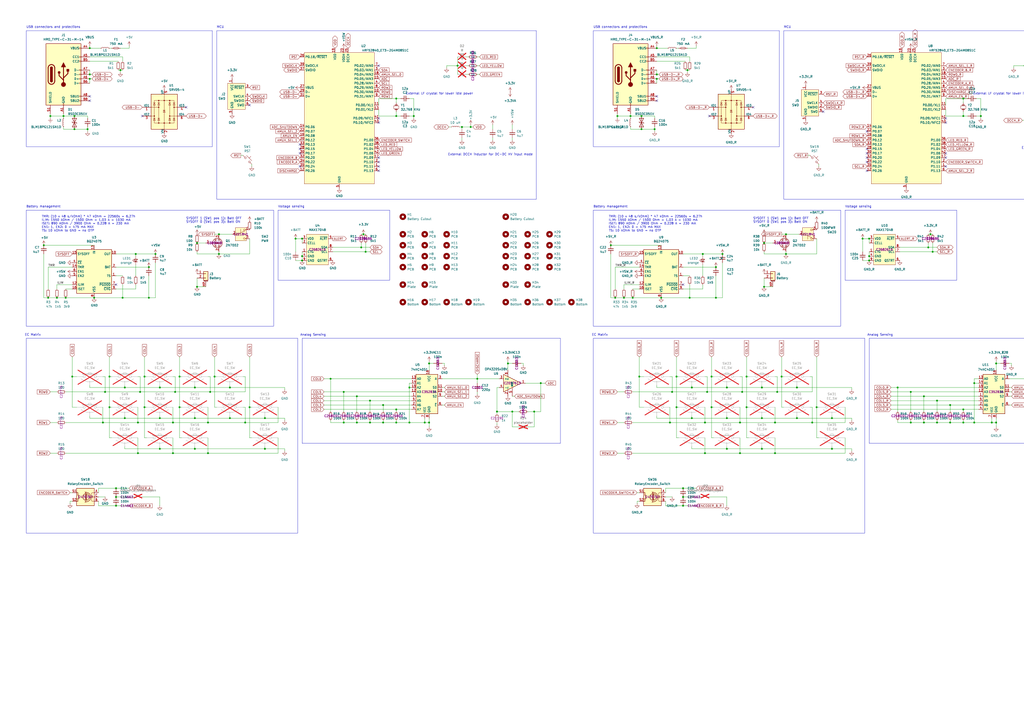
<source format=kicad_sch>
(kicad_sch (version 20250114) (generator "eeschema") (generator_version "9.0")
  (paper "A2")
  (rectangle (start 15.24 196.215) (end 172.72 309.245))
  (rectangle (start 504.19 196.215) (end 654.05 257.175))
  (rectangle (start 344.17 121.92) (end 487.68 189.23))
  (rectangle (start 15.24 17.78) (end 123.19 85.09))
  (rectangle (start 344.17 196.215) (end 501.65 309.245))
  (rectangle (start 175.26 196.215) (end 325.12 257.175))
  (rectangle (start 454.66 17.78) (end 640.08 115.57))
  (rectangle (start 161.29 121.92) (end 226.06 162.56))
  (rectangle (start 344.17 17.78) (end 452.12 85.09))
  (rectangle (start 490.22 121.92) (end 554.99 162.56))
  (rectangle (start 15.24 121.92) (end 158.75 189.23))
  (rectangle (start 125.73 17.78) (end 311.15 115.57))
  (text "Analog Sensing" (at 181.61 194.31 0) (effects (font (size 1.27 1.27))))
  (text "USB connectors and protections" (at 15.24 16.51 0) (effects (font (size 1.27 1.27)) (justify left bottom)))
  (text "EC Matrix" (at 19.05 194.31 0) (effects (font (size 1.27 1.27))))
  (text "Battery management" (at 15.24 120.65 0) (effects (font (size 1.27 1.27)) (justify left bottom)))
  (text "Battery management" (at 344.17 120.65 0) (effects (font (size 1.27 1.27)) (justify left bottom)))
  (text "TMR: (10 x 48 s/kOhm) * 47 kOhm = 22560s = 6.27h\nILIM: 1550 AOhm / 1500 Ohm = 1.03 A = 1030 mA\nISET: 890 AOhm / 3900 Ohm = 0.228 A = 230 mA\nEN1: 1, EN2: 0 = 475 mA MAX\nTS: 10 kOhm to GND = no OTP" (at 24.13 134.62 0) (effects (font (size 1.27 1.27)) (justify left bottom)))
  (text "Analog Sensing" (at 510.54 194.31 0) (effects (font (size 1.27 1.27))))
  (text "MCU" (at 125.73 16.51 0) (effects (font (size 1.27 1.27)) (justify left bottom)))
  (text "MCU" (at 454.66 16.51 0) (effects (font (size 1.27 1.27)) (justify left bottom)))
  (text "USB connectors and protections" (at 344.17 16.51 0) (effects (font (size 1.27 1.27)) (justify left bottom)))
  (text "External DCCH inductor for DC-DC HV input mode" (at 592.582 86.614 0) (effects (font (size 1.27 1.27)) (justify left bottom)))
  (text "SYSOFF 1 (SW1 pos 1): Batt OFF\nSYSOFF 0 (SW1 pos 3): Batt ON" (at 436.88 129.54 0) (effects (font (size 1.27 1.27)) (justify left bottom)))
  (text "TMR: (10 x 48 s/kOhm) * 47 kOhm = 22560s = 6.27h\nILIM: 1550 AOhm / 1500 Ohm = 1.03 A = 1030 mA\nISET: 890 AOhm / 3900 Ohm = 0.228 A = 230 mA\nEN1: 1, EN2: 0 = 475 mA MAX\nTS: 10 kOhm to GND = no OTP" (at 353.06 134.62 0) (effects (font (size 1.27 1.27)) (justify left bottom)))
  (text "External LF crystal for lower idle power" (at 235.458 55.118 0) (effects (font (size 1.27 1.27)) (justify left bottom)))
  (text "Voltage sensing" (at 161.29 120.65 0) (effects (font (size 1.27 1.27)) (justify left bottom)))
  (text "External DCCH inductor for DC-DC HV input mode" (at 259.842 90.424 0) (effects (font (size 1.27 1.27)) (justify left bottom)))
  (text "External LF crystal for lower idle power" (at 564.388 55.118 0) (effects (font (size 1.27 1.27)) (justify left bottom)))
  (text "Voltage sensing" (at 490.22 120.65 0) (effects (font (size 1.27 1.27)) (justify left bottom)))
  (text "SYSOFF 1 (SW1 pos 1): Batt OFF\nSYSOFF 0 (SW1 pos 3): Batt ON" (at 107.95 129.54 0) (effects (font (size 1.27 1.27)) (justify left bottom)))
  (text "EC Matrix" (at 347.98 194.31 0) (effects (font (size 1.27 1.27))))
  (junction (at 29.21 67.31))
  (junction (at 453.39 218.44))
  (junction (at 558.8 67.31))
  (junction (at 370.84 218.44))
  (junction (at 120.65 262.89))
  (junction (at 63.5 236.22))
  (junction (at 114.3 166.37))
  (junction (at 354.33 142.24))
  (junction (at 638.81 238.76))
  (junction (at 240.03 67.31))
  (junction (at 27.94 172.72) (diameter 0.9144))
  (junction (at 267.97 73.66))
  (junction (at 450.85 227.33))
  (junction (at 309.88 238.76))
  (junction (at 67.31 293.37))
  (junction (at 92.71 242.57))
  (junction (at 127 135.89))
  (junction (at 642.62 222.25))
  (junction (at 113.03 260.35))
  (junction (at 443.23 140.97))
  (junction (at 421.64 224.79))
  (junction (at 52.07 27.94))
  (junction (at 153.67 260.35))
  (junction (at 43.18 74.93))
  (junction (at 229.87 245.11))
  (junction (at 199.39 245.11))
  (junction (at 381 43.18))
  (junction (at 551.18 245.11))
  (junction (at 175.26 148.59))
  (junction (at 63.5 218.44))
  (junction (at 441.96 242.57))
  (junction (at 372.11 67.31))
  (junction (at 153.67 242.57))
  (junction (at 430.53 227.33))
  (junction (at 372.11 74.93))
  (junction (at 133.35 224.79))
  (junction (at 577.85 210.82))
  (junction (at 297.18 238.76))
  (junction (at 462.28 242.57))
  (junction (at 401.32 242.57))
  (junction (at 504.19 138.43))
  (junction (at 207.01 229.87))
  (junction (at 83.82 218.44))
  (junction (at 69.85 40.64))
  (junction (at 443.23 166.37))
  (junction (at 237.49 224.79))
  (junction (at 473.71 236.22))
  (junction (at 78.74 147.32))
  (junction (at 543.56 245.11))
  (junction (at 80.01 245.11))
  (junction (at 83.82 236.22))
  (junction (at 565.15 245.11))
  (junction (at 229.87 57.15))
  (junction (at 43.18 67.31))
  (junction (at 600.71 69.85))
  (junction (at 398.78 40.64))
  (junction (at 265.43 38.1))
  (junction (at 415.29 154.94))
  (junction (at 25.4 142.24))
  (junction (at 229.87 237.49))
  (junction (at 379.73 74.93))
  (junction (at 415.29 172.72))
  (junction (at 535.94 245.11))
  (junction (at 38.1 172.72) (diameter 0.9144))
  (junction (at 52.07 45.72))
  (junction (at 410.21 227.33))
  (junction (at 113.03 242.57))
  (junction (at 396.24 293.37))
  (junction (at 528.32 227.33))
  (junction (at 59.69 245.11))
  (junction (at 276.86 219.71))
  (junction (at 113.03 224.79))
  (junction (at 52.07 43.18))
  (junction (at 381 27.94))
  (junction (at 455.93 135.89))
  (junction (at 361.95 172.72) (diameter 0.9144))
  (junction (at 365.76 67.31))
  (junction (at 543.56 232.41))
  (junction (at 381 45.72))
  (junction (at 419.1 147.32))
  (junction (at 433.07 236.22))
  (junction (at 392.43 236.22))
  (junction (at 33.02 172.72) (diameter 0.9144))
  (junction (at 551.18 234.95))
  (junction (at 471.17 245.11))
  (junction (at 605.79 219.71))
  (junction (at 121.92 227.33))
  (junction (at 209.55 143.51))
  (junction (at 81.28 227.33))
  (junction (at 441.96 260.35))
  (junction (at 86.36 172.72))
  (junction (at 421.64 260.35))
  (junction (at 237.49 245.11))
  (junction (at 144.78 236.22))
  (junction (at 199.39 227.33))
  (junction (at 535.94 229.87))
  (junction (at 100.33 262.89))
  (junction (at 482.6 260.35))
  (junction (at 396.24 283.21))
  (junction (at 104.14 218.44))
  (junction (at 273.05 73.66))
  (junction (at 541.02 146.05))
  (junction (at 101.6 227.33))
  (junction (at 407.67 147.32))
  (junction (at 50.8 74.93))
  (junction (at 623.57 210.82))
  (junction (at 248.92 210.82))
  (junction (at 120.65 245.11))
  (junction (at 36.83 67.31))
  (junction (at 455.93 147.32))
  (junction (at 72.39 224.79))
  (junction (at 594.36 38.1))
  (junction (at 565.15 222.25))
  (junction (at 288.29 238.76))
  (junction (at 504.19 148.59))
  (junction (at 605.79 69.85))
  (junction (at 114.3 140.97))
  (junction (at 396.24 288.29))
  (junction (at 248.92 245.11))
  (junction (at 92.71 224.79))
  (junction (at 538.48 143.51))
  (junction (at 222.25 234.95))
  (junction (at 175.26 151.13))
  (junction (at 412.75 236.22))
  (junction (at 367.03 172.72) (diameter 0.9144))
  (junction (at 408.94 245.11))
  (junction (at 626.11 238.76))
  (junction (at 389.89 227.33))
  (junction (at 54.61 172.72) (diameter 0.9144))
  (junction (at 429.26 245.11))
  (junction (at 127 147.32))
  (junction (at 210.82 135.89))
  (junction (at 212.09 146.05))
  (junction (at 246.38 245.11))
  (junction (at 383.54 172.72) (diameter 0.9144))
  (junction (at 568.96 67.31))
  (junction (at 392.43 218.44))
  (junction (at 142.24 245.11))
  (junction (at 462.28 224.79))
  (junction (at 294.64 210.82))
  (junction (at 577.85 245.11))
  (junction (at 100.33 245.11))
  (junction (at 214.63 232.41))
  (junction (at 229.87 67.31))
  (junction (at 441.96 224.79))
  (junction (at 520.7 224.79))
  (junction (at 67.31 283.21))
  (junction (at 72.39 242.57))
  (junction (at 60.96 227.33))
  (junction (at 408.94 262.89))
  (junction (at 412.75 218.44))
  (junction (at 429.26 262.89))
  (junction (at 482.6 242.57))
  (junction (at 222.25 245.11))
  (junction (at 539.75 135.89))
  (junction (at 171.45 138.43))
  (junction (at 400.05 172.72) (diameter 0.9144))
  (junction (at 449.58 245.11))
  (junction (at 86.36 154.94) (diameter 0.9144))
  (junction (at 401.32 224.79))
  (junction (at 449.58 262.89))
  (junction (at 575.31 245.11))
  (junction (at 92.71 260.35))
  (junction (at 433.07 218.44))
  (junction (at 71.12 172.72) (diameter 0.9144))
  (junction (at 388.62 245.11))
  (junction (at 558.8 57.15))
  (junction (at 617.22 238.76))
  (junction (at 90.17 147.32))
  (junction (at 558.8 237.49))
  (junction (at 80.01 262.89))
  (junction (at 558.8 245.11))
  (junction (at 313.69 222.25))
  (junction (at 67.31 288.29))
  (junction (at 421.64 242.57))
  (junction (at 504.19 151.13))
  (junction (at 214.63 245.11))
  (junction (at 104.14 236.22))
  (junction (at 133.35 242.57))
  (junction (at 358.14 67.31))
  (junction (at 175.26 138.43))
  (junction (at 528.32 245.11))
  (junction (at 124.46 218.44))
  (junction (at 356.87 172.72) (diameter 0.9144))
  (junction (at 207.01 245.11))
  (junction (at 41.91 218.44))
  (junction (at 191.77 219.71))
  (junction (at 500.38 138.43))
  (no_connect (at 219.71 96.52))
  (no_connect (at 502.92 93.98))
  (no_connect (at 219.71 71.12))
  (no_connect (at 173.99 86.36))
  (no_connect (at 502.92 99.06))
  (no_connect (at 144.78 60.96))
  (no_connect (at 548.64 71.12))
  (no_connect (at 548.64 96.52))
  (no_connect (at 219.71 91.44))
  (no_connect (at 67.31 165.1))
  (no_connect (at 219.71 38.1))
  (no_connect (at 502.92 76.2))
  (no_connect (at 82.55 67.31))
  (no_connect (at 502.92 88.9))
  (no_connect (at 381 55.88))
  (no_connect (at 173.99 83.82))
  (no_connect (at 548.64 91.44))
  (no_connect (at 219.71 93.98))
  (no_connect (at 381 58.42))
  (no_connect (at 502.92 86.36))
  (no_connect (at 107.95 62.23))
  (no_connect (at 219.71 68.58))
  (no_connect (at 411.48 67.31))
  (no_connect (at 477.52 64.77))
  (no_connect (at 396.24 165.1))
  (no_connect (at 548.64 68.58))
  (no_connect (at 173.99 88.9))
  (no_connect (at 52.07 55.88))
  (no_connect (at 502.92 91.44))
  (no_connect (at 436.88 62.23))
  (no_connect (at 52.07 58.42))
  (no_connect (at 219.71 99.06))
  (no_connect (at 548.64 88.9))
  (no_connect (at 173.99 96.52))
  (wire (pts (xy 25.4 142.24) (xy 54.61 142.24)))
  (wire (pts (xy 288.29 246.38) (xy 288.29 245.11)))
  (wire (pts (xy 104.14 218.44) (xy 104.14 236.22)))
  (wire (pts (xy 396.24 154.94) (xy 415.29 154.94)))
  (wire (pts (xy 626.11 238.76) (xy 629.92 238.76)))
  (wire (pts (xy 638.81 238.76) (xy 642.62 238.76)))
  (wire (pts (xy 187.96 229.87) (xy 207.01 229.87)))
  (wire (pts (xy 449.58 254) (xy 449.58 262.89)))
  (wire (pts (xy 259.08 38.1) (xy 265.43 38.1)))
  (wire (pts (xy 67.31 154.94) (xy 86.36 154.94)))
  (wire (pts (xy 429.26 236.22) (xy 429.26 245.11)))
  (wire (pts (xy 267.97 74.93) (xy 267.97 73.66)))
  (wire (pts (xy 237.49 245.11) (xy 246.38 245.11)))
  (wire (pts (xy 187.96 227.33) (xy 199.39 227.33)))
  (wire (pts (xy 386.08 288.29) (xy 389.89 288.29)))
  (wire (pts (xy 396.24 147.32) (xy 407.67 147.32)))
  (wire (pts (xy 232.41 67.31) (xy 229.87 67.31)))
  (wire (pts (xy 441.96 241.3) (xy 441.96 242.57)))
  (wire (pts (xy 120.65 236.22) (xy 120.65 245.11)))
  (wire (pts (xy 52.07 224.79) (xy 72.39 224.79)))
  (wire (pts (xy 449.58 262.89) (xy 490.22 262.89)))
  (wire (pts (xy 139.7 90.17) (xy 140.97 90.17)))
  (wire (pts (xy 63.5 218.44) (xy 63.5 236.22)))
  (wire (pts (xy 441.96 224.79) (xy 462.28 224.79)))
  (wire (pts (xy 528.32 243.84) (xy 528.32 245.11)))
  (wire (pts (xy 623.57 209.55) (xy 623.57 210.82)))
  (wire (pts (xy 588.01 38.1) (xy 588.01 39.37)))
  (wire (pts (xy 450.85 218.44) (xy 450.85 227.33)))
  (wire (pts (xy 388.62 245.11) (xy 408.94 245.11)))
  (wire (pts (xy 381 242.57) (xy 401.32 242.57)))
  (wire (pts (xy 193.04 146.05) (xy 212.09 146.05)))
  (wire (pts (xy 199.39 227.33) (xy 199.39 238.76)))
  (wire (pts (xy 396.24 283.21) (xy 403.86 283.21)))
  (wire (pts (xy 441.96 242.57) (xy 462.28 242.57)))
  (wire (pts (xy 146.05 96.52) (xy 146.05 95.25)))
  (wire (pts (xy 309.88 238.76) (xy 309.88 247.65)))
  (wire (pts (xy 618.49 68.58) (xy 618.49 71.12)))
  (wire (pts (xy 520.7 224.79) (xy 567.69 224.79)))
  (wire (pts (xy 294.64 209.55) (xy 294.64 210.82)))
  (wire (pts (xy 257.81 229.87) (xy 256.54 229.87)))
  (wire (pts (xy 365.76 67.31) (xy 365.76 68.58)))
  (wire (pts (xy 78.74 165.1) (xy 78.74 167.64)))
  (wire (pts (xy 599.44 33.02) (xy 600.71 33.02)))
  (wire (pts (xy 80.01 262.89) (xy 100.33 262.89)))
  (wire (pts (xy 209.55 143.51) (xy 214.63 143.51)))
  (wire (pts (xy 114.3 166.37) (xy 119.38 166.37)))
  (wire (pts (xy 443.23 147.32) (xy 455.93 147.32)))
  (wire (pts (xy 421.64 224.79) (xy 441.96 224.79)))
  (wire (pts (xy 33.02 165.1) (xy 33.02 167.64)))
  (wire (pts (xy 288.29 238.76) (xy 297.18 238.76)))
  (wire (pts (xy 441.96 259.08) (xy 441.96 260.35)))
  (wire (pts (xy 535.94 229.87) (xy 535.94 238.76)))
  (wire (pts (xy 40.64 290.83) (xy 41.91 290.83)))
  (wire (pts (xy 100.33 245.11) (xy 120.65 245.11)))
  (wire (pts (xy 586.74 210.82) (xy 586.74 212.09)))
  (wire (pts (xy 303.53 210.82) (xy 303.53 212.09)))
  (wire (pts (xy 356.87 154.94) (xy 370.84 154.94)))
  (wire (pts (xy 72.39 224.79) (xy 92.71 224.79)))
  (wire (pts (xy 266.7 73.66) (xy 267.97 73.66)))
  (wire (pts (xy 520.7 245.11) (xy 528.32 245.11)))
  (wire (pts (xy 120.65 262.89) (xy 161.29 262.89)))
  (wire (pts (xy 354.33 147.32) (xy 354.33 172.72)))
  (wire (pts (xy 407.67 153.67) (xy 407.67 160.02)))
  (wire (pts (xy 605.79 222.25) (xy 605.79 219.71)))
  (wire (pts (xy 219.71 57.15) (xy 229.87 57.15)))
  (wire (pts (xy 67.31 293.37) (xy 74.93 293.37)))
  (wire (pts (xy 358.14 245.11) (xy 361.95 245.11)))
  (wire (pts (xy 222.25 234.95) (xy 238.76 234.95)))
  (wire (pts (xy 256.54 219.71) (xy 276.86 219.71)))
  (wire (pts (xy 67.31 147.32) (xy 78.74 147.32)))
  (wire (pts (xy 127 147.32) (xy 127 146.05)))
  (wire (pts (xy 25.4 172.72) (xy 27.94 172.72)))
  (wire (pts (xy 401.32 259.08) (xy 401.32 260.35)))
  (wire (pts (xy 29.21 68.58) (xy 29.21 67.31)))
  (wire (pts (xy 383.54 172.72) (xy 400.05 172.72)))
  (wire (pts (xy 473.71 207.01) (xy 473.71 236.22)))
  (wire (pts (xy 43.18 67.31) (xy 36.83 67.31)))
  (wire (pts (xy 577.85 245.11) (xy 577.85 247.65)))
  (wire (pts (xy 229.87 237.49) (xy 229.87 238.76)))
  (wire (pts (xy 367.03 167.64) (xy 370.84 167.64)))
  (wire (pts (xy 516.89 234.95) (xy 551.18 234.95)))
  (wire (pts (xy 516.89 237.49) (xy 558.8 237.49)))
  (wire (pts (xy 285.75 81.28) (xy 285.75 80.01)))
  (wire (pts (xy 642.62 222.25) (xy 642.62 238.76)))
  (wire (pts (xy 400.05 165.1) (xy 400.05 172.72)))
  (wire (pts (xy 605.79 228.6) (xy 605.79 227.33)))
  (wire (pts (xy 568.96 57.15) (xy 568.96 67.31)))
  (wire (pts (xy 490.22 236.22) (xy 490.22 245.11)))
  (wire (pts (xy 471.17 236.22) (xy 469.9 236.22)))
  (wire (pts (xy 240.03 68.58) (xy 240.03 67.31)))
  (wire (pts (xy 92.71 288.29) (xy 92.71 293.37)))
  (wire (pts (xy 29.21 262.89) (xy 33.02 262.89)))
  (wire (pts (xy 535.94 243.84) (xy 535.94 245.11)))
  (wire (pts (xy 222.25 245.11) (xy 229.87 245.11)))
  (wire (pts (xy 60.96 218.44) (xy 60.96 227.33)))
  (wire (pts (xy 482.6 259.08) (xy 482.6 260.35)))
  (wire (pts (xy 367.03 262.89) (xy 408.94 262.89)))
  (wire (pts (xy 265.43 38.1) (xy 265.43 43.18)))
  (wire (pts (xy 443.23 166.37) (xy 448.31 166.37)))
  (wire (pts (xy 551.18 243.84) (xy 551.18 245.11)))
  (wire (pts (xy 74.93 27.94) (xy 69.85 27.94)))
  (wire (pts (xy 63.5 236.22) (xy 64.77 236.22)))
  (wire (pts (xy 599.44 38.1) (xy 600.71 38.1)))
  (wire (pts (xy 638.81 238.76) (xy 638.81 247.65)))
  (wire (pts (xy 548.64 67.31) (xy 548.64 63.5)))
  (wire (pts (xy 367.03 245.11) (xy 388.62 245.11)))
  (wire (pts (xy 57.15 288.29) (xy 60.96 288.29)))
  (wire (pts (xy 410.21 227.33) (xy 430.53 227.33)))
  (wire (pts (xy 83.82 207.01) (xy 83.82 218.44)))
  (wire (pts (xy 520.7 224.79) (xy 520.7 238.76)))
  (wire (pts (xy 599.44 43.18) (xy 600.71 43.18)))
  (wire (pts (xy 270.51 33.02) (xy 271.78 33.02)))
  (wire (pts (xy 57.15 293.37) (xy 57.15 290.83)))
  (wire (pts (xy 367.03 172.72) (xy 383.54 172.72)))
  (wire (pts (xy 379.73 74.93) (xy 372.11 74.93)))
  (wire (pts (xy 396.24 160.02) (xy 400.05 160.02)))
  (wire (pts (xy 81.28 227.33) (xy 101.6 227.33)))
  (wire (pts (xy 370.84 236.22) (xy 373.38 236.22)))
  (wire (pts (xy 209.55 143.51) (xy 209.55 140.97)))
  (wire (pts (xy 273.05 73.66) (xy 274.32 73.66)))
  (wire (pts (xy 29.21 227.33) (xy 33.02 227.33)))
  (wire (pts (xy 433.07 218.44) (xy 433.07 236.22)))
  (wire (pts (xy 80.01 245.11) (xy 100.33 245.11)))
  (wire (pts (xy 449.58 245.11) (xy 471.17 245.11)))
  (wire (pts (xy 453.39 135.89) (xy 455.93 135.89)))
  (wire (pts (xy 415.29 160.02) (xy 415.29 172.72)))
  (wire (pts (xy 276.86 38.1) (xy 278.13 38.1)))
  (wire (pts (xy 617.22 224.79) (xy 617.22 238.76)))
  (wire (pts (xy 175.26 148.59) (xy 175.26 151.13)))
  (wire (pts (xy 199.39 243.84) (xy 199.39 245.11)))
  (wire (pts (xy 494.03 242.57) (xy 494.03 243.84)))
  (wire (pts (xy 388.62 236.22) (xy 388.62 245.11)))
  (wire (pts (xy 257.81 234.95) (xy 256.54 234.95)))
  (wire (pts (xy 52.07 27.94) (xy 58.42 27.94)))
  (wire (pts (xy 100.33 236.22) (xy 100.33 245.11)))
  (wire (pts (xy 63.5 236.22) (xy 63.5 254)))
  (wire (pts (xy 261.62 73.66) (xy 260.35 73.66)))
  (wire (pts (xy 80.01 254) (xy 80.01 262.89)))
  (wire (pts (xy 72.39 223.52) (xy 72.39 224.79)))
  (wire (pts (xy 171.45 138.43) (xy 171.45 146.05)))
  (wire (pts (xy 124.46 236.22) (xy 125.73 236.22)))
  (wire (pts (xy 219.71 67.31) (xy 229.87 67.31)))
  (wire (pts (xy 434.34 218.44) (xy 433.07 218.44)))
  (wire (pts (xy 114.3 147.32) (xy 127 147.32)))
  (wire (pts (xy 473.71 236.22) (xy 473.71 254)))
  (wire (pts (xy 558.8 237.49) (xy 567.69 237.49)))
  (wire (pts (xy 594.36 33.02) (xy 594.36 38.1)))
  (wire (pts (xy 25.4 147.32) (xy 25.4 172.72)))
  (wire (pts (xy 392.43 236.22) (xy 393.7 236.22)))
  (wire (pts (xy 419.1 172.72) (xy 415.29 172.72)))
  (wire (pts (xy 36.83 74.93) (xy 43.18 74.93)))
  (wire (pts (xy 600.71 71.12) (xy 600.71 69.85)))
  (wire (pts (xy 50.8 76.2) (xy 50.8 74.93)))
  (wire (pts (xy 232.41 57.15) (xy 229.87 57.15)))
  (wire (pts (xy 548.64 57.15) (xy 548.64 60.96)))
  (wire (pts (xy 393.7 218.44) (xy 392.43 218.44)))
  (wire (pts (xy 63.5 254) (xy 64.77 254)))
  (wire (pts (xy 433.07 254) (xy 434.34 254)))
  (wire (pts (xy 365.76 73.66) (xy 365.76 74.93)))
  (wire (pts (xy 120.65 218.44) (xy 121.92 218.44)))
  (wire (pts (xy 229.87 237.49) (xy 238.76 237.49)))
  (wire (pts (xy 381 223.52) (xy 381 224.79)))
  (wire (pts (xy 401.32 260.35) (xy 421.64 260.35)))
  (wire (pts (xy 153.67 260.35) (xy 165.1 260.35)))
  (wire (pts (xy 471.17 218.44) (xy 471.17 227.33)))
  (wire (pts (xy 237.49 224.79) (xy 237.49 245.11)))
  (wire (pts (xy 408.94 254) (xy 408.94 262.89)))
  (wire (pts (xy 421.64 242.57) (xy 441.96 242.57)))
  (wire (pts (xy 78.74 148.59) (xy 78.74 147.32)))
  (wire (pts (xy 237.49 67.31) (xy 240.03 67.31)))
  (wire (pts (xy 412.75 236.22) (xy 412.75 254)))
  (wire (pts (xy 63.5 207.01) (xy 63.5 218.44)))
  (wire (pts (xy 500.38 138.43) (xy 500.38 146.05)))
  (wire (pts (xy 449.58 218.44) (xy 450.85 218.44)))
  (wire (pts (xy 516.89 232.41) (xy 543.56 232.41)))
  (wire (pts (xy 586.74 227.33) (xy 585.47 227.33)))
  (wire (pts (xy 565.15 245.11) (xy 575.31 245.11)))
  (wire (pts (xy 72.39 242.57) (xy 92.71 242.57)))
  (wire (pts (xy 500.38 151.13) (xy 504.19 151.13)))
  (wire (pts (xy 199.39 245.11) (xy 207.01 245.11)))
  (wire (pts (xy 133.35 242.57) (xy 153.67 242.57)))
  (wire (pts (xy 389.89 218.44) (xy 389.89 227.33)))
  (wire (pts (xy 229.87 57.15) (xy 229.87 59.69)))
  (wire (pts (xy 209.55 135.89) (xy 210.82 135.89)))
  (wire (pts (xy 165.1 242.57) (xy 165.1 243.84)))
  (wire (pts (xy 361.95 172.72) (xy 367.03 172.72)))
  (wire (pts (xy 237.49 57.15) (xy 240.03 57.15)))
  (wire (pts (xy 105.41 218.44) (xy 104.14 218.44)))
  (wire (pts (xy 52.07 241.3) (xy 52.07 242.57)))
  (wire (pts (xy 396.24 167.64) (xy 407.67 167.64)))
  (wire (pts (xy 585.47 219.71) (xy 605.79 219.71)))
  (wire (pts (xy 538.48 135.89) (xy 539.75 135.89)))
  (wire (pts (xy 175.26 138.43) (xy 175.26 140.97)))
  (wire (pts (xy 429.26 254) (xy 429.26 262.89)))
  (wire (pts (xy 594.36 69.85) (xy 593.09 69.85)))
  (wire (pts (xy 473.71 236.22) (xy 474.98 236.22)))
  (wire (pts (xy 419.1 152.4) (xy 419.1 172.72)))
  (wire (pts (xy 548.64 57.15) (xy 558.8 57.15)))
  (wire (pts (xy 386.08 293.37) (xy 386.08 290.83)))
  (wire (pts (xy 294.64 210.82) (xy 294.64 214.63)))
  (wire (pts (xy 370.84 207.01) (xy 370.84 218.44)))
  (wire (pts (xy 36.83 73.66) (xy 36.83 74.93)))
  (wire (pts (xy 381 241.3) (xy 381 242.57)))
  (wire (pts (xy 577.85 210.82) (xy 577.85 214.63)))
  (wire (pts (xy 626.11 210.82) (xy 623.57 210.82)))
  (wire (pts (xy 462.28 241.3) (xy 462.28 242.57)))
  (wire (pts (xy 543.56 245.11) (xy 551.18 245.11)))
  (wire (pts (xy 171.45 138.43) (xy 175.26 138.43)))
  (wire (pts (xy 86.36 160.02) (xy 86.36 172.72)))
  (wire (pts (xy 605.79 38.1) (xy 607.06 38.1)))
  (wire (pts (xy 401.32 223.52) (xy 401.32 224.79)))
  (wire (pts (xy 381 45.72) (xy 381 48.26)))
  (wire (pts (xy 85.09 218.44) (xy 83.82 218.44)))
  (wire (pts (xy 219.71 57.15) (xy 219.71 60.96)))
  (wire (pts (xy 207.01 229.87) (xy 207.01 238.76)))
  (wire (pts (xy 267.97 73.66) (xy 273.05 73.66)))
  (wire (pts (xy 558.8 243.84) (xy 558.8 245.11)))
  (wire (pts (xy 629.92 77.47) (xy 629.92 76.2)))
  (wire (pts (xy 392.43 207.01) (xy 392.43 218.44)))
  (wire (pts (xy 199.39 227.33) (xy 238.76 227.33)))
  (wire (pts (xy 617.22 238.76) (xy 626.11 238.76)))
  (wire (pts (xy 430.53 227.33) (xy 450.85 227.33)))
  (wire (pts (xy 276.86 222.25) (xy 276.86 219.71)))
  (wire (pts (xy 430.53 218.44) (xy 430.53 227.33)))
  (wire (pts (xy 44.45 218.44) (xy 41.91 218.44)))
  (wire (pts (xy 516.89 224.79) (xy 520.7 224.79)))
  (wire (pts (xy 381 26.67) (xy 381 27.94)))
  (wire (pts (xy 57.15 283.21) (xy 57.15 285.75)))
  (wire (pts (xy 222.25 234.95) (xy 222.25 238.76)))
  (wire (pts (xy 191.77 219.71) (xy 191.77 238.76)))
  (wire (pts (xy 41.91 236.22) (xy 44.45 236.22)))
  (wire (pts (xy 60.96 227.33) (xy 81.28 227.33)))
  (wire (pts (xy 140.97 218.44) (xy 142.24 218.44)))
  (wire (pts (xy 565.15 219.71) (xy 565.15 222.25)))
  (wire (pts (xy 453.39 218.44) (xy 453.39 236.22)))
  (wire (pts (xy 455.93 147.32) (xy 455.93 146.05)))
  (wire (pts (xy 142.24 236.22) (xy 140.97 236.22)))
  (wire (pts (xy 373.38 218.44) (xy 370.84 218.44)))
  (wire (pts (xy 586.74 234.95) (xy 585.47 234.95)))
  (wire (pts (xy 92.71 242.57) (xy 113.03 242.57)))
  (wire (pts (xy 33.02 172.72) (xy 38.1 172.72)))
  (wire (pts (xy 407.67 148.59) (xy 407.67 147.32)))
  (wire (pts (xy 92.71 223.52) (xy 92.71 224.79)))
  (wire (pts (xy 421.64 288.29) (xy 421.64 293.37)))
  (wire (pts (xy 450.85 227.33) (xy 471.17 227.33)))
  (wire (pts (xy 124.46 218.44) (xy 124.46 236.22)))
  (wire (pts (xy 471.17 245.11) (xy 490.22 245.11)))
  (wire (pts (xy 187.96 237.49) (xy 229.87 237.49)))
  (wire (pts (xy 257.81 227.33) (xy 256.54 227.33)))
  (wire (pts (xy 259.08 38.1) (xy 259.08 39.37)))
  (wire (pts (xy 127 135.89) (xy 134.62 135.89)))
  (wire (pts (xy 33.02 165.1) (xy 41.91 165.1)))
  (wire (pts (xy 605.79 217.17) (xy 605.79 219.71)))
  (wire (pts (xy 379.73 74.93) (xy 379.73 73.66)))
  (wire (pts (xy 356.87 172.72) (xy 361.95 172.72)))
  (wire (pts (xy 443.23 147.32) (xy 443.23 146.05)))
  (wire (pts (xy 354.33 142.24) (xy 383.54 142.24)))
  (wire (pts (xy 71.12 172.72) (xy 86.36 172.72)))
  (wire (pts (xy 392.43 218.44) (xy 392.43 236.22)))
  (wire (pts (xy 386.08 283.21) (xy 386.08 285.75)))
  (wire (pts (xy 67.31 288.29) (xy 77.47 288.29)))
  (wire (pts (xy 113.03 241.3) (xy 113.03 242.57)))
  (wire (pts (xy 57.15 293.37) (xy 67.31 293.37)))
  (wire (pts (xy 617.22 238.76) (xy 617.22 240.03)))
  (wire (pts (xy 469.9 218.44) (xy 471.17 218.44)))
  (wire (pts (xy 63.5 27.94) (xy 64.77 27.94)))
  (wire (pts (xy 29.21 245.11) (xy 33.02 245.11)))
  (wire (pts (xy 36.83 66.04) (xy 36.83 67.31)))
  (wire (pts (xy 142.24 236.22) (xy 142.24 245.11)))
  (wire (pts (xy 64.77 218.44) (xy 63.5 218.44)))
  (wire (pts (xy 297.18 72.39) (xy 297.18 74.93)))
  (wire (pts (xy 222.25 243.84) (xy 222.25 245.11)))
  (wire (pts (xy 381 35.56) (xy 397.51 35.56)))
  (wire (pts (xy 306.07 238.76) (xy 309.88 238.76)))
  (wire (pts (xy 414.02 218.44) (xy 412.75 218.44)))
  (wire (pts (xy 441.96 223.52) (xy 441.96 224.79)))
  (wire (pts (xy 490.22 254) (xy 490.22 262.89)))
  (wire (pts (xy 153.67 242.57) (xy 165.1 242.57)))
  (wire (pts (xy 83.82 218.44) (xy 83.82 236.22)))
  (wire (pts (xy 627.38 229.87) (xy 626.11 229.87)))
  (wire (pts (xy 81.28 218.44) (xy 81.28 227.33)))
  (wire (pts (xy 161.29 254) (xy 161.29 262.89)))
  (wire (pts (xy 214.63 245.11) (xy 222.25 245.11)))
  (wire (pts (xy 265.43 33.02) (xy 265.43 38.1)))
  (wire (pts (xy 372.11 67.31) (xy 365.76 67.31)))
  (wire (pts (xy 421.64 223.52) (xy 421.64 224.79)))
  (wire (pts (xy 575.31 242.57) (xy 575.31 245.11)))
  (wire (pts (xy 386.08 293.37) (xy 396.24 293.37)))
  (wire (pts (xy 124.46 135.89) (xy 127 135.89)))
  (wire (pts (xy 367.03 227.33) (xy 389.89 227.33)))
  (wire (pts (xy 71.12 33.02) (xy 52.07 33.02)))
  (wire (pts (xy 50.8 67.31) (xy 43.18 67.31)))
  (wire (pts (xy 358.14 262.89) (xy 361.95 262.89)))
  (wire (pts (xy 408.94 236.22) (xy 408.94 245.11)))
  (wire (pts (xy 494.03 260.35) (xy 494.03 261.62)))
  (wire (pts (xy 125.73 218.44) (xy 124.46 218.44)))
  (wire (pts (xy 398.78 40.64) (xy 400.05 40.64)))
  (wire (pts (xy 214.63 232.41) (xy 214.63 238.76)))
  (wire (pts (xy 113.03 224.79) (xy 133.35 224.79)))
  (wire (pts (xy 251.46 210.82) (xy 248.92 210.82)))
  (wire (pts (xy 535.94 245.11) (xy 543.56 245.11)))
  (wire (pts (xy 142.24 218.44) (xy 142.24 227.33)))
  (wire (pts (xy 165.1 260.35) (xy 165.1 261.62)))
  (wire (pts (xy 38.1 227.33) (xy 60.96 227.33)))
  (wire (pts (xy 120.65 245.11) (xy 142.24 245.11)))
  (wire (pts (xy 635 238.76) (xy 638.81 238.76)))
  (wire (pts (xy 298.45 229.87) (xy 297.18 229.87)))
  (wire (pts (xy 133.35 224.79) (xy 165.1 224.79)))
  (wire (pts (xy 361.95 165.1) (xy 361.95 167.64)))
  (wire (pts (xy 473.71 138.43) (xy 473.71 147.32)))
  (wire (pts (xy 482.6 241.3) (xy 482.6 242.57)))
  (wire (pts (xy 516.89 229.87) (xy 535.94 229.87)))
  (wire (pts (xy 520.7 243.84) (xy 520.7 245.11)))
  (wire (pts (xy 400.05 33.02) (xy 381 33.02)))
  (wire (pts (xy 558.8 57.15) (xy 558.8 59.69)))
  (wire (pts (xy 29.21 67.31) (xy 36.83 67.31)))
  (wire (pts (xy 354.33 172.72) (xy 356.87 172.72)))
  (wire (pts (xy 38.1 167.64) (xy 41.91 167.64)))
  (wire (pts (xy 566.42 67.31) (xy 568.96 67.31)))
  (wire (pts (xy 401.32 242.57) (xy 421.64 242.57)))
  (wire (pts (xy 454.66 218.44) (xy 453.39 218.44)))
  (wire (pts (xy 588.01 38.1) (xy 594.36 38.1)))
  (wire (pts (xy 541.02 146.05) (xy 543.56 146.05)))
  (wire (pts (xy 187.96 219.71) (xy 191.77 219.71)))
  (wire (pts (xy 441.96 260.35) (xy 482.6 260.35)))
  (wire (pts (xy 635 247.65) (xy 638.81 247.65)))
  (wire (pts (xy 382.27 45.72) (xy 381 45.72)))
  (wire (pts (xy 412.75 218.44) (xy 412.75 236.22)))
  (wire (pts (xy 410.21 218.44) (xy 410.21 227.33)))
  (wire (pts (xy 412.75 207.01) (xy 412.75 218.44)))
  (wire (pts (xy 257.81 210.82) (xy 257.81 212.09)))
  (wire (pts (xy 407.67 147.32) (xy 419.1 147.32)))
  (wire (pts (xy 101.6 227.33) (xy 121.92 227.33)))
  (wire (pts (xy 300.99 247.65) (xy 297.18 247.65)))
  (wire (pts (xy 561.34 57.15) (xy 558.8 57.15)))
  (wire (pts (xy 219.71 67.31) (xy 219.71 63.5)))
  (wire (pts (xy 114.3 140.97) (xy 119.38 140.97)))
  (wire (pts (xy 80.01 218.44) (xy 81.28 218.44)))
  (wire (pts (xy 69.85 41.91) (xy 69.85 40.64)))
  (wire (pts (xy 114.3 161.29) (xy 114.3 166.37)))
  (wire (pts (xy 144.78 236.22) (xy 146.05 236.22)))
  (wire (pts (xy 565.15 222.25) (xy 565.15 245.11)))
  (wire (pts (xy 370.84 218.44) (xy 370.84 236.22)))
  (wire (pts (xy 71.12 35.56) (xy 71.12 33.02)))
  (wire (pts (xy 443.23 140.97) (xy 448.31 140.97)))
  (wire (pts (xy 113.03 260.35) (xy 153.67 260.35)))
  (wire (pts (xy 52.07 223.52) (xy 52.07 224.79)))
  (wire (pts (xy 104.14 207.01) (xy 104.14 218.44)))
  (wire (pts (xy 453.39 207.01) (xy 453.39 218.44)))
  (wire (pts (xy 618.49 224.79) (xy 617.22 224.79)))
  (wire (pts (xy 50.8 68.58) (xy 50.8 67.31)))
  (wire (pts (xy 605.79 33.02) (xy 607.06 33.02)))
  (wire (pts (xy 229.87 67.31) (xy 229.87 64.77)))
  (wire (pts (xy 67.31 160.02) (xy 71.12 160.02)))
  (wire (pts (xy 400.05 172.72) (xy 415.29 172.72)))
  (wire (pts (xy 551.18 234.95) (xy 567.69 234.95)))
  (wire (pts (xy 104.14 254) (xy 105.41 254)))
  (wire (pts (xy 50.8 74.93) (xy 43.18 74.93)))
  (wire (pts (xy 396.24 288.29) (xy 406.4 288.29)))
  (wire (pts (xy 288.29 224.79) (xy 288.29 238.76)))
  (wire (pts (xy 379.73 68.58) (xy 379.73 67.31)))
  (wire (pts (xy 629.92 247.65) (xy 626.11 247.65)))
  (wire (pts (xy 229.87 243.84) (xy 229.87 245.11)))
  (wire (pts (xy 528.32 245.11) (xy 535.94 245.11)))
  (wire (pts (xy 246.38 245.11) (xy 248.92 245.11)))
  (wire (pts (xy 248.92 210.82) (xy 248.92 214.63)))
  (wire (pts (xy 403.86 26.67) (xy 403.86 27.94)))
  (wire (pts (xy 605.79 68.58) (xy 605.79 69.85)))
  (wire (pts (xy 68.58 40.64) (xy 69.85 40.64)))
  (wire (pts (xy 297.18 238.76) (xy 297.18 247.65)))
  (wire (pts (xy 382.27 43.18) (xy 381 43.18)))
  (wire (pts (xy 474.98 96.52) (xy 474.98 95.25)))
  (wire (pts (xy 629.92 68.58) (xy 629.92 71.12)))
  (wire (pts (xy 605.79 69.85) (xy 607.06 69.85)))
  (wire (pts (xy 113.03 259.08) (xy 113.03 260.35)))
  (wire (pts (xy 462.28 242.57) (xy 482.6 242.57)))
  (wire (pts (xy 386.08 283.21) (xy 396.24 283.21)))
  (wire (pts (xy 78.74 147.32) (xy 90.17 147.32)))
  (wire (pts (xy 516.89 227.33) (xy 528.32 227.33)))
  (wire (pts (xy 214.63 232.41) (xy 238.76 232.41)))
  (wire (pts (xy 401.32 224.79) (xy 421.64 224.79)))
  (wire (pts (xy 494.03 224.79) (xy 494.03 226.06)))
  (wire (pts (xy 356.87 154.94) (xy 356.87 167.64)))
  (wire (pts (xy 67.31 283.21) (xy 74.93 283.21)))
  (wire (pts (xy 276.86 33.02) (xy 278.13 33.02)))
  (wire (pts (xy 71.12 165.1) (xy 71.12 172.72)))
  (wire (pts (xy 379.73 76.2) (xy 379.73 74.93)))
  (wire (pts (xy 53.34 45.72) (xy 52.07 45.72)))
  (wire (pts (xy 411.48 288.29) (xy 421.64 288.29)))
  (wire (pts (xy 92.71 259.08) (xy 92.71 260.35)))
  (wire (pts (xy 175.26 146.05) (xy 175.26 148.59)))
  (wire (pts (xy 144.78 138.43) (xy 144.78 147.32)))
  (wire (pts (xy 72.39 259.08) (xy 72.39 260.35)))
  (wire (pts (xy 133.35 223.52) (xy 133.35 224.79)))
  (wire (pts (xy 114.3 147.32) (xy 114.3 146.05)))
  (wire (pts (xy 285.75 72.39) (xy 285.75 74.93)))
  (wire (pts (xy 600.71 69.85) (xy 605.79 69.85)))
  (wire (pts (xy 561.34 67.31) (xy 558.8 67.31)))
  (wire (pts (xy 59.69 218.44) (xy 60.96 218.44)))
  (wire (pts (xy 626.11 238.76) (xy 626.11 247.65)))
  (wire (pts (xy 276.86 219.71) (xy 289.56 219.71)))
  (wire (pts (xy 113.03 223.52) (xy 113.03 224.79)))
  (wire (pts (xy 210.82 135.89) (xy 212.09 135.89)))
  (wire (pts (xy 358.14 227.33) (xy 361.95 227.33)))
  (wire (pts (xy 392.43 236.22) (xy 392.43 254)))
  (wire (pts (xy 104.14 236.22) (xy 105.41 236.22)))
  (wire (pts (xy 600.71 77.47) (xy 600.71 76.2)))
  (wire (pts (xy 92.71 241.3) (xy 92.71 242.57)))
  (wire (pts (xy 396.24 293.37) (xy 403.86 293.37)))
  (wire (pts (xy 161.29 236.22) (xy 161.29 245.11)))
  (wire (pts (xy 80.01 236.22) (xy 80.01 245.11)))
  (wire (pts (xy 248.92 209.55) (xy 248.92 210.82)))
  (wire (pts (xy 270.51 43.18) (xy 271.78 43.18)))
  (wire (pts (xy 41.91 218.44) (xy 41.91 236.22)))
  (wire (pts (xy 528.32 227.33) (xy 528.32 238.76)))
  (wire (pts (xy 207.01 245.11) (xy 214.63 245.11)))
  (wire (pts (xy 82.55 288.29) (xy 92.71 288.29)))
  (wire (pts (xy 144.78 236.22) (xy 144.78 254)))
  (wire (pts (xy 304.8 222.25) (xy 313.69 222.25)))
  (wire (pts (xy 38.1 172.72) (xy 54.61 172.72)))
  (wire (pts (xy 142.24 245.11) (xy 161.29 245.11)))
  (wire (pts (xy 421.64 259.08) (xy 421.64 260.35)))
  (wire (pts (xy 267.97 81.28) (xy 267.97 80.01)))
  (wire (pts (xy 229.87 245.11) (xy 237.49 245.11)))
  (wire (pts (xy 248.92 245.11) (xy 248.92 247.65)))
  (wire (pts (xy 453.39 236.22) (xy 454.66 236.22)))
  (wire (pts (xy 365.76 66.04) (xy 365.76 67.31)))
  (wire (pts (xy 586.74 229.87) (xy 585.47 229.87)))
  (wire (pts (xy 212.09 146.05) (xy 212.09 140.97)))
  (wire (pts (xy 306.07 247.65) (xy 309.88 247.65)))
  (wire (pts (xy 74.93 26.67) (xy 74.93 27.94)))
  (wire (pts (xy 412.75 236.22) (xy 414.02 236.22)))
  (wire (pts (xy 633.73 222.25) (xy 642.62 222.25)))
  (wire (pts (xy 165.1 224.79) (xy 165.1 226.06)))
  (wire (pts (xy 455.93 135.89) (xy 463.55 135.89)))
  (wire (pts (xy 27.94 154.94) (xy 41.91 154.94)))
  (wire (pts (xy 100.33 262.89) (xy 120.65 262.89)))
  (wire (pts (xy 521.97 146.05) (xy 541.02 146.05)))
  (wire (pts (xy 421.64 260.35) (xy 441.96 260.35)))
  (wire (pts (xy 187.96 232.41) (xy 214.63 232.41)))
  (wire (pts (xy 471.17 236.22) (xy 471.17 245.11)))
  (wire (pts (xy 403.86 27.94) (xy 398.78 27.94)))
  (wire (pts (xy 577.85 242.57) (xy 577.85 245.11)))
  (wire (pts (xy 191.77 243.84) (xy 191.77 245.11)))
  (wire (pts (xy 144.78 254) (xy 146.05 254)))
  (wire (pts (xy 594.36 38.1) (xy 594.36 43.18)))
  (wire (pts (xy 100.33 254) (xy 100.33 262.89)))
  (wire (pts (xy 40.64 292.1) (xy 40.64 290.83)))
  (wire (pts (xy 207.01 243.84) (xy 207.01 245.11)))
  (wire (pts (xy 369.57 285.75) (xy 370.84 285.75)))
  (wire (pts (xy 121.92 218.44) (xy 121.92 227.33)))
  (wire (pts (xy 558.8 237.49) (xy 558.8 238.76)))
  (wire (pts (xy 605.79 43.18) (xy 607.06 43.18)))
  (wire (pts (xy 207.01 229.87) (xy 238.76 229.87)))
  (wire (pts (xy 59.69 245.11) (xy 80.01 245.11)))
  (wire (pts (xy 605.79 219.71) (xy 618.49 219.71)))
  (wire (pts (xy 124.46 207.01) (xy 124.46 218.44)))
  (wire (pts (xy 580.39 210.82) (xy 577.85 210.82)))
  (wire (pts (xy 401.32 241.3) (xy 401.32 242.57)))
  (wire (pts (xy 381 224.79) (xy 401.32 224.79)))
  (wire (pts (xy 504.19 138.43) (xy 504.19 140.97)))
  (wire (pts (xy 558.8 245.11) (xy 565.15 245.11)))
  (wire (pts (xy 397.51 40.64) (xy 398.78 40.64)))
  (wire (pts (xy 528.32 227.33) (xy 567.69 227.33)))
  (wire (pts (xy 313.69 222.25) (xy 316.23 222.25)))
  (wire (pts (xy 120.65 254) (xy 120.65 262.89)))
  (wire (pts (xy 408.94 218.44) (xy 410.21 218.44)))
  (wire (pts (xy 313.69 222.25) (xy 313.69 238.76)))
  (wire (pts (xy 365.76 74.93) (xy 372.11 74.93)))
  (wire (pts (xy 599.44 69.85) (xy 600.71 69.85)))
  (wire (pts (xy 90.17 152.4) (xy 90.17 172.72)))
  (wire (pts (xy 567.69 219.71) (xy 565.15 219.71)))
  (wire (pts (xy 92.71 260.35) (xy 113.03 260.35)))
  (wire (pts (xy 240.03 57.15) (xy 240.03 67.31)))
  (wire (pts (xy 36.83 67.31) (xy 36.83 68.58)))
  (wire (pts (xy 369.57 292.1) (xy 369.57 290.83)))
  (wire (pts (xy 381 27.94) (xy 387.35 27.94)))
  (wire (pts (xy 358.14 67.31) (xy 365.76 67.31)))
  (wire (pts (xy 257.81 210.82) (xy 256.54 210.82)))
  (wire (pts (xy 381 43.18) (xy 381 40.64)))
  (wire (pts (xy 237.49 222.25) (xy 237.49 224.79)))
  (wire (pts (xy 52.07 35.56) (xy 68.58 35.56)))
  (wire (pts (xy 171.45 151.13) (xy 175.26 151.13)))
  (wire (pts (xy 276.86 228.6) (xy 276.86 227.33)))
  (wire (pts (xy 191.77 245.11) (xy 199.39 245.11)))
  (wire (pts (xy 389.89 227.33) (xy 410.21 227.33)))
  (wire (pts (xy 90.17 172.72) (xy 86.36 172.72)))
  (wire (pts (xy 468.63 90.17) (xy 469.9 90.17)))
  (wire (pts (xy 361.95 165.1) (xy 370.84 165.1)))
  (wire (pts (xy 133.35 241.3) (xy 133.35 242.57)))
  (wire (pts (xy 69.85 40.64) (xy 71.12 40.64)))
  (wire (pts (xy 462.28 224.79) (xy 494.03 224.79)))
  (wire (pts (xy 144.78 207.01) (xy 144.78 236.22)))
  (wire (pts (xy 38.1 262.89) (xy 80.01 262.89)))
  (wire (pts (xy 482.6 260.35) (xy 494.03 260.35)))
  (wire (pts (xy 191.77 219.71) (xy 238.76 219.71)))
  (wire (pts (xy 270.51 38.1) (xy 271.78 38.1)))
  (wire (pts (xy 543.56 232.41) (xy 543.56 238.76)))
  (wire (pts (xy 358.14 68.58) (xy 358.14 67.31)))
  (wire (pts (xy 193.04 143.51) (xy 209.55 143.51)))
  (wire (pts (xy 433.07 236.22) (xy 434.34 236.22)))
  (wire (pts (xy 543.56 243.84) (xy 543.56 245.11)))
  (wire (pts (xy 482.6 242.57) (xy 494.03 242.57)))
  (wire (pts (xy 50.8 74.93) (xy 50.8 73.66)))
  (wire (pts (xy 449.58 236.22) (xy 449.58 245.11)))
  (wire (pts (xy 565.15 222.25) (xy 567.69 222.25)))
  (wire (pts (xy 29.21 66.04) (xy 29.21 67.31)))
  (wire (pts (xy 297.18 238.76) (xy 300.99 238.76)))
  (wire (pts (xy 618.49 77.47) (xy 618.49 76.2)))
  (wire (pts (xy 429.26 245.11) (xy 449.58 245.11)))
  (wire (pts (xy 586.74 224.79) (xy 585.47 224.79)))
  (wire (pts (xy 52.07 43.18) (xy 52.07 40.64)))
  (wire (pts (xy 558.8 67.31) (xy 558.8 64.77)))
  (wire (pts (xy 433.07 207.01) (xy 433.07 218.44)))
  (wire (pts (xy 248.92 242.57) (xy 248.92 245.11)))
  (wire (pts (xy 398.78 41.91) (xy 398.78 40.64)))
  (wire (pts (xy 538.48 143.51) (xy 543.56 143.51)))
  (wire (pts (xy 144.78 147.32) (xy 127 147.32)))
  (wire (pts (xy 72.39 241.3) (xy 72.39 242.57)))
  (wire (pts (xy 288.29 238.76) (xy 288.29 240.03)))
  (wire (pts (xy 575.31 245.11) (xy 577.85 245.11)))
  (wire (pts (xy 121.92 227.33) (xy 142.24 227.33)))
  (wire (pts (xy 83.82 236.22) (xy 83.82 254)))
  (wire (pts (xy 297.18 81.28) (xy 297.18 80.01)))
  (wire (pts (xy 642.62 222.25) (xy 645.16 222.25)))
  (wire (pts (xy 632.46 210.82) (xy 632.46 212.09)))
  (wire (pts (xy 246.38 242.57) (xy 246.38 245.11)))
  (wire (pts (xy 238.76 222.25) (xy 237.49 222.25)))
  (wire (pts (xy 303.53 210.82) (xy 302.26 210.82)))
  (wire (pts (xy 473.71 254) (xy 474.98 254)))
  (wire (pts (xy 617.22 246.38) (xy 617.22 245.11)))
  (wire (pts (xy 40.64 285.75) (xy 41.91 285.75)))
  (wire (pts (xy 273.05 72.39) (xy 273.05 73.66)))
  (wire (pts (xy 297.18 210.82) (xy 294.64 210.82)))
  (wire (pts (xy 57.15 283.21) (xy 67.31 283.21)))
  (wire (pts (xy 392.43 27.94) (xy 393.7 27.94)))
  (wire (pts (xy 521.97 143.51) (xy 538.48 143.51)))
  (wire (pts (xy 100.33 218.44) (xy 101.6 218.44)))
  (wire (pts (xy 78.74 153.67) (xy 78.74 160.02)))
  (wire (pts (xy 276.86 43.18) (xy 278.13 43.18)))
  (wire (pts (xy 623.57 210.82) (xy 623.57 214.63)))
  (wire (pts (xy 187.96 234.95) (xy 222.25 234.95)))
  (wire (pts (xy 388.62 218.44) (xy 389.89 218.44)))
  (wire (pts (xy 504.19 146.05) (xy 504.19 148.59)))
  (wire (pts (xy 473.71 147.32) (xy 455.93 147.32)))
  (wire (pts (xy 412.75 254) (xy 414.02 254)))
  (wire (pts (xy 369.57 290.83) (xy 370.84 290.83)))
  (wire (pts (xy 500.38 138.43) (xy 504.19 138.43)))
  (wire (pts (xy 237.49 224.79) (xy 238.76 224.79)))
  (wire (pts (xy 543.56 232.41) (xy 567.69 232.41)))
  (wire (pts (xy 104.14 236.22) (xy 104.14 254)))
  (wire (pts (xy 566.42 57.15) (xy 568.96 57.15)))
  (wire (pts (xy 113.03 242.57) (xy 133.35 242.57)))
  (wire (pts (xy 429.26 262.89) (xy 449.58 262.89)))
  (wire (pts (xy 462.28 223.52) (xy 462.28 224.79)))
  (wire (pts (xy 53.34 43.18) (xy 52.07 43.18)))
  (wire (pts (xy 54.61 172.72) (xy 71.12 172.72)))
  (wire (pts (xy 443.23 161.29) (xy 443.23 166.37)))
  (wire (pts (xy 568.96 68.58) (xy 568.96 67.31)))
  (wire (pts (xy 101.6 218.44) (xy 101.6 227.33)))
  (wire (pts (xy 551.18 234.95) (xy 551.18 238.76)))
  (wire (pts (xy 52.07 26.67) (xy 52.07 27.94)))
  (wire (pts (xy 538.48 143.51) (xy 538.48 140.97)))
  (wire (pts (xy 214.63 243.84) (xy 214.63 245.11)))
  (wire (pts (xy 41.91 207.01) (xy 41.91 218.44)))
  (wire (pts (xy 59.69 236.22) (xy 59.69 245.11)))
  (wire (pts (xy 433.07 236.22) (xy 433.07 254)))
  (wire (pts (xy 38.1 245.11) (xy 59.69 245.11)))
  (wire (pts (xy 83.82 236.22) (xy 85.09 236.22)))
  (wire (pts (xy 72.39 260.35) (xy 92.71 260.35)))
  (wire (pts (xy 586.74 210.82) (xy 585.47 210.82)))
  (wire (pts (xy 309.88 238.76) (xy 313.69 238.76)))
  (wire (pts (xy 408.94 262.89) (xy 429.26 262.89)))
  (wire (pts (xy 153.67 259.08) (xy 153.67 260.35)))
  (wire (pts (xy 276.86 217.17) (xy 276.86 219.71)))
  (wire (pts (xy 421.64 241.3) (xy 421.64 242.57)))
  (wire (pts (xy 539.75 135.89) (xy 541.02 135.89)))
  (wire (pts (xy 535.94 229.87) (xy 567.69 229.87)))
  (wire (pts (xy 551.18 245.11) (xy 558.8 245.11)))
  (wire (pts (xy 153.67 241.3) (xy 153.67 242.57)))
  (wire (pts (xy 429.26 218.44) (xy 430.53 218.44)))
  (wire (pts (xy 289.56 224.79) (xy 288.29 224.79)))
  (wire (pts (xy 27.94 172.72) (xy 33.02 172.72)))
  (wire (pts (xy 577.85 209.55) (xy 577.85 210.82)))
  (wire (pts (xy 408.94 245.11) (xy 429.26 245.11)))
  (wire (pts (xy 548.64 67.31) (xy 558.8 67.31)))
  (wire (pts (xy 632.46 210.82) (xy 631.19 210.82)))
  (wire (pts (xy 358.14 66.04) (xy 358.14 67.31)))
  (wire (pts (xy 52.07 242.57) (xy 72.39 242.57)))
  (wire (pts (xy 67.31 167.64) (xy 78.74 167.64)))
  (wire (pts (xy 92.71 224.79) (xy 113.03 224.79)))
  (wire (pts (xy 379.73 67.31) (xy 372.11 67.31)))
  (wire (pts (xy 212.09 146.05) (xy 214.63 146.05)))
  (wire (pts (xy 257.81 224.79) (xy 256.54 224.79)))
  (wire (pts (xy 83.82 254) (xy 85.09 254)))
  (wire (pts (xy 541.02 146.05) (xy 541.02 140.97)))
  (wire (pts (xy 52.07 45.72) (xy 52.07 48.26)))
  (wire (pts (xy 27.94 154.94) (xy 27.94 167.64)))
  (wire (pts (xy 504.19 148.59) (xy 504.19 151.13)))
  (wire (pts (xy 407.67 165.1) (xy 407.67 167.64)))
  (wire (pts (xy 400.05 35.56) (xy 400.05 33.02)))
  (wire (pts (xy 392.43 254) (xy 393.7 254)))
  (label "ILIM" (at 33.02 165.1 0))
  (label "ILIM_R" (at 361.95 165.1 0))
  (label "TMR" (at 27.94 154.94 0))
  (label "TMR_R" (at 356.87 154.94 0))
  (global_label "COL5" (shape input) (at 144.78 207.01 90) (property "Intersheetrefs" "${INTERSHEET_REFS}" (effects (hide yes))))
  (global_label "LED_YELLOW_R" (shape input) (at 548.64 83.82 0) (property "Intersheetrefs" "${INTERSHEET_REFS}" (effects (hide yes))))
  (global_label "SCL" (shape input) (at 219.71 48.26 0) (property "Intersheetrefs" "${INTERSHEET_REFS}" (effects (hide yes))))
  (global_label "COL0_R" (shape input) (at 516.89 224.79 180) (property "Intersheetrefs" "${INTERSHEET_REFS}" (effects (hide yes))))
  (global_label "LED_GREEN_R" (shape input) (at 607.06 43.18 0) (property "Intersheetrefs" "${INTERSHEET_REFS}" (effects (hide yes))))
  (global_label "AMUX_SEL_1" (shape input) (at 173.99 81.28 180) (property "Intersheetrefs" "${INTERSHEET_REFS}" (effects (hide yes))))
  (global_label "USB-D+_R" (shape bidirectional) (at 382.27 45.72 0) (property "Intersheetrefs" "${INTERSHEET_REFS}" (effects (hide yes))))
  (global_label "ENCODER_A_R" (shape input) (at 403.86 283.21 0) (property "Intersheetrefs" "${INTERSHEET_REFS}" (effects (hide yes))))
  (global_label "AMUX_SEL_0" (shape input) (at 219.71 43.18 0) (property "Intersheetrefs" "${INTERSHEET_REFS}" (effects (hide yes))))
  (global_label "AMUX_SEL_0_R" (shape input) (at 548.64 50.8 0) (property "Intersheetrefs" "${INTERSHEET_REFS}" (effects (hide yes))))
  (global_label "COL1_R" (shape input) (at 516.89 232.41 180) (property "Intersheetrefs" "${INTERSHEET_REFS}" (effects (hide yes))))
  (global_label "SWDCLK_R" (shape input) (at 502.92 38.1 180) (property "Intersheetrefs" "${INTERSHEET_REFS}" (effects (hide yes))))
  (global_label "AMUX_SEL_0_R" (shape input) (at 586.74 224.79 0) (property "Intersheetrefs" "${INTERSHEET_REFS}" (effects (hide yes))))
  (global_label "ROW0" (shape input) (at 29.21 227.33 180) (property "Intersheetrefs" "${INTERSHEET_REFS}" (effects (hide yes))))
  (global_label "SDA_R" (shape bidirectional) (at 543.56 143.51 0) (property "Intersheetrefs" "${INTERSHEET_REFS}" (effects (hide yes))))
  (global_label "AMUX_EN_R" (shape input) (at 586.74 234.95 0) (property "Intersheetrefs" "${INTERSHEET_REFS}" (effects (hide yes))))
  (global_label "DCCH_R" (shape bidirectional) (at 530.86 27.94 90) (property "Intersheetrefs" "${INTERSHEET_REFS}" (effects (hide yes))))
  (global_label "ALERT" (shape output) (at 193.04 138.43 0) (property "Intersheetrefs" "${INTERSHEET_REFS}" (effects (hide yes))))
  (global_label "SWDCLK_R" (shape input) (at 477.52 59.69 0) (property "Intersheetrefs" "${INTERSHEET_REFS}" (effects (hide yes))))
  (global_label "USB-D-" (shape bidirectional) (at 53.34 43.18 0) (property "Intersheetrefs" "${INTERSHEET_REFS}" (effects (hide yes))))
  (global_label "LED_RED" (shape input) (at 219.71 83.82 0) (property "Intersheetrefs" "${INTERSHEET_REFS}" (effects (hide yes))))
  (global_label "COL2" (shape input) (at 83.82 207.01 90) (property "Intersheetrefs" "${INTERSHEET_REFS}" (effects (hide yes))))
  (global_label "ROW2" (shape input) (at 29.21 262.89 180) (property "Intersheetrefs" "${INTERSHEET_REFS}" (effects (hide yes))))
  (global_label "ROW0" (shape input) (at 219.71 53.34 0) (property "Intersheetrefs" "${INTERSHEET_REFS}" (effects (hide yes))))
  (global_label "DCCH" (shape bidirectional) (at 260.35 73.66 180) (property "Intersheetrefs" "${INTERSHEET_REFS}" (effects (hide yes))))
  (global_label "COL3_R" (shape input) (at 433.07 207.01 90) (property "Intersheetrefs" "${INTERSHEET_REFS}" (effects (hide yes))))
  (global_label "VDD" (shape bidirectional) (at 274.32 73.66 0) (property "Intersheetrefs" "${INTERSHEET_REFS}" (effects (hide yes))))
  (global_label "ROW2_R" (shape input) (at 358.14 262.89 180) (property "Intersheetrefs" "${INTERSHEET_REFS}" (effects (hide yes))))
  (global_label "ROW1" (shape input) (at 29.21 245.11 180) (property "Intersheetrefs" "${INTERSHEET_REFS}" (effects (hide yes))))
  (global_label "USB-D-" (shape bidirectional) (at 82.55 62.23 180) (property "Intersheetrefs" "${INTERSHEET_REFS}" (effects (hide yes))))
  (global_label "AMUX_SEL_2_R" (shape input) (at 548.64 99.06 0) (property "Intersheetrefs" "${INTERSHEET_REFS}" (effects (hide yes))))
  (global_label "LED_GREEN_R" (shape input) (at 548.64 86.36 0) (property "Intersheetrefs" "${INTERSHEET_REFS}" (effects (hide yes))))
  (global_label "ENCODER_SWITCH" (shape input) (at 40.64 285.75 180) (property "Intersheetrefs" "${INTERSHEET_REFS}" (effects (hide yes))))
  (global_label "COL1" (shape input) (at 63.5 207.01 90) (property "Intersheetrefs" "${INTERSHEET_REFS}" (effects (hide yes))))
  (global_label "RST_R" (shape output) (at 468.63 90.17 180) (property "Intersheetrefs" "${INTERSHEET_REFS}" (effects (hide yes))))
  (global_label "AMUX_SEL_1" (shape input) (at 257.81 227.33 0) (property "Intersheetrefs" "${INTERSHEET_REFS}" (effects (hide yes))))
  (global_label "RST" (shape output) (at 139.7 90.17 180) (property "Intersheetrefs" "${INTERSHEET_REFS}" (effects (hide yes))))
  (global_label "SCL_R" (shape bidirectional) (at 543.56 146.05 0) (property "Intersheetrefs" "${INTERSHEET_REFS}" (effects (hide yes))))
  (global_label "ENCODER_B_R" (shape input) (at 403.86 293.37 0) (property "Intersheetrefs" "${INTERSHEET_REFS}" (effects (hide yes))))
  (global_label "ADC_R" (shape input) (at 645.16 222.25 0) (property "Intersheetrefs" "${INTERSHEET_REFS}" (effects (hide yes))))
  (global_label "ROW1_R" (shape input) (at 358.14 245.11 180) (property "Intersheetrefs" "${INTERSHEET_REFS}" (effects (hide yes))))
  (global_label "COL3" (shape input) (at 187.96 234.95 180) (property "Intersheetrefs" "${INTERSHEET_REFS}" (effects (hide yes))))
  (global_label "LED_YELLOW" (shape input) (at 278.13 38.1 0) (property "Intersheetrefs" "${INTERSHEET_REFS}" (effects (hide yes))))
  (global_label "LED_RED_R" (shape input) (at 607.06 33.02 0) (property "Intersheetrefs" "${INTERSHEET_REFS}" (effects (hide yes))))
  (global_label "COL0" (shape input) (at 187.96 219.71 180) (property "Intersheetrefs" "${INTERSHEET_REFS}" (effects (hide yes))))
  (global_label "ROW1" (shape input) (at 219.71 55.88 0) (property "Intersheetrefs" "${INTERSHEET_REFS}" (effects (hide yes))))
  (global_label "DISCHARGE" (shape input) (at 276.86 217.17 90) (property "Intersheetrefs" "${INTERSHEET_REFS}" (effects (hide yes))))
  (global_label "AMUX_SEL_0" (shape input) (at 257.81 224.79 0) (property "Intersheetrefs" "${INTERSHEET_REFS}" (effects (hide yes))))
  (global_label "LED_YELLOW" (shape input) (at 219.71 86.36 0) (property "Intersheetrefs" "${INTERSHEET_REFS}" (effects (hide yes))))
  (global_label "VDD" (shape bidirectional) (at 194.31 27.94 90) (property "Intersheetrefs" "${INTERSHEET_REFS}" (effects (hide yes))))
  (global_label "AMUX_SEL_1_R" (shape input) (at 586.74 227.33 0) (property "Intersheetrefs" "${INTERSHEET_REFS}" (effects (hide yes))))
  (global_label "AMUX_SEL_1_R" (shape input) (at 548.64 38.1 0) (property "Intersheetrefs" "${INTERSHEET_REFS}" (effects (hide yes))))
  (global_label "DCCH_R" (shape bidirectional) (at 593.09 69.85 180) (property "Intersheetrefs" "${INTERSHEET_REFS}" (effects (hide yes))))
  (global_label "ENCODER_B" (shape input) (at 74.93 293.37 0) (property "Intersheetrefs" "${INTERSHEET_REFS}" (effects (hide yes))))
  (global_label "USB-D+" (shape bidirectional) (at 173.99 55.88 180) (property "Intersheetrefs" "${INTERSHEET_REFS}" (effects (hide yes))))
  (global_label "ADC_SHUTDOWN" (shape input) (at 173.99 73.66 180) (property "Intersheetrefs" "${INTERSHEET_REFS}" (effects (hide yes))))
  (global_label "USB-D+_R" (shape bidirectional) (at 436.88 67.31 0) (property "Intersheetrefs" "${INTERSHEET_REFS}" (effects (hide yes))))
  (global_label "COL2_R" (shape input) (at 516.89 237.49 180) (property "Intersheetrefs" "${INTERSHEET_REFS}" (effects (hide yes))))
  (global_label "AMUX_EN_R" (shape input) (at 548.64 55.88 0) (property "Intersheetrefs" "${INTERSHEET_REFS}" (effects (hide yes))))
  (global_label "RST" (shape input) (at 144.78 50.8 0) (property "Intersheetrefs" "${INTERSHEET_REFS}" (effects (hide yes))))
  (global_label "USB-D+" (shape bidirectional) (at 53.34 45.72 0) (property "Intersheetrefs" "${INTERSHEET_REFS}" (effects (hide yes))))
  (global_label "COL0_R" (shape input) (at 370.84 207.01 90) (property "Intersheetrefs" "${INTERSHEET_REFS}" (effects (hide yes))))
  (global_label "ADC" (shape input) (at 219.71 45.72 0) (property "Intersheetrefs" "${INTERSHEET_REFS}" (effects (hide yes))))
  (global_label "COL3_R" (shape input) (at 516.89 234.95 180) (property "Intersheetrefs" "${INTERSHEET_REFS}" (effects (hide yes))))
  (global_label "USB-D-_R" (shape bidirectional) (at 382.27 43.18 0) (property "Intersheetrefs" "${INTERSHEET_REFS}" (effects (hide yes))))
  (global_label "AMUX_SEL_2_R" (shape input) (at 586.74 229.87 0) (property "Intersheetrefs" "${INTERSHEET_REFS}" (effects (hide yes))))
  (global_label "SCL_R" (shape input) (at 502.92 96.52 180) (property "Intersheetrefs" "${INTERSHEET_REFS}" (effects (hide yes))))
  (global_label "COL5_R" (shape input) (at 516.89 227.33 180) (property "Intersheetrefs" "${INTERSHEET_REFS}" (effects (hide yes))))
  (global_label "RST_R" (shape input) (at 477.52 54.61 0) (property "Intersheetrefs" "${INTERSHEET_REFS}" (effects (hide yes))))
  (global_label "USB-D+" (shape bidirectional) (at 107.95 67.31 0) (property "Intersheetrefs" "${INTERSHEET_REFS}" (effects (hide yes))))
  (global_label "USB-D+_R" (shape bidirectional) (at 502.92 55.88 180) (property "Intersheetrefs" "${INTERSHEET_REFS}" (effects (hide yes))))
  (global_label "LED_RED_R" (shape input) (at 548.64 81.28 0) (property "Intersheetrefs" "${INTERSHEET_REFS}" (effects (hide yes))))
  (global_label "LED_GREEN" (shape input) (at 278.13 43.18 0) (property "Intersheetrefs" "${INTERSHEET_REFS}" (effects (hide yes))))
  (global_label "ROW2" (shape input) (at 219.71 50.8 0) (property "Intersheetrefs" "${INTERSHEET_REFS}" (effects (hide yes))))
  (global_label "SWDIO_R" (shape bidirectional) (at 502.92 40.64 180) (property "Intersheetrefs" "${INTERSHEET_REFS}" (effects (hide yes))))
  (global_label "AMUX_SEL_2" (shape input) (at 173.99 76.2 180) (property "Intersheetrefs" "${INTERSHEET_REFS}" (effects (hide yes))))
  (global_label "VDD_R" (shape bidirectional) (at 607.06 69.85 0) (property "Intersheetrefs" "${INTERSHEET_REFS}" (effects (hide yes))))
  (global_label "SYSOFF" (shape output) (at 124.46 135.89 180) (property "Intersheetrefs" "${INTERSHEET_REFS}" (effects (hide yes))))
  (global_label "DISCHARGE_R" (shape input) (at 548.64 53.34 0) (property "Intersheetrefs" "${INTERSHEET_REFS}" (effects (hide yes))))
  (global_label "ADC_SHUTDOWN" (shape input) (at 298.45 229.87 0) (property "Intersheetrefs" "${INTERSHEET_REFS}" (effects (hide yes))))
  (global_label "RST_R" (shape input) (at 502.92 33.02 180) (property "Intersheetrefs" "${INTERSHEET_REFS}" (effects (hide yes))))
  (global_label "SWDIO" (shape bidirectional) (at 173.99 40.64 180) (property "Intersheetrefs" "${INTERSHEET_REFS}" (effects (hide yes))))
  (global_label "ROW0_R" (shape input) (at 548.64 43.18 0) (property "Intersheetrefs" "${INTERSHEET_REFS}" (effects (hide yes))))
  (global_label "SYSOFF_R" (shape input) (at 370.84 147.32 180) (property "Intersheetrefs" "${INTERSHEET_REFS}" (effects (hide yes))))
  (global_label "ROW0_R" (shape input) (at 358.14 227.33 180) (property "Intersheetrefs" "${INTERSHEET_REFS}" (effects (hide yes))))
  (global_label "SYSOFF_R" (shape output) (at 453.39 135.89 180) (property "Intersheetrefs" "${INTERSHEET_REFS}" (effects (hide yes))))
  (global_label "USB-D-_R" (shape bidirectional) (at 411.48 62.23 180) (property "Intersheetrefs" "${INTERSHEET_REFS}" (effects (hide yes))))
  (global_label "AMUX_SEL_2" (shape input) (at 257.81 229.87 0) (property "Intersheetrefs" "${INTERSHEET_REFS}" (effects (hide yes))))
  (global_label "DISCHARGE" (shape input) (at 173.99 99.06 180) (property "Intersheetrefs" "${INTERSHEET_REFS}" (effects (hide yes))))
  (global_label "ENCODER_B_R" (shape input) (at 548.64 40.64 0) (property "Intersheetrefs" "${INTERSHEET_REFS}" (effects (hide yes))))
  (global_label "SDA" (shape bidirectional) (at 214.63 143.51 0) (property "Intersheetrefs" "${INTERSHEET_REFS}" (effects (hide yes))))
  (global_label "COL0" (shape input) (at 41.91 207.01 90) (property "Intersheetrefs" "${INTERSHEET_REFS}" (effects (hide yes))))
  (global_label "AMUX_EN" (shape input) (at 257.81 234.95 0) (property "Intersheetrefs" "${INTERSHEET_REFS}" (effects (hide yes))))
  (global_label "COL1" (shape input) (at 187.96 232.41 180) (property "Intersheetrefs" "${INTERSHEET_REFS}" (effects (hide yes))))
  (global_label "SWDCLK" (shape input) (at 173.99 38.1 180) (property "Intersheetrefs" "${INTERSHEET_REFS}" (effects (hide yes))))
  (global_label "LED_YELLOW_R" (shape input) (at 607.06 38.1 0) (property "Intersheetrefs" "${INTERSHEET_REFS}" (effects (hide yes))))
  (global_label "LED_RED" (shape input) (at 278.13 33.02 0) (property "Intersheetrefs" "${INTERSHEET_REFS}" (effects (hide yes))))
  (global_label "SYSOFF" (shape input) (at 41.91 147.32 180) (property "Intersheetrefs" "${INTERSHEET_REFS}" (effects (hide yes))))
  (global_label "LED_GREEN" (shape input) (at 219.71 88.9 0) (property "Intersheetrefs" "${INTERSHEET_REFS}" (effects (hide yes))))
  (global_label "ENCODER_A" (shape input) (at 173.99 93.98 180) (property "Intersheetrefs" "${INTERSHEET_REFS}" (effects (hide yes))))
  (global_label "RST" (shape input) (at 173.99 33.02 180) (property "Intersheetrefs" "${INTERSHEET_REFS}" (effects (hide yes))))
  (global_label "VDD_R" (shape bidirectional) (at 523.24 27.94 90) (property "Intersheetrefs" "${INTERSHEET_REFS}" (effects (hide yes))))
  (global_label "COL1_R" (shape input) (at 392.43 207.01 90) (property "Intersheetrefs" "${INTERSHEET_REFS}" (effects (hide yes))))
  (global_label "COL4_R" (shape input) (at 516.89 229.87 180) (property "Intersheetrefs" "${INTERSHEET_REFS}" (effects (hide yes))))
  (global_label "COL3" (shape input) (at 104.14 207.01 90) (property "Intersheetrefs" "${INTERSHEET_REFS}" (effects (hide yes))))
  (global_label "SWDCLK" (shape input) (at 144.78 55.88 0) (property "Intersheetrefs" "${INTERSHEET_REFS}" (effects (hide yes))))
  (global_label "ALERT_R" (shape output) (at 521.97 138.43 0) (property "Intersheetrefs" "${INTERSHEET_REFS}" (effects (hide yes))))
  (global_label "ENCODER_SWITCH" (shape input) (at 219.71 81.28 0) (property "Intersheetrefs" "${INTERSHEET_REFS}" (effects (hide yes))))
  (global_label "COL4_R" (shape input) (at 453.39 207.01 90) (property "Intersheetrefs" "${INTERSHEET_REFS}" (effects (hide yes))))
  (global_label "AMUX_EN" (shape input) (at 173.99 78.74 180) (property "Intersheetrefs" "${INTERSHEET_REFS}" (effects (hide yes))))
  (global_label "USB-D-_R" (shape bidirectional) (at 502.92 53.34 180) (property "Intersheetrefs" "${INTERSHEET_REFS}" (effects (hide yes))))
  (global_label "ROW1_R" (shape input) (at 502.92 78.74 180) (property "Intersheetrefs" "${INTERSHEET_REFS}" (effects (hide yes))))
  (global_label "ENCODER_SWITCH_R" (shape input) (at 369.57 285.75 180) (property "Intersheetrefs" "${INTERSHEET_REFS}" (effects (hide yes))))
  (global_label "ADC" (shape input) (at 316.23 222.25 0) (property "Intersheetrefs" "${INTERSHEET_REFS}" (effects (hide yes))))
  (global_label "ENCODER_SWITCH_R" (shape input) (at 548.64 93.98 0) (property "Intersheetrefs" "${INTERSHEET_REFS}" (effects (hide yes))))
  (global_label "SDA" (shape input) (at 219.71 40.64 0) (property "Intersheetrefs" "${INTERSHEET_REFS}" (effects (hide yes))))
  (global_label "SCL" (shape bidirectional) (at 214.63 146.05 0) (property "Intersheetrefs" "${INTERSHEET_REFS}" (effects (hide yes))))
  (global_label "COL2" (shape input) (at 187.96 237.49 180) (property "Intersheetrefs" "${INTERSHEET_REFS}" (effects (hide yes))))
  (global_label "SWDIO" (shape input) (at 144.78 58.42 0) (property "Intersheetrefs" "${INTERSHEET_REFS}" (effects (hide yes))))
  (global_label "ADC_SHUTDOWN_R" (shape input) (at 502.92 81.28 180) (property "Intersheetrefs" "${INTERSHEET_REFS}" (effects (hide yes))))
  (global_label "COL5" (shape input) (at 187.96 227.33 180) (property "Intersheetrefs" "${INTERSHEET_REFS}" (effects (hide yes))))
  (global_label "SWDIO_R" (shape input) (at 477.52 62.23 0) (property "Intersheetrefs" "${INTERSHEET_REFS}" (effects (hide yes))))
  (global_label "ENCODER_A" (shape input) (at 74.93 283.21 0) (property "Intersheetrefs" "${INTERSHEET_REFS}" (effects (hide yes))))
  (global_label "DISCHARGE_R" (shape input) (at 605.79 217.17 90) (property "Intersheetrefs" "${INTERSHEET_REFS}" (effects (hide yes))))
  (global_label "USB-D-" (shape bidirectional) (at 173.99 53.34 180) (property "Intersheetrefs" "${INTERSHEET_REFS}" (effects (hide yes))))
  (global_label "ADC_R" (shape input) (at 548.64 45.72 0) (property "Intersheetrefs" "${INTERSHEET_REFS}" (effects (hide yes))))
  (global_label "COL4" (shape input) (at 124.46 207.01 90) (property "Intersheetrefs" "${INTERSHEET_REFS}" (effects (hide yes))))
  (global_label "COL2_R" (shape input) (at 412.75 207.01 90) (property "Intersheetrefs" "${INTERSHEET_REFS}" (effects (hide yes))))
  (global_label "ROW2_R" (shape input) (at 502.92 73.66 180) (property "Intersheetrefs" "${INTERSHEET_REFS}" (effects (hide yes))))
  (global_label "ADC_SHUTDOWN_R" (shape input) (at 627.38 229.87 0) (property "Intersheetrefs" "${INTERSHEET_REFS}" (effects (hide yes))))
  (global_label "DCCH" (shape bidirectional) (at 201.93 27.94 90) (property "Intersheetrefs" "${INTERSHEET_REFS}" (effects (hide yes))))
  (global_label "COL4" (shape input) (at 187.96 229.87 180) (property "Intersheetrefs" "${INTERSHEET_REFS}" (effects (hide yes))))
  (global_label "SDA_R" (shape input) (at 502.92 83.82 180) (property "Intersheetrefs" "${INTERSHEET_REFS}" (effects (hide yes))))
  (global_label "COL5_R" (shape input) (at 473.71 207.01 90) (property "Intersheetrefs" "${INTERSHEET_REFS}" (effects (hide yes))))
  (global_label "ENCODER_B" (shape input) (at 173.99 91.44 180) (property "Intersheetrefs" "${INTERSHEET_REFS}" (effects (hide yes))))
  (global_label "ENCODER_A_R" (shape input) (at 548.64 48.26 0) (property "Intersheetrefs" "${INTERSHEET_REFS}" (effects (hide yes))))
  (symbol (lib_id "Device:R_Small") (at 603.25 38.1 90) (unit 1)
    (property "Reference" "R31" (at 603.25 35.814 90))
    (property "Value" "1k" (at 603.25 38.1 90))
    (property "Footprint" "Resistor_SMD:R_0603_1608Metric" (effects (hide yes)))
    (property "Description" "Resistor, small symbol" (effects (hide yes)))
    (property "LCSC" "C21190" (at 603.25 38.1 0))
  )
  (symbol (lib_id "pipra:GND_R") (at 398.78 41.91 0) (unit 1)
    (property "Reference" "#PWR015" (effects (hide yes)))
    (property "Value" "GND_R" (at 398.78 46.99 0))
    (property "Description" "Power symbol creates a global label with name \"GND\" , ground" (effects (hide yes)))
  )
  (symbol (lib_id "Device:R_Small") (at 364.49 227.33 270) (unit 1)
    (property "Reference" "R43" (at 364.49 222.25 90))
    (property "Value" "100" (at 364.49 224.79 90))
    (property "Footprint" "Resistor_SMD:R_0603_1608Metric" (effects (hide yes)))
    (property "Description" "Resistor, small symbol" (effects (hide yes)))
    (property "LCSC" "C22775" (at 364.49 227.33 0))
  )
  (symbol (lib_id "pipra:+5V_R") (at 424.18 52.07 0) (unit 1)
    (property "Reference" "#PWR019" (effects (hide yes)))
    (property "Value" "+5V_R" (at 424.18 46.99 0))
    (property "Description" "Power symbol creates a global label with name \"+5V\"" (effects (hide yes)))
  )
  (symbol (lib_id "Device:C_Small") (at 67.31 290.83 0) (unit 1)
    (property "Reference" "C15" (at 69.85 288.2962 0) (effects (justify left)))
    (property "Value" "100n" (at 69.85 290.8362 0) (effects (justify left)))
    (property "Footprint" "Capacitor_SMD:C_0603_1608Metric" (effects (hide yes)))
    (property "Description" "Unpolarized capacitor, small symbol" (effects (hide yes)))
    (property "LCSC" "C14663" (at 69.85 293.3762 0) (effects (justify left)))
  )
  (symbol (lib_id "ssbb_parts:EC_SW") (at 482.6 254 0) (unit 1) (in_bom no) (dnp yes)
    (property "Reference" "SW35" (at 482.6 246.38 0))
    (property "Value" "EC_SW" (at 482.6 248.92 0))
    (property "Footprint" "ssbb_parts:EC_Pad_L84_18x16" (effects (hide yes)))
  )
  (symbol (lib_id "Connector:Conn_ARM_SWD_TagConnect_TC2030") (at 137.16 55.88 0) (unit 1) (in_bom no)
    (property "Reference" "J2" (at 130.81 54.6099 0) (effects (justify right)))
    (property "Value" "SWD" (at 130.81 57.1499 0) (effects (justify right)))
    (property "Footprint" "PCM_marbastlib-various:CON_TC2030_outlined" (effects (hide yes)))
    (property "Datasheet" "https://www.tag-connect.com/wp-content/uploads/bsk-pdf-manager/TC2030-CTX_1.pdf" (effects (hide yes)))
    (property "Description" "Tag-Connect ARM Cortex SWD JTAG connector, 6 pin" (effects (hide yes)))
  )
  (symbol (lib_id "marbastlib-various:MAX17048") (at 513.08 144.78 0) (unit 1)
    (property "Reference" "U10" (at 513.08 130.81 0))
    (property "Value" "MAX17048" (at 513.08 133.35 0))
    (property "Footprint" "Package_DFN_QFN:TDFN-8-1EP_2x2mm_P0.5mm_EP0.8x1.2mm" (effects (hide yes)))
    (property "Datasheet" "https://datasheets.maximintegrated.com/en/ds/MAX17048-MAX17049.pdf" (effects (hide yes)))
    (property "LCSC" "C2682616" (at 513.08 144.78 0))
  )
  (symbol (lib_id "power:GND") (at 240.03 68.58 0) (unit 1)
    (property "Reference" "#PWR0134" (effects (hide yes)))
    (property "Value" "GND" (at 240.03 73.66 0))
    (property "Description" "Power symbol creates a global label with name \"GND\" , ground" (effects (hide yes)))
  )
  (symbol (lib_id "power:GND") (at 165.1 261.62 0) (unit 1)
    (property "Reference" "#PWR07" (effects (hide yes)))
    (property "Value" "GND" (at 165.1 266.7 0))
    (property "Description" "Power symbol creates a global label with name \"GND\" , ground" (effects (hide yes)))
  )
  (symbol (lib_id "Mechanical:MountingHole") (at 293.37 148.59 0) (unit 1) (exclude_from_sim yes) (in_bom no)
    (property "Reference" "H23" (at 295.91 147.3199 0) (effects (justify left)))
    (property "Value" "PCB" (at 295.91 149.8599 0) (effects (justify left)))
    (property "Footprint" "MountingHole:MountingHole_2.2mm_M2" (effects (hide yes)))
    (property "Description" "Mounting Hole without connection" (effects (hide yes)))
  )
  (symbol (lib_id "Device:C_Small") (at 67.31 285.75 0) (unit 1)
    (property "Reference" "C14" (at 69.85 283.2162 0) (effects (justify left)))
    (property "Value" "100n" (at 69.85 285.7562 0) (effects (justify left)))
    (property "Footprint" "Capacitor_SMD:C_0603_1608Metric" (effects (hide yes)))
    (property "Description" "Unpolarized capacitor, small symbol" (effects (hide yes)))
    (property "LCSC" "C14663" (at 69.85 288.2962 0) (effects (justify left)))
  )
  (symbol (lib_id "power:GND") (at 288.29 246.38 0) (unit 1)
    (property "Reference" "#PWR0127" (effects (hide yes)))
    (property "Value" "GND" (at 288.29 250.444 0))
    (property "Description" "Power symbol creates a global label with name \"GND\" , ground" (effects (hide yes)))
  )
  (symbol (lib_id "Mechanical:MountingHole") (at 318.77 175.26 0) (unit 1) (exclude_from_sim yes) (in_bom no)
    (property "Reference" "H37" (at 321.31 173.9899 0) (effects (justify left)))
    (property "Value" "Bottom" (at 321.31 176.5299 0) (effects (justify left)))
    (property "Footprint" "pipra:MountingHole_3.5mm" (effects (hide yes)))
    (property "Description" "Mounting Hole without connection" (effects (hide yes)))
  )
  (symbol (lib_id "Device:C_Small") (at 582.93 210.82 90) (unit 1)
    (property "Reference" "C28" (at 582.93 204.47 90))
    (property "Value" "100n" (at 582.93 207.01 90))
    (property "Footprint" "Capacitor_SMD:C_0603_1608Metric" (effects (hide yes)))
    (property "Description" "Unpolarized capacitor, small symbol" (effects (hide yes)))
    (property "LCSC" "C14663" (at 582.93 210.82 0))
  )
  (symbol (lib_id "Mechanical:MountingHole") (at 306.07 175.26 0) (unit 1) (exclude_from_sim yes) (in_bom no)
    (property "Reference" "H36" (at 308.61 173.9899 0) (effects (justify left)))
    (property "Value" "Bottom" (at 308.61 176.5299 0) (effects (justify left)))
    (property "Footprint" "pipra:MountingHole_3.5mm" (effects (hide yes)))
    (property "Description" "Mounting Hole without connection" (effects (hide yes)))
  )
  (symbol (lib_id "power:GND") (at 41.91 152.4 270) (unit 1)
    (property "Reference" "#PWR0113" (effects (hide yes)))
    (property "Value" "GND" (at 38.1 152.3999 90) (effects (justify right)))
    (property "Description" "Power symbol creates a global label with name \"GND\" , ground" (effects (hide yes)))
  )
  (symbol (lib_id "Mechanical:MountingHole") (at 318.77 148.59 0) (unit 1) (exclude_from_sim yes) (in_bom no)
    (property "Reference" "H31" (at 321.31 147.3199 0) (effects (justify left)))
    (property "Value" "PCB" (at 321.31 149.8599 0) (effects (justify left)))
    (property "Footprint" "MountingHole:MountingHole_2.2mm_M2" (effects (hide yes)))
    (property "Description" "Mounting Hole without connection" (effects (hide yes)))
  )
  (symbol (lib_id "Device:R_Small") (at 33.02 170.18 0) (unit 1)
    (property "Reference" "R4" (at 31.75 175.26 0) (effects (justify left)))
    (property "Value" "1k5" (at 31.75 177.8 0) (effects (justify left)))
    (property "Footprint" "Resistor_SMD:R_0603_1608Metric" (effects (hide yes)))
    (property "Description" "Resistor, small symbol" (effects (hide yes)))
    (property "LCSC" "C22843" (effects (hide yes)))
  )
  (symbol (lib_id "Mechanical:MountingHole") (at 318.77 154.94 0) (unit 1) (exclude_from_sim yes) (in_bom no)
    (property "Reference" "H32" (at 321.31 153.6699 0) (effects (justify left)))
    (property "Value" "PCB" (at 321.31 156.2099 0) (effects (justify left)))
    (property "Footprint" "MountingHole:MountingHole_2.2mm_M2" (effects (hide yes)))
    (property "Description" "Mounting Hole without connection" (effects (hide yes)))
  )
  (symbol (lib_id "Mechanical:MountingHole") (at 246.38 142.24 0) (unit 1) (exclude_from_sim yes) (in_bom no)
    (property "Reference" "H7" (at 248.92 140.9699 0) (effects (justify left)))
    (property "Value" "PCB" (at 248.92 143.5099 0) (effects (justify left)))
    (property "Footprint" "MountingHole:MountingHole_2.2mm_M2" (effects (hide yes)))
    (property "Description" "Mounting Hole without connection" (effects (hide yes)))
  )
  (symbol (lib_id "Connector_Generic_MountingPin:Conn_01x02_MountingPin") (at 448.31 158.75 0) (unit 1)
    (property "Reference" "J6" (at 450.342 158.9532 0) (effects (justify left)))
    (property "Value" "Battery" (at 450.342 161.2646 0) (effects (justify left)))
    (property "Footprint" "Connector_Molex:Molex_Pico-EZmate_78171-0002_1x02-1MP_P1.20mm_Vertical" (effects (hide yes)))
    (property "Description" "Generic connectable mounting pin connector, single row, 01x02, script generated (kicad-library-utils/schlib/autogen/connector/)" (effects (hide yes)))
    (property "LCSC" "C505023" (effects (hide yes)))
  )
  (symbol (lib_id "power:GND") (at 276.86 228.6 0) (unit 1)
    (property "Reference" "#PWR0128" (effects (hide yes)))
    (property "Value" "GND" (at 276.86 233.68 0))
    (property "Description" "Power symbol creates a global label with name \"GND\" , ground" (effects (hide yes)))
  )
  (symbol (lib_id "Device:R_Small") (at 443.23 138.43 0) (unit 1)
    (property "Reference" "R38" (at 440.69 137.1599 0) (effects (justify right)))
    (property "Value" "100" (at 440.69 139.6999 0) (effects (justify right)))
    (property "Footprint" "Resistor_SMD:R_0603_1608Metric" (effects (hide yes)))
    (property "Description" "Resistor, small symbol" (effects (hide yes)))
    (property "LCSC" "C22775" (effects (hide yes)))
  )
  (symbol (lib_id "Device:R_Small") (at 558.8 241.3 0) (unit 1)
    (property "Reference" "R51" (at 560.324 240.03 0) (effects (justify left)))
    (property "Value" "100k" (at 560.324 242.57 0) (effects (justify left)))
    (property "Footprint" "Resistor_SMD:R_0603_1608Metric" (effects (hide yes)))
    (property "Description" "Resistor, small symbol" (effects (hide yes)))
    (property "LCSC" "C25803" (at 558.8 241.3 0))
  )
  (symbol (lib_id "Mechanical:MountingHole") (at 271.78 175.26 0) (unit 1) (exclude_from_sim yes) (in_bom no)
    (property "Reference" "H19" (at 274.32 173.9899 0) (effects (justify left)))
    (property "Value" "Bottom" (at 274.32 176.5299 0) (effects (justify left)))
    (property "Footprint" "pipra:MountingHole_3.5mm" (effects (hide yes)))
    (property "Description" "Mounting Hole without connection" (effects (hide yes)))
  )
  (symbol (lib_id "ssbb_parts:EC_SW") (at 92.71 218.44 0) (unit 1) (in_bom no) (dnp yes)
    (property "Reference" "SW5" (at 92.71 210.82 0))
    (property "Value" "EC_SW" (at 92.71 213.36 0))
    (property "Footprint" "ssbb_parts:EC_Pad_L84_18x16" (effects (hide yes)))
  )
  (symbol (lib_id "power:GND") (at 134.62 66.04 0) (unit 1)
    (property "Reference" "#PWR08" (effects (hide yes)))
    (property "Value" "GND" (at 134.62 71.12 0))
    (property "Description" "Power symbol creates a global label with name \"GND\" , ground" (effects (hide yes)))
  )
  (symbol (lib_id "power:+5V") (at 74.93 26.67 0) (unit 1)
    (property "Reference" "#PWR0104" (effects (hide yes)))
    (property "Value" "+5V" (at 74.93 21.59 0))
    (property "Description" "Power symbol creates a global label with name \"+5V\"" (effects (hide yes)))
  )
  (symbol (lib_id "power:+5V") (at 25.4 142.24 0) (unit 1)
    (property "Reference" "#PWR0119" (effects (hide yes)))
    (property "Value" "+5V" (at 25.781 137.8458 0))
    (property "Description" "Power symbol creates a global label with name \"+5V\"" (effects (hide yes)))
  )
  (symbol (lib_id "Switch:SW_Push_45deg") (at 472.44 92.71 0) (unit 1)
    (property "Reference" "SW19" (at 472.44 85.09 0))
    (property "Value" "RST" (at 472.44 87.63 0))
    (property "Footprint" "Button_Switch_SMD:Panasonic_EVQPUL_EVQPUC" (effects (hide yes)))
    (property "Description" "Push button switch, normally open, two pins, 45° tilted" (effects (hide yes)))
    (property "LCSC" "C79174" (effects (hide yes)))
  )
  (symbol (lib_id "power:GND") (at 285.75 81.28 0) (unit 1)
    (property "Reference" "#PWR0132" (effects (hide yes)))
    (property "Value" "GND" (at 285.75 85.725 0))
    (property "Description" "Power symbol creates a global label with name \"GND\" , ground" (effects (hide yes)))
  )
  (symbol (lib_id "pipra:GND_R") (at 443.23 166.37 0) (unit 1)
    (property "Reference" "#PWR040" (effects (hide yes)))
    (property "Value" "GND_R" (at 443.23 171.45 0))
    (property "Description" "Power symbol creates a global label with name \"GND\" , ground" (effects (hide yes)))
  )
  (symbol (lib_id "power:GND") (at 40.64 292.1 0) (unit 1)
    (property "Reference" "#PWR010" (effects (hide yes)))
    (property "Value" "GND" (at 40.64 297.18 0))
    (property "Description" "Power symbol creates a global label with name \"GND\" , ground" (effects (hide yes)))
  )
  (symbol (lib_id "power:GND") (at 248.92 247.65 0) (unit 1)
    (property "Reference" "#PWR0129" (effects (hide yes)))
    (property "Value" "GND" (at 248.92 252.73 0))
    (property "Description" "Power symbol creates a global label with name \"GND\" , ground" (effects (hide yes)))
  )
  (symbol (lib_id "pipra:GND_R") (at 389.89 288.29 0) (unit 1)
    (property "Reference" "#PWR052" (effects (hide yes)))
    (property "Value" "GND_R" (at 389.89 293.37 0))
    (property "Description" "Power symbol creates a global label with name \"GND\" , ground" (effects (hide yes)))
  )
  (symbol (lib_id "Device:LED_Small") (at 596.9 33.02 0) (unit 1) (in_bom no) (dnp yes)
    (property "Reference" "D6" (at 596.9635 26.67 0))
    (property "Value" "R" (at 596.9635 29.21 0))
    (property "Footprint" "LED_THT:LED_D3.0mm" (effects (hide yes)))
    (property "Description" "Light emitting diode, small symbol" (effects (hide yes)))
    (property "LCSC" "C2895165" (effects (hide yes)))
  )
  (symbol (lib_id "Mechanical:MountingHole") (at 318.77 135.89 0) (unit 1) (exclude_from_sim yes) (in_bom no)
    (property "Reference" "H29" (at 321.31 134.6199 0) (effects (justify left)))
    (property "Value" "PCB" (at 321.31 137.1599 0) (effects (justify left)))
    (property "Footprint" "MountingHole:MountingHole_2.2mm_M2" (effects (hide yes)))
    (property "Description" "Mounting Hole without connection" (effects (hide yes)))
  )
  (symbol (lib_id "pipra:GND_R") (at 629.92 77.47 0) (unit 1)
    (property "Reference" "#PWR030" (effects (hide yes)))
    (property "Value" "GND_R" (at 629.92 82.55 0))
    (property "Description" "Power symbol creates a global label with name \"GND\" , ground" (effects (hide yes)))
  )
  (symbol (lib_id "Device:R_Small") (at 397.51 38.1 0) (mirror x) (unit 1)
    (property "Reference" "R25" (at 394.97 36.8299 0) (effects (justify right)))
    (property "Value" "5k1" (at 394.97 39.3699 0) (effects (justify right)))
    (property "Footprint" "Resistor_SMD:R_0603_1608Metric" (effects (hide yes)))
    (property "Description" "Resistor, small symbol" (effects (hide yes)))
    (property "LCSC" "C23186" (effects (hide yes)))
  )
  (symbol (lib_id "power:+5V") (at 95.25 52.07 0) (unit 1)
    (property "Reference" "#PWR0125" (effects (hide yes)))
    (property "Value" "+5V" (at 95.25 46.99 0))
    (property "Description" "Power symbol creates a global label with name \"+5V\"" (effects (hide yes)))
  )
  (symbol (lib_id "pipra:+3.3V_R") (at 624.84 53.34 0) (unit 1)
    (property "Reference" "#PWR026" (effects (hide yes)))
    (property "Value" "+3.3V_R" (at 624.84 48.26 0))
    (property "Description" "Power symbol creates a global label with name \"+3.3V\"" (effects (hide yes)))
  )
  (symbol (lib_id "power:+VSW") (at 41.91 157.48 90) (unit 1)
    (property "Reference" "#PWR0116" (effects (hide yes)))
    (property "Value" "+VSW" (at 38.1 157.4799 90) (effects (justify left)))
    (property "Description" "Power symbol creates a global label with name \"+VSW\"" (effects (hide yes)))
  )
  (symbol (lib_id "Device:C_Small") (at 276.86 224.79 0) (unit 1)
    (property "Reference" "C12" (at 279.4 223.5263 0) (effects (justify left)))
    (property "Value" "220p" (at 279.4 226.0663 0) (effects (justify left)))
    (property "Footprint" "Capacitor_SMD:C_0603_1608Metric" (effects (hide yes)))
    (property "Description" "Unpolarized capacitor, small symbol" (effects (hide yes)))
    (property "LCSC" "C1603" (at 276.86 224.79 0))
  )
  (symbol (lib_id "Device:R_Small") (at 535.94 241.3 0) (unit 1)
    (property "Reference" "R48" (at 537.464 240.03 0) (effects (justify left)))
    (property "Value" "100k" (at 537.464 242.57 0) (effects (justify left)))
    (property "Footprint" "Resistor_SMD:R_0603_1608Metric" (effects (hide yes)))
    (property "Description" "Resistor, small symbol" (effects (hide yes)))
    (property "LCSC" "C25803" (at 535.94 241.3 0))
  )
  (symbol (lib_id "Mechanical:MountingHole") (at 259.08 135.89 0) (unit 1) (exclude_from_sim yes) (in_bom no)
    (property "Reference" "H10" (at 261.62 134.6199 0) (effects (justify left)))
    (property "Value" "PCB" (at 261.62 137.1599 0) (effects (justify left)))
    (property "Footprint" "MountingHole:MountingHole_2.2mm_M2" (effects (hide yes)))
    (property "Description" "Mounting Hole without connection" (effects (hide yes)))
  )
  (symbol (lib_id "ssbb_parts:EC_SW") (at 421.64 236.22 0) (unit 1) (in_bom no) (dnp yes)
    (property "Reference" "SW28" (at 421.64 228.6 0))
    (property "Value" "EC_SW" (at 421.64 231.14 0))
    (property "Footprint" "ssbb_parts:EC_Pad_L84_18x16" (effects (hide yes)))
  )
  (symbol (lib_id "ssbb_parts:EC_SW") (at 381 236.22 0) (unit 1) (in_bom no) (dnp yes)
    (property "Reference" "SW26" (at 381 228.6 0))
    (property "Value" "EC_SW" (at 381 231.14 0))
    (property "Footprint" "ssbb_parts:EC_Pad_L84_18x16" (effects (hide yes)))
  )
  (symbol (lib_id "Mechanical:MountingHole") (at 233.68 142.24 0) (unit 1) (exclude_from_sim yes) (in_bom no)
    (property "Reference" "H3" (at 236.22 140.9699 0) (effects (justify left)))
    (property "Value" "PCB" (at 236.22 143.5099 0) (effects (justify left)))
    (property "Footprint" "MountingHole:MountingHole_2.2mm_M2" (effects (hide yes)))
    (property "Description" "Mounting Hole without connection" (effects (hide yes)))
  )
  (symbol (lib_id "pipra:+BATT_R") (at 473.71 128.27 0) (unit 1)
    (property "Reference" "#PWR043" (effects (hide yes)))
    (property "Value" "+BATT_R" (at 473.71 123.19 0))
    (property "Description" "Power symbol creates a global label with name \"+BATT\"" (effects (hide yes)))
  )
  (symbol (lib_id "Device:L_Small") (at 389.89 27.94 90) (unit 1)
    (property "Reference" "L5" (at 389.89 29.21 90))
    (property "Value" "BLM18PG121SN1D" (at 389.89 31.75 90))
    (property "Footprint" "Inductor_SMD:L_0603_1608Metric" (effects (hide yes)))
    (property "Description" "Inductor, small symbol" (effects (hide yes)))
    (property "LCSC" "C14709" (effects (hide yes)))
  )
  (symbol (lib_id "Device:C_Small") (at 396.24 290.83 0) (unit 1)
    (property "Reference" "C27" (at 398.78 288.2962 0) (effects (justify left)))
    (property "Value" "100n" (at 398.78 290.8362 0) (effects (justify left)))
    (property "Footprint" "Capacitor_SMD:C_0603_1608Metric" (effects (hide yes)))
    (property "Description" "Unpolarized capacitor, small symbol" (effects (hide yes)))
    (property "LCSC" "C14663" (at 398.78 293.3762 0) (effects (justify left)))
  )
  (symbol (lib_id "pipra:GND_R") (at 383.54 172.72 0) (unit 1)
    (property "Reference" "#PWR035" (effects (hide yes)))
    (property "Value" "GND_R" (at 383.54 177.8 0))
    (property "Description" "Power symbol creates a global label with name \"GND\" , ground" (effects (hide yes)))
  )
  (symbol (lib_id "Mechanical:MountingHole") (at 331.47 175.26 0) (unit 1) (exclude_from_sim yes) (in_bom no)
    (property "Reference" "H38" (at 334.01 173.9899 0) (effects (justify left)))
    (property "Value" "Bottom" (at 334.01 176.5299 0) (effects (justify left)))
    (property "Footprint" "pipra:MountingHole_3.5mm" (effects (hide yes)))
    (property "Description" "Mounting Hole without connection" (effects (hide yes)))
  )
  (symbol (lib_id "Mechanical:MountingHole") (at 259.08 148.59 0) (unit 1) (exclude_from_sim yes) (in_bom no)
    (property "Reference" "H12" (at 261.62 147.3199 0) (effects (justify left)))
    (property "Value" "PCB" (at 261.62 149.8599 0) (effects (justify left)))
    (property "Footprint" "MountingHole:MountingHole_2.2mm_M2" (effects (hide yes)))
    (property "Description" "Mounting Hole without connection" (effects (hide yes)))
  )
  (symbol (lib_id "pipra:+5V_R") (at 354.33 142.24 0) (unit 1)
    (property "Reference" "#PWR037" (effects (hide yes)))
    (property "Value" "+5V_R" (at 354.33 137.16 0))
    (property "Description" "Power symbol creates a global label with name \"+5V\"" (effects (hide yes)))
  )
  (symbol (lib_id "ssbb_parts:EC_SW") (at 92.71 236.22 0) (unit 1) (in_bom no) (dnp yes)
    (property "Reference" "SW10" (at 92.71 228.6 0))
    (property "Value" "EC_SW" (at 92.71 231.14 0))
    (property "Footprint" "ssbb_parts:EC_Pad_L84_18x16" (effects (hide yes)))
  )
  (symbol (lib_id "ssbb_parts:EC_SW") (at 462.28 218.44 0) (unit 1) (in_bom no) (dnp yes)
    (property "Reference" "SW25" (at 462.28 210.82 0))
    (property "Value" "EC_SW" (at 462.28 213.36 0))
    (property "Footprint" "ssbb_parts:EC_Pad_L84_18x16" (effects (hide yes)))
  )
  (symbol (lib_id "power:GND") (at 41.91 160.02 270) (unit 1)
    (property "Reference" "#PWR0115" (effects (hide yes)))
    (property "Value" "GND" (at 38.1 160.0199 90) (effects (justify right)))
    (property "Description" "Power symbol creates a global label with name \"GND\" , ground" (effects (hide yes)))
  )
  (symbol (lib_id "pipra:GND_R") (at 521.97 151.13 0) (unit 1)
    (property "Reference" "#PWR046" (effects (hide yes)))
    (property "Value" "GND_R" (at 521.97 156.21 0))
    (property "Description" "Power symbol creates a global label with name \"GND\" , ground" (effects (hide yes)))
  )
  (symbol (lib_id "Mechanical:MountingHole") (at 293.37 175.26 0) (unit 1) (exclude_from_sim yes) (in_bom no)
    (property "Reference" "H35" (at 295.91 173.9899 0) (effects (justify left)))
    (property "Value" "Bottom" (at 295.91 176.5299 0) (effects (justify left)))
    (property "Footprint" "pipra:MountingHole_3.5mm" (effects (hide yes)))
    (property "Description" "Mounting Hole without connection" (effects (hide yes)))
  )
  (symbol (lib_id "Device:RotaryEncoder_Switch") (at 378.46 288.29 0) (mirror y) (unit 1)
    (property "Reference" "SW36" (at 378.46 278.13 0))
    (property "Value" "RotaryEncoder_Switch" (at 378.46 280.67 0))
    (property "Footprint" "Rotary_Encoder:RotaryEncoder_Alps_EC12E-Switch_Vertical_H20mm" (effects (hide yes)))
    (property "Description" "Rotary encoder, dual channel, incremental quadrate outputs, with switch" (effects (hide yes)))
    (property "LCSC" "C470767" (at 378.46 288.29 0))
  )
  (symbol (lib_id "pipra:GND_R") (at 586.74 212.09 0) (unit 1)
    (property "Reference" "#PWR059" (effects (hide yes)))
    (property "Value" "GND_R" (at 586.74 217.17 0))
    (property "Description" "Power symbol creates a global label with name \"GND\" , ground" (effects (hide yes)))
  )
  (symbol (lib_id "Device:C_Small") (at 605.79 224.79 0) (unit 1)
    (property "Reference" "C29" (at 608.33 223.5263 0) (effects (justify left)))
    (property "Value" "220p" (at 608.33 226.0663 0) (effects (justify left)))
    (property "Footprint" "Capacitor_SMD:C_0603_1608Metric" (effects (hide yes)))
    (property "Description" "Unpolarized capacitor, small symbol" (effects (hide yes)))
    (property "LCSC" "C1603" (at 605.79 224.79 0))
  )
  (symbol (lib_id "Device:R_Small") (at 603.25 33.02 90) (unit 1)
    (property "Reference" "R30" (at 603.25 30.734 90))
    (property "Value" "1k" (at 603.25 33.02 90))
    (property "Footprint" "Resistor_SMD:R_0603_1608Metric" (effects (hide yes)))
    (property "Description" "Resistor, small symbol" (effects (hide yes)))
    (property "LCSC" "C21190" (at 603.25 33.02 0))
  )
  (symbol (lib_id "Connector:USB_C_Receptacle_USB2.0") (at 365.76 43.18 0) (unit 1)
    (property "Reference" "J4" (at 365.76 20.32 0))
    (property "Value" "HRO_TYPE-C-31-M-14" (at 365.76 22.86 0))
    (property "Footprint" "ssbb_parts:USB_C_Receptacle_HRO_TYPE-C-31-M-12" (effects (hide yes)))
    (property "Datasheet" "https://www.usb.org/sites/default/files/documents/usb_type-c.zip" (effects (hide yes)))
    (property "LCSC" "C165948" (effects (hide yes)))
    (property "FT Position Offset" "0,1.4605" (effects (hide yes)))
  )
  (symbol (lib_id "Device:R_Small") (at 114.3 138.43 0) (unit 1)
    (property "Reference" "R8" (at 111.76 137.1599 0) (effects (justify right)))
    (property "Value" "100" (at 111.76 139.6999 0) (effects (justify right)))
    (property "Footprint" "Resistor_SMD:R_0603_1608Metric" (effects (hide yes)))
    (property "Description" "Resistor, small symbol" (effects (hide yes)))
    (property "LCSC" "C22775" (effects (hide yes)))
  )
  (symbol (lib_id "Device:R_Small") (at 274.32 33.02 90) (unit 1)
    (property "Reference" "R26" (at 274.32 30.734 90))
    (property "Value" "1k" (at 274.32 33.02 90))
    (property "Footprint" "Resistor_SMD:R_0603_1608Metric" (effects (hide yes)))
    (property "Description" "Resistor, small symbol" (effects (hide yes)))
    (property "LCSC" "C21190" (at 274.32 33.02 0))
  )
  (symbol (lib_id "pipra:+BATT_R") (at 443.23 158.75 0) (unit 1)
    (property "Reference" "#PWR039" (effects (hide yes)))
    (property "Value" "+BATT_R" (at 443.23 153.67 0))
    (property "Description" "Power symbol creates a global label with name \"+BATT\"" (effects (hide yes)))
  )
  (symbol (lib_id "Mechanical:MountingHole") (at 293.37 165.1 0) (unit 1) (exclude_from_sim yes) (in_bom no)
    (property "Reference" "H33" (at 295.91 163.8299 0) (effects (justify left)))
    (property "Value" "Plate" (at 295.91 166.3699 0) (effects (justify left)))
    (property "Footprint" "pipra:MountingHole_4mm" (effects (hide yes)))
    (property "Description" "Mounting Hole without connection" (effects (hide yes)))
  )
  (symbol (lib_id "Device:R_Small") (at 632.46 238.76 90) (unit 1)
    (property "Reference" "R53" (at 632.46 233.68 90))
    (property "Value" "100k" (at 632.46 236.22 90))
    (property "Footprint" "Resistor_SMD:R_0603_1608Metric" (effects (hide yes)))
    (property "Description" "Resistor, small symbol" (effects (hide yes)))
    (property "LCSC" "C25803" (at 632.46 238.76 0))
  )
  (symbol (lib_id "Device:R_Small") (at 229.87 241.3 0) (unit 1)
    (property "Reference" "R21" (at 231.394 240.03 0) (effects (justify left)))
    (property "Value" "100k" (at 231.394 242.57 0) (effects (justify left)))
    (property "Footprint" "Resistor_SMD:R_0603_1608Metric" (effects (hide yes)))
    (property "Description" "Resistor, small symbol" (effects (hide yes)))
    (property "LCSC" "C25803" (at 229.87 241.3 0))
  )
  (symbol (lib_id "power:GND") (at 294.64 229.87 0) (unit 1)
    (property "Reference" "#PWR0103" (effects (hide yes)))
    (property "Value" "GND" (at 294.64 233.934 0))
    (property "Description" "Power symbol creates a global label with name \"GND\" , ground" (effects (hide yes)))
  )
  (symbol (lib_id "Device:C_Small") (at 234.95 57.15 90) (unit 1)
    (property "Reference" "C2" (at 234.95 53.6702 90))
    (property "Value" "12p" (at 234.95 51.3588 90))
    (property "Footprint" "Capacitor_SMD:C_0603_1608Metric" (effects (hide yes)))
    (property "Description" "Unpolarized capacitor, small symbol" (effects (hide yes)))
    (property "Notes" "NP0, 2%" (effects (hide yes)))
    (property "LCSC" "C38523" (effects (hide yes)))
  )
  (symbol (lib_id "Device:C_Small") (at 50.8 71.12 0) (unit 1)
    (property "Reference" "C1" (at 53.1368 69.9516 0) (effects (justify left)))
    (property "Value" "100n" (at 53.1368 72.263 0) (effects (justify left)))
    (property "Footprint" "Capacitor_SMD:C_0603_1608Metric" (effects (hide yes)))
    (property "Description" "Unpolarized capacitor, small symbol" (effects (hide yes)))
    (property "LCSC" "C14663" (effects (hide yes)))
    (property "Notes" "X7R, 10%" (effects (hide yes)))
  )
  (symbol (lib_id "pipra:GND_R") (at 618.49 77.47 0) (unit 1)
    (property "Reference" "#PWR029" (effects (hide yes)))
    (property "Value" "GND_R" (at 618.49 82.55 0))
    (property "Description" "Power symbol creates a global label with name \"GND\" , ground" (effects (hide yes)))
  )
  (symbol (lib_id "Device:LED_Small") (at 407.67 151.13 90) (unit 1)
    (property "Reference" "LED2" (at 400.05 149.86 90) (effects (justify right)))
    (property "Value" "orange" (at 398.78 152.4 90) (effects (justify right)))
    (property "Footprint" "LED_SMD:LED_0603_1608Metric" (effects (hide yes)))
    (property "Description" "Light emitting diode, small symbol" (effects (hide yes)))
    (property "LCSC" "C401116" (effects (hide yes)))
  )
  (symbol (lib_id "Device:L_Small") (at 264.16 73.66 90) (unit 1)
    (property "Reference" "L3" (at 264.16 68.58 90))
    (property "Value" "10 uH" (at 264.16 71.12 90))
    (property "Footprint" "Inductor_SMD:L_0603_1608Metric" (effects (hide yes)))
    (property "Description" "Inductor, small symbol" (effects (hide yes)))
    (property "Notes" "80 mA, 20%" (effects (hide yes)))
    (property "LCSC" "C92982" (effects (hide yes)))
  )
  (symbol (lib_id "74xx:74HC4051") (at 577.85 227.33 0) (mirror y) (unit 1)
    (property "Reference" "U11" (at 569.722 211.582 0) (effects (justify right)))
    (property "Value" "74HC4051" (at 567.182 214.376 0) (effects (justify right)))
    (property "Footprint" "Package_SO:TSSOP-16_4.4x5mm_P0.65mm" (effects (hide yes)))
    (property "Datasheet" "http://www.ti.com/lit/ds/symlink/cd74hc4051.pdf" (effects (hide yes)))
    (property "Description" "8-channel analog multiplexer/demultiplexer, DIP-16/SOIC-16/TSSOP-16" (effects (hide yes)))
    (property "LCSC" "C352826" (at 577.85 227.33 0))
  )
  (symbol (lib_id "Device:R_Small") (at 367.03 170.18 0) (unit 1)
    (property "Reference" "R35" (at 365.76 175.26 0) (effects (justify left)))
    (property "Value" "3k9" (at 365.76 177.8 0) (effects (justify left)))
    (property "Footprint" "Resistor_SMD:R_0603_1608Metric" (effects (hide yes)))
    (property "Description" "Resistor, small symbol" (effects (hide yes)))
    (property "LCSC" "C23018" (effects (hide yes)))
  )
  (symbol (lib_id "Device:R_Small") (at 114.3 143.51 0) (unit 1)
    (property "Reference" "R9" (at 111.76 142.2399 0) (effects (justify right)))
    (property "Value" "10k" (at 111.76 144.7799 0) (effects (justify right)))
    (property "Footprint" "Resistor_SMD:R_0603_1608Metric" (effects (hide yes)))
    (property "Description" "Resistor, small symbol" (effects (hide yes)))
    (property "LCSC" "C25804" (effects (hide yes)))
  )
  (symbol (lib_id "power:GND") (at 175.26 151.13 0) (unit 1)
    (property "Reference" "#PWR0149" (effects (hide yes)))
    (property "Value" "GND" (at 175.387 155.5242 0))
    (property "Description" "Power symbol creates a global label with name \"GND\" , ground" (effects (hide yes)))
  )
  (symbol (lib_id "power:+3.3VA") (at 295.91 53.34 180) (unit 1)
    (property "Reference" "#PWR03" (effects (hide yes)))
    (property "Value" "+3.3VA" (at 295.91 58.42 0))
    (property "Description" "Power symbol creates a global label with name \"+3.3VA\"" (effects (hide yes)))
  )
  (symbol (lib_id "pipra:VBUS_R") (at 381 26.67 0) (unit 1)
    (property "Reference" "#PWR013" (effects (hide yes)))
    (property "Value" "VBUS_R" (at 381 21.59 0))
    (property "Description" "Power symbol creates a global label with name \"VBUS\"" (effects (hide yes)))
  )
  (symbol (lib_id "Device:R_Small") (at 603.25 43.18 90) (unit 1)
    (property "Reference" "R32" (at 603.504 40.894 90))
    (property "Value" "1k" (at 603.25 43.18 90))
    (property "Footprint" "Resistor_SMD:R_0603_1608Metric" (effects (hide yes)))
    (property "Description" "Resistor, small symbol" (effects (hide yes)))
    (property "LCSC" "C21190" (at 603.25 43.18 0))
  )
  (symbol (lib_id "Device:R_Small") (at 617.22 242.57 0) (unit 1)
    (property "Reference" "R52" (at 619.76 241.3 0) (effects (justify left)))
    (property "Value" "1k" (at 619.76 243.84 0) (effects (justify left)))
    (property "Footprint" "Resistor_SMD:R_0603_1608Metric" (effects (hide yes)))
    (property "Description" "Resistor, small symbol" (effects (hide yes)))
    (property "LCSC" "C21190" (at 617.22 242.57 0))
  )
  (symbol (lib_id "Mechanical:MountingHole") (at 293.37 154.94 0) (unit 1) (exclude_from_sim yes) (in_bom no)
    (property "Reference" "H24" (at 295.91 153.6699 0) (effects (justify left)))
    (property "Value" "PCB" (at 295.91 156.2099 0) (effects (justify left)))
    (property "Footprint" "MountingHole:MountingHole_2.2mm_M2" (effects (hide yes)))
    (property "Description" "Mounting Hole without connection" (effects (hide yes)))
  )
  (symbol (lib_id "Device:C_Small") (at 563.88 67.31 90) (unit 1)
    (property "Reference" "C18" (at 563.88 73.1266 90))
    (property "Value" "12p" (at 563.88 70.8152 90))
    (property "Footprint" "Capacitor_SMD:C_0603_1608Metric" (effects (hide yes)))
    (property "Description" "Unpolarized capacitor, small symbol" (effects (hide yes)))
    (property "Notes" "NP0, 2%" (effects (hide yes)))
    (property "LCSC" "C38523" (effects (hide yes)))
  )
  (symbol (lib_id "ssbb_parts:EC_SW") (at 72.39 236.22 0) (unit 1) (in_bom no) (dnp yes)
    (property "Reference" "SW9" (at 72.39 228.6 0))
    (property "Value" "EC_SW" (at 72.39 231.14 0))
    (property "Footprint" "ssbb_parts:EC_Pad_L84_18x16" (effects (hide yes)))
  )
  (symbol (lib_id "ssbb_parts:EC_SW") (at 52.07 236.22 0) (unit 1) (in_bom no) (dnp yes)
    (property "Reference" "SW8" (at 52.07 228.6 0))
    (property "Value" "EC_SW" (at 52.07 231.14 0))
    (property "Footprint" "ssbb_parts:EC_Pad_L84_18x16" (effects (hide yes)))
  )
  (symbol (lib_id "Mechanical:MountingHole") (at 306.07 135.89 0) (unit 1) (exclude_from_sim yes) (in_bom no)
    (property "Reference" "H25" (at 308.61 134.6199 0) (effects (justify left)))
    (property "Value" "PCB" (at 308.61 137.1599 0) (effects (justify left)))
    (property "Footprint" "MountingHole:MountingHole_2.2mm_M2" (effects (hide yes)))
    (property "Description" "Mounting Hole without connection" (effects (hide yes)))
  )
  (symbol (lib_id "pipra:+VSW_R") (at 528.32 27.94 0) (unit 1)
    (property "Reference" "#PWR024" (effects (hide yes)))
    (property "Value" "+VSW_R" (at 528.32 22.86 0))
    (property "Description" "Power symbol creates a global label with name \"+VSW\"" (effects (hide yes)))
  )
  (symbol (lib_id "Device:R_Small") (at 303.53 238.76 90) (unit 1)
    (property "Reference" "R23" (at 303.53 233.68 90))
    (property "Value" "100k" (at 303.53 236.22 90))
    (property "Footprint" "Resistor_SMD:R_0603_1608Metric" (effects (hide yes)))
    (property "Description" "Resistor, small symbol" (effects (hide yes)))
    (property "LCSC" "C25803" (at 303.53 238.76 0))
  )
  (symbol (lib_id "ssbb_parts:EC_SW") (at 113.03 236.22 0) (unit 1) (in_bom no) (dnp yes)
    (property "Reference" "SW11" (at 113.03 228.6 0))
    (property "Value" "EC_SW" (at 113.03 231.14 0))
    (property "Footprint" "ssbb_parts:EC_Pad_L84_18x16" (effects (hide yes)))
  )
  (symbol (lib_id "Mechanical:MountingHole") (at 246.38 148.59 0) (unit 1) (exclude_from_sim yes) (in_bom no)
    (property "Reference" "H8" (at 248.92 147.3199 0) (effects (justify left)))
    (property "Value" "PCB" (at 248.92 149.8599 0) (effects (justify left)))
    (property "Footprint" "MountingHole:MountingHole_2.2mm_M2" (effects (hide yes)))
    (property "Description" "Mounting Hole without connection" (effects (hide yes)))
  )
  (symbol (lib_id "pipra:+BATT_R") (at 500.38 138.43 0) (unit 1)
    (property "Reference" "#PWR044" (effects (hide yes)))
    (property "Value" "+BATT_R" (at 500.38 133.35 0))
    (property "Description" "Power symbol creates a global label with name \"+BATT\"" (effects (hide yes)))
  )
  (symbol (lib_id "Mechanical:MountingHole") (at 233.68 165.1 0) (unit 1) (exclude_from_sim yes) (in_bom no)
    (property "Reference" "H14" (at 236.22 163.8299 0) (effects (justify left)))
    (property "Value" "Plate" (at 236.22 166.3699 0) (effects (justify left)))
    (property "Footprint" "pipra:MountingHole_4mm" (effects (hide yes)))
    (property "Description" "Mounting Hole without connection" (effects (hide yes)))
  )
  (symbol (lib_id "ssbb_parts:EC_SW") (at 72.39 254 0) (unit 1) (in_bom no) (dnp yes)
    (property "Reference" "SW14" (at 72.39 246.38 0))
    (property "Value" "EC_SW" (at 72.39 248.92 0))
    (property "Footprint" "ssbb_parts:EC_Pad_L84_18x16" (effects (hide yes)))
  )
  (symbol (lib_id "Device:C_Small") (at 629.92 73.66 0) (unit 1)
    (property "Reference" "C21" (at 632.46 72.3963 0) (effects (justify left)))
    (property "Value" "4u7" (at 632.46 74.9363 0) (effects (justify left)))
    (property "Footprint" "Capacitor_SMD:C_0603_1608Metric" (effects (hide yes)))
    (property "Description" "Unpolarized capacitor, small symbol" (effects (hide yes)))
    (property "Notes" "X7R, 10%" (effects (hide yes)))
    (property "LCSC" "C19666" (effects (hide yes)))
  )
  (symbol (lib_id "Device:R_Small") (at 364.49 262.89 90) (unit 1)
    (property "Reference" "R45" (at 364.49 257.81 90))
    (property "Value" "100" (at 364.49 260.35 90))
    (property "Footprint" "Resistor_SMD:R_0603_1608Metric" (effects (hide yes)))
    (property "Description" "Resistor, small symbol" (effects (hide yes)))
    (property "LCSC" "C22775" (at 364.49 262.89 0))
  )
  (symbol (lib_id "ssbb_parts:EC_SW") (at 381 218.44 0) (unit 1) (in_bom no) (dnp yes)
    (property "Reference" "SW21" (at 381 210.82 0))
    (property "Value" "EC_SW" (at 381 213.36 0))
    (property "Footprint" "ssbb_parts:EC_Pad_L84_18x16" (effects (hide yes)))
  )
  (symbol (lib_id "ssbb_parts:EC_SW") (at 52.07 218.44 0) (unit 1) (in_bom no) (dnp yes)
    (property "Reference" "SW3" (at 52.07 210.82 0))
    (property "Value" "EC_SW" (at 52.07 213.36 0))
    (property "Footprint" "ssbb_parts:EC_Pad_L84_18x16" (effects (hide yes)))
  )
  (symbol (lib_id "pipra:GND_R") (at 474.98 96.52 0) (unit 1)
    (property "Reference" "#PWR021" (effects (hide yes)))
    (property "Value" "GND_R" (at 474.98 101.6 0))
    (property "Description" "Power symbol creates a global label with name \"GND\" , ground" (effects (hide yes)))
  )
  (symbol (lib_id "pipra:+VSW_R") (at 419.1 147.32 0) (unit 1)
    (property "Reference" "#PWR038" (effects (hide yes)))
    (property "Value" "+VSW_R" (at 419.1 142.24 0))
    (property "Description" "Power symbol creates a global label with name \"+VSW\"" (effects (hide yes)))
  )
  (symbol (lib_id "pipra:GND_R") (at 494.03 261.62 0) (unit 1)
    (property "Reference" "#PWR050" (effects (hide yes)))
    (property "Value" "GND_R" (at 494.03 266.7 0))
    (property "Description" "Power symbol creates a global label with name \"GND\" , ground" (effects (hide yes)))
  )
  (symbol (lib_id "Mechanical:MountingHole") (at 293.37 125.73 0) (unit 1) (exclude_from_sim yes) (in_bom no)
    (property "Reference" "H20" (at 295.91 124.4599 0) (effects (justify left)))
    (property "Value" "Battery Cutout" (at 295.91 126.9999 0) (effects (justify left)))
    (property "Footprint" "ssbb_parts:Battery_HAC-006" (effects (hide yes)))
    (property "Description" "Mounting Hole without connection" (effects (hide yes)))
  )
  (symbol (lib_id "pipra:GND_R") (at 623.57 229.87 0) (unit 1)
    (property "Reference" "#PWR058" (effects (hide yes)))
    (property "Value" "GND_R" (at 623.57 234.95 0))
    (property "Description" "Power symbol creates a global label with name \"GND\" , ground" (effects (hide yes)))
  )
  (symbol (lib_id "Device:R_Small") (at 356.87 170.18 0) (unit 1)
    (property "Reference" "R33" (at 355.6 175.26 0) (effects (justify left)))
    (property "Value" "47k" (at 355.6 177.8 0) (effects (justify left)))
    (property "Footprint" "Resistor_SMD:R_0603_1608Metric" (effects (hide yes)))
    (property "Description" "Resistor, small symbol" (effects (hide yes)))
    (property "LCSC" "C25819" (effects (hide yes)))
  )
  (symbol (lib_id "Mechanical:MountingHole") (at 233.68 175.26 0) (unit 1) (exclude_from_sim yes) (in_bom no)
    (property "Reference" "H16" (at 236.22 173.9899 0) (effects (justify left)))
    (property "Value" "Bottom" (at 236.22 176.5299 0) (effects (justify left)))
    (property "Footprint" "pipra:MountingHole_3.5mm" (effects (hide yes)))
    (property "Description" "Mounting Hole without connection" (effects (hide yes)))
  )
  (symbol (lib_id "pipra:GND_R") (at 494.03 243.84 0) (unit 1)
    (property "Reference" "#PWR049" (effects (hide yes)))
    (property "Value" "GND_R" (at 494.03 248.92 0))
    (property "Description" "Power symbol creates a global label with name \"GND\" , ground" (effects (hide yes)))
  )
  (symbol (lib_id "power:GND") (at 69.85 41.91 0) (unit 1)
    (property "Reference" "#PWR04" (effects (hide yes)))
    (property "Value" "GND" (at 69.85 46.99 0))
    (property "Description" "Power symbol creates a global label with name \"GND\" , ground" (effects (hide yes)))
  )
  (symbol (lib_id "power:VBUS") (at 52.07 26.67 0) (unit 1)
    (property "Reference" "#PWR0102" (effects (hide yes)))
    (property "Value" "VBUS" (at 52.07 21.59 0))
    (property "Description" "Power symbol creates a global label with name \"VBUS\"" (effects (hide yes)))
  )
  (symbol (lib_id "Device:R_Small") (at 538.48 138.43 180) (unit 1)
    (property "Reference" "R41" (at 535.94 137.16 0) (effects (justify left)))
    (property "Value" "5k1" (at 535.94 139.7 0) (effects (justify left)))
    (property "Footprint" "Resistor_SMD:R_0603_1608Metric" (effects (hide yes)))
    (property "Description" "Resistor, small symbol" (effects (hide yes)))
    (property "LCSC" "C23186" (at 538.48 138.43 0))
  )
  (symbol (lib_id "Device:C_Small") (at 354.33 144.78 0) (unit 1)
    (property "Reference" "C22" (at 351.79 143.5162 0) (effects (justify right)))
    (property "Value" "4u7" (at 351.79 146.0562 0) (effects (justify right)))
    (property "Footprint" "Capacitor_SMD:C_0603_1608Metric" (effects (hide yes)))
    (property "Description" "Unpolarized capacitor, small symbol" (effects (hide yes)))
    (property "LCSC" "C19666" (effects (hide yes)))
    (property "Notes" "X7R, 10%" (effects (hide yes)))
  )
  (symbol (lib_id "ssbb_parts:EC_SW") (at 401.32 218.44 0) (unit 1) (in_bom no) (dnp yes)
    (property "Reference" "SW22" (at 401.32 210.82 0))
    (property "Value" "EC_SW" (at 401.32 213.36 0))
    (property "Footprint" "ssbb_parts:EC_Pad_L84_18x16" (effects (hide yes)))
  )
  (symbol (lib_id "Device:Crystal_Small") (at 558.8 62.23 90) (unit 1)
    (property "Reference" "Y2" (at 561.34 60.96 90) (effects (justify right)))
    (property "Value" "32.768 KHz" (at 561.34 63.5 90) (effects (justify right)))
    (property "Footprint" "Crystal:Crystal_SMD_2012-2Pin_2.0x1.2mm" (effects (hide yes)))
    (property "Description" "Two pin crystal, small symbol" (effects (hide yes)))
    (property "LCSC" "C55208" (effects (hide yes)))
  )
  (symbol (lib_id "Device:C_Small") (at 297.18 77.47 0) (unit 1)
    (property "Reference" "C6" (at 299.72 76.2063 0) (effects (justify left)))
    (property "Value" "4u7" (at 299.72 78.7463 0) (effects (justify left)))
    (property "Footprint" "Capacitor_SMD:C_0603_1608Metric" (effects (hide yes)))
    (property "Description" "Unpolarized capacitor, small symbol" (effects (hide yes)))
    (property "Notes" "X7R, 10%" (effects (hide yes)))
    (property "LCSC" "C19666" (effects (hide yes)))
  )
  (symbol (lib_id "Mechanical:MountingHole") (at 306.07 142.24 0) (unit 1) (exclude_from_sim yes) (in_bom no)
    (property "Reference" "H26" (at 308.61 140.9699 0) (effects (justify left)))
    (property "Value" "PCB" (at 308.61 143.5099 0) (effects (justify left)))
    (property "Footprint" "MountingHole:MountingHole_2.2mm_M2" (effects (hide yes)))
    (property "Description" "Mounting Hole without connection" (effects (hide yes)))
  )
  (symbol (lib_id "Connector_Generic_MountingPin:Conn_01x02_MountingPin") (at 119.38 158.75 0) (unit 1)
    (property "Reference" "J3" (at 121.412 158.9532 0) (effects (justify left)))
    (property "Value" "Battery" (at 121.412 161.2646 0) (effects (justify left)))
    (property "Footprint" "Connector_Molex:Molex_Pico-EZmate_78171-0002_1x02-1MP_P1.20mm_Vertical" (effects (hide yes)))
    (property "Description" "Generic connectable mounting pin connector, single row, 01x02, script generated (kicad-library-utils/schlib/autogen/connector/)" (effects (hide yes)))
    (property "LCSC" "C505023" (effects (hide yes)))
  )
  (symbol (lib_id "pipra:OPA320SxDBV") (at 626.11 222.25 0) (unit 1)
    (property "Reference" "U12" (at 616.712 216.662 0))
    (property "Value" "OPA320SxDBV" (at 616.712 214.122 0))
    (property "Footprint" "Package_TO_SOT_SMD:SOT-23-6" (effects (hide yes)))
    (property "Datasheet" "https://www.ti.com/lit/ds/symlink/opa320.pdf" (effects (hide yes)))
    (property "Description" "Precision, zero-crossover, 20-MHz, 0.9-pA Ib, RRIO, CMOS operational amplifier" (effects (hide yes)))
    (property "LCSC" "C2057613" (at 626.11 222.25 0))
    (property "FT Rotation Offset" "90" (effects (hide yes)))
  )
  (symbol (lib_id "Device:R_Small") (at 361.95 170.18 0) (unit 1)
    (property "Reference" "R34" (at 360.68 175.26 0) (effects (justify left)))
    (property "Value" "1k5" (at 360.68 177.8 0) (effects (justify left)))
    (property "Footprint" "Resistor_SMD:R_0603_1608Metric" (effects (hide yes)))
    (property "Description" "Resistor, small symbol" (effects (hide yes)))
    (property "LCSC" "C22843" (effects (hide yes)))
  )
  (symbol (lib_id "pipra:GND_R") (at 421.64 293.37 0) (unit 1)
    (property "Reference" "#PWR053" (effects (hide yes)))
    (property "Value" "GND_R" (at 421.64 298.45 0))
    (property "Description" "Power symbol creates a global label with name \"GND\" , ground" (effects (hide yes)))
  )
  (symbol (lib_id "Device:R_Small") (at 551.18 241.3 0) (unit 1)
    (property "Reference" "R50" (at 552.704 240.03 0) (effects (justify left)))
    (property "Value" "100k" (at 552.704 242.57 0) (effects (justify left)))
    (property "Footprint" "Resistor_SMD:R_0603_1608Metric" (effects (hide yes)))
    (property "Description" "Resistor, small symbol" (effects (hide yes)))
    (property "LCSC" "C25803" (at 551.18 241.3 0))
  )
  (symbol (lib_id "Power_Protection:SRV05-4") (at 424.18 64.77 0) (unit 1)
    (property "Reference" "U7" (at 426.9487 49.53 0) (effects (justify left)))
    (property "Value" "SRV05-4" (at 426.9487 52.07 0) (effects (justify left)))
    (property "Footprint" "Package_TO_SOT_SMD:SOT-23-6" (effects (hide yes)))
    (property "Datasheet" "http://www.onsemi.com/pub/Collateral/SRV05-4-D.PDF" (effects (hide yes)))
    (property "Description" "ESD Protection Diodes with Low Clamping Voltage, SOT-23-6" (effects (hide yes)))
    (property "LCSC" "C2836319" (effects (hide yes)))
    (property "FT Rotation Offset" "90" (effects (hide yes)))
  )
  (symbol (lib_id "Device:R_Small") (at 541.02 138.43 180) (unit 1)
    (property "Reference" "R42" (at 543.56 137.1599 0) (effects (justify right)))
    (property "Value" "5k1" (at 543.56 139.6999 0) (effects (justify right)))
    (property "Footprint" "Resistor_SMD:R_0603_1608Metric" (effects (hide yes)))
    (property "Description" "Resistor, small symbol" (effects (hide yes)))
    (property "LCSC" "C23186" (at 541.02 138.43 0))
  )
  (symbol (lib_id "power:GND") (at 165.1 226.06 0) (unit 1)
    (property "Reference" "#PWR05" (effects (hide yes)))
    (property "Value" "GND" (at 165.1 231.14 0))
    (property "Description" "Power symbol creates a global label with name \"GND\" , ground" (effects (hide yes)))
  )
  (symbol (lib_id "Device:R_Small") (at 144.78 130.81 180) (unit 1)
    (property "Reference" "R10" (at 147.32 129.5399 0) (effects (justify right)))
    (property "Value" "100k" (at 147.32 132.0799 0) (effects (justify right)))
    (property "Footprint" "Resistor_SMD:R_0603_1608Metric" (effects (hide yes)))
    (property "Description" "Resistor, small symbol" (effects (hide yes)))
    (property "LCSC" "C25803" (effects (hide yes)))
  )
  (symbol (lib_id "pipra:GND_R") (at 568.96 68.58 0) (unit 1)
    (property "Reference" "#PWR023" (effects (hide yes)))
    (property "Value" "GND_R" (at 568.96 73.66 0))
    (property "Description" "Power symbol creates a global label with name \"GND\" , ground" (effects (hide yes)))
  )
  (symbol (lib_id "pipra:+VSW_R") (at 370.84 157.48 90) (unit 1)
    (property "Reference" "#PWR036" (effects (hide yes)))
    (property "Value" "+VSW_R" (at 367.03 157.4799 90) (effects (justify left)))
    (property "Description" "Power symbol creates a global label with name \"+VSW\"" (effects (hide yes)))
  )
  (symbol (lib_id "Device:R_Small") (at 209.55 138.43 180) (unit 1)
    (property "Reference" "R11" (at 207.01 137.16 0) (effects (justify left)))
    (property "Value" "5k1" (at 207.01 139.7 0) (effects (justify left)))
    (property "Footprint" "Resistor_SMD:R_0603_1608Metric" (effects (hide yes)))
    (property "Description" "Resistor, small symbol" (effects (hide yes)))
    (property "LCSC" "C23186" (at 209.55 138.43 0))
  )
  (symbol (lib_id "Device:LED_Small") (at 267.97 43.18 0) (unit 1) (in_bom no) (dnp yes)
    (property "Reference" "D4" (at 268.0335 36.83 0))
    (property "Value" "G" (at 268.0335 39.37 0))
    (property "Footprint" "LED_THT:LED_D3.0mm" (effects (hide yes)))
    (property "Description" "Light emitting diode, small symbol" (effects (hide yes)))
    (property "LCSC" "C2895166" (effects (hide yes)))
  )
  (symbol (lib_id "Device:L_Small") (at 365.76 71.12 0) (mirror y) (unit 1)
    (property "Reference" "L4" (at 364.49 69.8499 0) (effects (justify left)))
    (property "Value" "BLM18PG121SN1D" (at 364.49 73.66 0) (effects (justify left)))
    (property "Footprint" "Inductor_SMD:L_0603_1608Metric" (effects (hide yes)))
    (property "Description" "Inductor, small symbol" (effects (hide yes)))
    (property "LCSC" "C14709" (effects (hide yes)))
  )
  (symbol (lib_id "Mechanical:MountingHole") (at 246.38 165.1 0) (unit 1) (exclude_from_sim yes) (in_bom no)
    (property "Reference" "H15" (at 248.92 163.8299 0) (effects (justify left)))
    (property "Value" "Plate" (at 248.92 166.3699 0) (effects (justify left)))
    (property "Footprint" "pipra:MountingHole_4mm" (effects (hide yes)))
    (property "Description" "Mounting Hole without connection" (effects (hide yes)))
  )
  (symbol (lib_id "Jumper:Jumper_2_Small_Open") (at 408.94 288.29 0) (unit 1) (exclude_from_sim yes) (in_bom no) (dnp yes)
    (property "Reference" "JP2" (at 408.94 281.94 0))
    (property "Value" "Jumper_2_Small_Open" (at 408.94 284.48 0))
    (property "Footprint" "Jumper:SolderJumper-2_P1.3mm_Open_RoundedPad1.0x1.5mm" (effects (hide yes)))
    (property "Description" "Jumper, 2-pole, small symbol, open" (effects (hide yes)))
  )
  (symbol (lib_id "pipra:GND_R") (at 467.36 69.85 0) (unit 1)
    (property "Reference" "#PWR065" (effects (hide yes)))
    (property "Value" "GND_R" (at 467.36 74.93 0))
    (property "Description" "Power symbol creates a global label with name \"GND\" , ground" (effects (hide yes)))
  )
  (symbol (lib_id "Battery_Management:BQ24075RGT") (at 54.61 157.48 0) (unit 1)
    (property "Reference" "U3" (at 54.61 137.6426 0))
    (property "Value" "BQ24075" (at 54.61 139.954 0))
    (property "Footprint" "Package_DFN_QFN:VQFN-16-1EP_3x3mm_P0.5mm_EP1.6x1.6mm" (effects (hide yes)))
    (property "Datasheet" "http://www.ti.com/lit/ds/symlink/bq24075.pdf" (effects (hide yes)))
    (property "Description" "USB-Friendly Li-Ion Battery Charger and Power-Path Management, VQFN-16" (effects (hide yes)))
    (property "LCSC" "C15464" (effects (hide yes)))
  )
  (symbol (lib_id "Device:C_Small") (at 396.24 285.75 0) (unit 1)
    (property "Reference" "C26" (at 398.78 283.2162 0) (effects (justify left)))
    (property "Value" "100n" (at 398.78 285.7562 0) (effects (justify left)))
    (property "Footprint" "Capacitor_SMD:C_0603_1608Metric" (effects (hide yes)))
    (property "Description" "Unpolarized capacitor, small symbol" (effects (hide yes)))
    (property "LCSC" "C14663" (at 398.78 288.2962 0) (effects (justify left)))
  )
  (symbol (lib_id "ssbb_parts:EC_SW") (at 421.64 254 0) (unit 1) (in_bom no) (dnp yes)
    (property "Reference" "SW33" (at 421.64 246.38 0))
    (property "Value" "EC_SW" (at 421.64 248.92 0))
    (property "Footprint" "ssbb_parts:EC_Pad_L84_18x16" (effects (hide yes)))
  )
  (symbol (lib_id "Device:D_TVS") (at 372.11 71.12 90) (unit 1)
    (property "Reference" "D5" (at 368.3 63.5 90) (effects (justify right)))
    (property "Value" "BSD3C051V" (at 368.3 66.04 90) (effects (justify right)))
    (property "Footprint" "Diode_SMD:D_SOD-323" (effects (hide yes)))
    (property "Description" "Bidirectional transient-voltage-suppression diode" (effects (hide yes)))
    (property "LCSC" "C151996" (effects (hide yes)))
  )
  (symbol (lib_id "Transistor_FET:2N7002") (at 453.39 140.97 0) (unit 1)
    (property "Reference" "Q2" (at 459.74 139.6999 0) (effects (justify left)))
    (property "Value" "2N7002" (at 459.74 142.2399 0) (effects (justify left)))
    (property "Footprint" "Package_TO_SOT_SMD:SOT-23" (effects (hide yes)))
    (property "Datasheet" "https://www.onsemi.com/pub/Collateral/NDS7002A-D.PDF" (effects (hide yes)))
    (property "Description" "0.115A Id, 60V Vds, N-Channel MOSFET, SOT-23" (effects (hide yes)))
    (property "LCSC" "C389059" (at 453.39 140.97 0))
  )
  (symbol (lib_id "Mechanical:MountingHole") (at 318.77 142.24 0) (unit 1) (exclude_from_sim yes) (in_bom no)
    (property "Reference" "H30" (at 321.31 140.9699 0) (effects (justify left)))
    (property "Value" "PCB" (at 321.31 143.5099 0) (effects (justify left)))
    (property "Footprint" "MountingHole:MountingHole_2.2mm_M2" (effects (hide yes)))
    (property "Description" "Mounting Hole without connection" (effects (hide yes)))
  )
  (symbol (lib_id "Mechanical:MountingHole") (at 233.68 154.94 0) (unit 1) (exclude_from_sim yes) (in_bom no)
    (property "Reference" "H5" (at 236.22 153.6699 0) (effects (justify left)))
    (property "Value" "PCB" (at 236.22 156.2099 0) (effects (justify left)))
    (property "Footprint" "MountingHole:MountingHole_2.2mm_M2" (effects (hide yes)))
    (property "Description" "Mounting Hole without connection" (effects (hide yes)))
  )
  (symbol (lib_id "Device:R_Small") (at 35.56 262.89 90) (unit 1)
    (property "Reference" "R15" (at 35.56 257.81 90))
    (property "Value" "100" (at 35.56 260.35 90))
    (property "Footprint" "Resistor_SMD:R_0603_1608Metric" (effects (hide yes)))
    (property "Description" "Resistor, small symbol" (effects (hide yes)))
    (property "LCSC" "C22775" (at 35.56 262.89 0))
  )
  (symbol (lib_id "marbastlib-various:MAX17048") (at 184.15 144.78 0) (unit 1)
    (property "Reference" "U4" (at 184.15 130.81 0))
    (property "Value" "MAX17048" (at 184.15 133.35 0))
    (property "Footprint" "Package_DFN_QFN:TDFN-8-1EP_2x2mm_P0.5mm_EP0.8x1.2mm" (effects (hide yes)))
    (property "Datasheet" "https://datasheets.maximintegrated.com/en/ds/MAX17048-MAX17049.pdf" (effects (hide yes)))
    (property "LCSC" "C2682616" (at 184.15 144.78 0))
  )
  (symbol (lib_id "power:GND") (at 259.08 39.37 0) (unit 1)
    (property "Reference" "#PWR01" (effects (hide yes)))
    (property "Value" "GND" (at 259.08 44.45 0))
    (property "Description" "Power symbol creates a global label with name \"GND\" , ground" (effects (hide yes)))
  )
  (symbol (lib_id "power:Earth") (at 29.21 68.58 0) (unit 1)
    (property "Reference" "#PWR0101" (effects (hide yes)))
    (property "Value" "Earth" (effects (hide yes)))
    (property "Description" "Power symbol creates a global label with name \"Earth\"" (effects (hide yes)))
  )
  (symbol (lib_id "Device:R_Small") (at 632.46 247.65 270) (unit 1) (in_bom no) (dnp yes)
    (property "Reference" "R54" (at 632.46 242.57 90))
    (property "Value" "placeholder" (at 632.46 245.11 90))
    (property "Footprint" "Resistor_SMD:R_0603_1608Metric" (effects (hide yes)))
    (property "Description" "Resistor, small symbol" (effects (hide yes)))
  )
  (symbol (lib_id "Device:L_Small") (at 36.83 71.12 0) (mirror y) (unit 1)
    (property "Reference" "L2" (at 35.56 69.8499 0) (effects (justify left)))
    (property "Value" "BLM18PG121SN1D" (at 35.56 73.66 0) (effects (justify left)))
    (property "Footprint" "Inductor_SMD:L_0603_1608Metric" (effects (hide yes)))
    (property "Description" "Inductor, small symbol" (effects (hide yes)))
    (property "LCSC" "C14709" (effects (hide yes)))
  )
  (symbol (lib_id "pipra:GND_R") (at 369.57 292.1 0) (unit 1)
    (property "Reference" "#PWR051" (effects (hide yes)))
    (property "Value" "GND_R" (at 369.57 297.18 0))
    (property "Description" "Power symbol creates a global label with name \"GND\" , ground" (effects (hide yes)))
  )
  (symbol (lib_id "pipra:GND_R") (at 525.78 109.22 0) (unit 1)
    (property "Reference" "#PWR022" (effects (hide yes)))
    (property "Value" "GND_R" (at 525.78 114.3 0))
    (property "Description" "Power symbol creates a global label with name \"GND\" , ground" (effects (hide yes)))
  )
  (symbol (lib_id "Device:R_Small") (at 68.58 38.1 0) (mirror x) (unit 1)
    (property "Reference" "R1" (at 66.04 36.8299 0) (effects (justify right)))
    (property "Value" "5k1" (at 66.04 39.3699 0) (effects (justify right)))
    (property "Footprint" "Resistor_SMD:R_0603_1608Metric" (effects (hide yes)))
    (property "Description" "Resistor, small symbol" (effects (hide yes)))
    (property "LCSC" "C23186" (effects (hide yes)))
  )
  (symbol (lib_id "Mechanical:MountingHole") (at 246.38 135.89 0) (unit 1) (exclude_from_sim yes) (in_bom no)
    (property "Reference" "H6" (at 248.92 134.6199 0) (effects (justify left)))
    (property "Value" "PCB" (at 248.92 137.1599 0) (effects (justify left)))
    (property "Footprint" "MountingHole:MountingHole_2.2mm_M2" (effects (hide yes)))
    (property "Description" "Mounting Hole without connection" (effects (hide yes)))
  )
  (symbol (lib_id "ssbb_parts:EC_SW") (at 133.35 236.22 0) (unit 1) (in_bom no) (dnp yes)
    (property "Reference" "SW12" (at 133.35 228.6 0))
    (property "Value" "EC_SW" (at 133.35 231.14 0))
    (property "Footprint" "ssbb_parts:EC_Pad_L84_18x16" (effects (hide yes)))
  )
  (symbol (lib_id "ssbb_parts:EC_SW") (at 441.96 254 0) (unit 1) (in_bom no) (dnp yes)
    (property "Reference" "SW34" (at 441.96 246.38 0))
    (property "Value" "EC_SW" (at 441.96 248.92 0))
    (property "Footprint" "ssbb_parts:EC_Pad_L84_18x16" (effects (hide yes)))
  )
  (symbol (lib_id "Mechanical:MountingHole") (at 306.07 148.59 0) (unit 1) (exclude_from_sim yes) (in_bom no)
    (property "Reference" "H27" (at 308.61 147.3199 0) (effects (justify left)))
    (property "Value" "PCB" (at 308.61 149.8599 0) (effects (justify left)))
    (property "Footprint" "MountingHole:MountingHole_2.2mm_M2" (effects (hide yes)))
    (property "Description" "Mounting Hole without connection" (effects (hide yes)))
  )
  (symbol (lib_id "Device:C_Small") (at 254 210.82 90) (unit 1)
    (property "Reference" "C11" (at 254 204.47 90))
    (property "Value" "100n" (at 254 207.01 90))
    (property "Footprint" "Capacitor_SMD:C_0603_1608Metric" (effects (hide yes)))
    (property "Description" "Unpolarized capacitor, small symbol" (effects (hide yes)))
    (property "LCSC" "C14663" (at 254 210.82 0))
  )
  (symbol (lib_id "Mechanical:MountingHole") (at 293.37 142.24 0) (unit 1) (exclude_from_sim yes) (in_bom no)
    (property "Reference" "H22" (at 295.91 140.9699 0) (effects (justify left)))
    (property "Value" "PCB" (at 295.91 143.5099 0) (effects (justify left)))
    (property "Footprint" "MountingHole:MountingHole_2.2mm_M2" (effects (hide yes)))
    (property "Description" "Mounting Hole without connection" (effects (hide yes)))
  )
  (symbol (lib_id "ssbb_parts:EC_SW") (at 421.64 218.44 0) (unit 1) (in_bom no) (dnp yes)
    (property "Reference" "SW23" (at 421.64 210.82 0))
    (property "Value" "EC_SW" (at 421.64 213.36 0))
    (property "Footprint" "ssbb_parts:EC_Pad_L84_18x16" (effects (hide yes)))
  )
  (symbol (lib_id "power:GND") (at 114.3 166.37 0) (unit 1)
    (property "Reference" "#PWR0117" (effects (hide yes)))
    (property "Value" "GND" (at 114.427 170.7642 0))
    (property "Description" "Power symbol creates a global label with name \"GND\" , ground" (effects (hide yes)))
  )
  (symbol (lib_id "pipra:+5V_R") (at 502.92 50.8 90) (unit 1)
    (property "Reference" "#PWR062" (effects (hide yes)))
    (property "Value" "+5V_R" (at 499.11 50.7999 90) (effects (justify left)))
    (property "Description" "Power symbol creates a global label with name \"+5V\"" (effects (hide yes)))
  )
  (symbol (lib_id "Device:C_Small") (at 86.36 157.48 0) (unit 1)
    (property "Reference" "C8" (at 92.71 156.4386 0) (effects (justify left)))
    (property "Value" "4u7" (at 92.71 158.75 0) (effects (justify left)))
    (property "Footprint" "Capacitor_SMD:C_0603_1608Metric" (effects (hide yes)))
    (property "Description" "Unpolarized capacitor, small symbol" (effects (hide yes)))
    (property "LCSC" "C19666" (effects (hide yes)))
    (property "Notes" "X7R, 10%" (effects (hide yes)))
  )
  (symbol (lib_id "74xx:74HC4051") (at 248.92 227.33 0) (mirror y) (unit 1)
    (property "Reference" "U5" (at 240.792 211.582 0) (effects (justify right)))
    (property "Value" "74HC4051" (at 238.252 214.376 0) (effects (justify right)))
    (property "Footprint" "Package_SO:TSSOP-16_4.4x5mm_P0.65mm" (effects (hide yes)))
    (property "Datasheet" "http://www.ti.com/lit/ds/symlink/cd74hc4051.pdf" (effects (hide yes)))
    (property "Description" "8-channel analog multiplexer/demultiplexer, DIP-16/SOIC-16/TSSOP-16" (effects (hide yes)))
    (property "LCSC" "C352826" (at 248.92 227.33 0))
  )
  (symbol (lib_id "power:GND") (at 127 147.32 0) (unit 1)
    (property "Reference" "#PWR0109" (effects (hide yes)))
    (property "Value" "GND" (at 129.54 148.3994 0) (effects (justify left)))
    (property "Description" "Power symbol creates a global label with name \"GND\" , ground" (effects (hide yes)))
  )
  (symbol (lib_id "Device:R_Small") (at 38.1 170.18 0) (unit 1)
    (property "Reference" "R5" (at 36.83 175.26 0) (effects (justify left)))
    (property "Value" "3k9" (at 36.83 177.8 0) (effects (justify left)))
    (property "Footprint" "Resistor_SMD:R_0603_1608Metric" (effects (hide yes)))
    (property "Description" "Resistor, small symbol" (effects (hide yes)))
    (property "LCSC" "C23018" (effects (hide yes)))
  )
  (symbol (lib_id "power:+3.3V") (at 210.82 135.89 0) (unit 1)
    (property "Reference" "#PWR0148" (effects (hide yes)))
    (property "Value" "+3.3V" (at 210.82 130.175 0))
    (property "Description" "Power symbol creates a global label with name \"+3.3V\"" (effects (hide yes)))
  )
  (symbol (lib_id "Switch:SW_Push_SPDT") (at 139.7 135.89 0) (unit 1)
    (property "Reference" "SW2" (at 153.67 137.16 0))
    (property "Value" "PWR" (at 153.67 139.7 0))
    (property "Footprint" "Button_Switch_SMD:SW_SPDT_PCM12" (effects (hide yes)))
    (property "Description" "Momentary Switch, single pole double throw" (effects (hide yes)))
    (property "LCSC" "C221841" (at 139.7 135.89 0))
  )
  (symbol (lib_id "Switch:SW_Push_SPDT") (at 468.63 135.89 0) (mirror x) (unit 1)
    (property "Reference" "SW20" (at 482.6 134.62 0))
    (property "Value" "PWR" (at 482.6 132.08 0))
    (property "Footprint" "Button_Switch_SMD:SW_SPDT_PCM12" (effects (hide yes)))
    (property "Description" "Momentary Switch, single pole double throw" (effects (hide yes)))
    (property "LCSC" "C221841" (at 468.63 135.89 0))
  )
  (symbol (lib_id "power:+5V") (at 114.3 135.89 0) (unit 1)
    (property "Reference" "#PWR0108" (effects (hide yes)))
    (property "Value" "+5V" (at 114.681 131.4958 0))
    (property "Description" "Power symbol creates a global label with name \"+5V\"" (effects (hide yes)))
  )
  (symbol (lib_id "Device:C_Small") (at 618.49 73.66 0) (unit 1)
    (property "Reference" "C20" (at 621.03 72.3963 0) (effects (justify left)))
    (property "Value" "4u7" (at 621.03 74.9363 0) (effects (justify left)))
    (property "Footprint" "Capacitor_SMD:C_0603_1608Metric" (effects (hide yes)))
    (property "Description" "Unpolarized capacitor, small symbol" (effects (hide yes)))
    (property "Notes" "X7R, 10%" (effects (hide yes)))
    (property "LCSC" "C19666" (effects (hide yes)))
  )
  (symbol (lib_id "pipra:+3.3V_R") (at 467.36 49.53 0) (unit 1)
    (property "Reference" "#PWR020" (effects (hide yes)))
    (property "Value" "+3.3V_R" (at 467.36 44.45 0))
    (property "Description" "Power symbol creates a global label with name \"+3.3V\"" (effects (hide yes)))
  )
  (symbol (lib_id "Device:D_TVS") (at 43.18 71.12 90) (unit 1)
    (property "Reference" "D1" (at 39.37 63.5 90) (effects (justify right)))
    (property "Value" "BSD3C051V" (at 39.37 66.04 90) (effects (justify right)))
    (property "Footprint" "Diode_SMD:D_SOD-323" (effects (hide yes)))
    (property "Description" "Bidirectional transient-voltage-suppression diode" (effects (hide yes)))
    (property "LCSC" "C151996" (effects (hide yes)))
  )
  (symbol (lib_id "Device:C_Small") (at 600.71 73.66 0) (unit 1)
    (property "Reference" "C19" (at 603.25 72.3963 0) (effects (justify left)))
    (property "Value" "1u" (at 603.25 74.9363 0) (effects (justify left)))
    (property "Footprint" "Capacitor_SMD:C_0603_1608Metric" (effects (hide yes)))
    (property "Description" "Unpolarized capacitor, small symbol" (effects (hide yes)))
    (property "Notes" "X7R, 10%" (effects (hide yes)))
    (property "LCSC" "C15849" (effects (hide yes)))
  )
  (symbol (lib_id "Mechanical:MountingHole") (at 233.68 135.89 0) (unit 1) (exclude_from_sim yes) (in_bom no)
    (property "Reference" "H2" (at 236.22 134.6199 0) (effects (justify left)))
    (property "Value" "PCB" (at 236.22 137.1599 0) (effects (justify left)))
    (property "Footprint" "MountingHole:MountingHole_2.2mm_M2" (effects (hide yes)))
    (property "Description" "Mounting Hole without connection" (effects (hide yes)))
  )
  (symbol (lib_id "Device:R_Small") (at 443.23 143.51 0) (unit 1)
    (property "Reference" "R39" (at 440.69 142.2399 0) (effects (justify right)))
    (property "Value" "10k" (at 440.69 144.7799 0) (effects (justify right)))
    (property "Footprint" "Resistor_SMD:R_0603_1608Metric" (effects (hide yes)))
    (property "Description" "Resistor, small symbol" (effects (hide yes)))
    (property "LCSC" "C25804" (effects (hide yes)))
  )
  (symbol (lib_id "pipra:+5V_R") (at 403.86 26.67 0) (unit 1)
    (property "Reference" "#PWR014" (effects (hide yes)))
    (property "Value" "+5V_R" (at 403.86 21.59 0))
    (property "Description" "Power symbol creates a global label with name \"+5V\"" (effects (hide yes)))
  )
  (symbol (lib_id "power:GND") (at 165.1 243.84 0) (unit 1)
    (property "Reference" "#PWR06" (effects (hide yes)))
    (property "Value" "GND" (at 165.1 248.92 0))
    (property "Description" "Power symbol creates a global label with name \"GND\" , ground" (effects (hide yes)))
  )
  (symbol (lib_id "pipra:+3.3VA_R") (at 624.84 53.34 180) (unit 1)
    (property "Reference" "#PWR027" (effects (hide yes)))
    (property "Value" "+3.3VA_R" (at 624.84 58.42 0))
    (property "Description" "Power symbol creates a global label with name \"+3.3VA\"" (effects (hide yes)))
  )
  (symbol (lib_id "Device:R_Small") (at 274.32 38.1 90) (unit 1)
    (property "Reference" "R27" (at 274.32 35.814 90))
    (property "Value" "1k" (at 274.32 38.1 90))
    (property "Footprint" "Resistor_SMD:R_0603_1608Metric" (effects (hide yes)))
    (property "Description" "Resistor, small symbol" (effects (hide yes)))
    (property "LCSC" "C21190" (at 274.32 38.1 0))
  )
  (symbol (lib_id "Power_Protection:SRV05-4") (at 95.25 64.77 0) (unit 1)
    (property "Reference" "U1" (at 98.0187 49.53 0) (effects (justify left)))
    (property "Value" "SRV05-4" (at 98.0187 52.07 0) (effects (justify left)))
    (property "Footprint" "Package_TO_SOT_SMD:SOT-23-6" (effects (hide yes)))
    (property "Datasheet" "http://www.onsemi.com/pub/Collateral/SRV05-4-D.PDF" (effects (hide yes)))
    (property "Description" "ESD Protection Diodes with Low Clamping Voltage, SOT-23-6" (effects (hide yes)))
    (property "LCSC" "C2836319" (effects (hide yes)))
    (property "FT Rotation Offset" "90" (effects (hide yes)))
  )
  (symbol (lib_id "power:+5V") (at 285.75 72.39 0) (unit 1)
    (property "Reference" "#PWR0137" (effects (hide yes)))
    (property "Value" "+5V" (at 286.131 67.9958 0))
    (property "Description" "Power symbol creates a global label with name \"+5V\"" (effects (hide yes)))
  )
  (symbol (lib_id "Device:C_Small") (at 90.17 149.86 0) (unit 1)
    (property "Reference" "C9" (at 92.5068 148.6916 0) (effects (justify left)))
    (property "Value" "4u7" (at 92.5068 151.003 0) (effects (justify left)))
    (property "Footprint" "Capacitor_SMD:C_0603_1608Metric" (effects (hide yes)))
    (property "Description" "Unpolarized capacitor, small symbol" (effects (hide yes)))
    (property "LCSC" "C19666" (effects (hide yes)))
    (property "Notes" "X7R, 10%" (effects (hide yes)))
  )
  (symbol (lib_id "Mechanical:MountingHole") (at 233.68 125.73 0) (unit 1) (exclude_from_sim yes) (in_bom no)
    (property "Reference" "H1" (at 236.22 124.4599 0) (effects (justify left)))
    (property "Value" "Battery Cutout" (at 236.22 126.9999 0) (effects (justify left)))
    (property "Footprint" "ssbb_parts:Battery_HAC-006" (effects (hide yes)))
    (property "Description" "Mounting Hole without connection" (effects (hide yes)))
  )
  (symbol (lib_id "Mechanical:MountingHole") (at 233.68 148.59 0) (unit 1) (exclude_from_sim yes) (in_bom no)
    (property "Reference" "H4" (at 236.22 147.3199 0) (effects (justify left)))
    (property "Value" "PCB" (at 236.22 149.8599 0) (effects (justify left)))
    (property "Footprint" "MountingHole:MountingHole_2.2mm_M2" (effects (hide yes)))
    (property "Description" "Mounting Hole without connection" (effects (hide yes)))
  )
  (symbol (lib_id "Jumper:Jumper_2_Small_Open") (at 80.01 288.29 0) (unit 1) (exclude_from_sim yes) (in_bom no) (dnp yes)
    (property "Reference" "JP1" (at 80.01 281.94 0))
    (property "Value" "Jumper_2_Small_Open" (at 80.01 284.48 0))
    (property "Footprint" "Jumper:SolderJumper-2_P1.3mm_Open_RoundedPad1.0x1.5mm" (effects (hide yes)))
    (property "Description" "Jumper, 2-pole, small symbol, open" (effects (hide yes)))
  )
  (symbol (lib_id "ssbb_parts:EC_SW") (at 133.35 218.44 0) (unit 1) (in_bom no) (dnp yes)
    (property "Reference" "SW7" (at 133.35 210.82 0))
    (property "Value" "EC_SW" (at 133.35 213.36 0))
    (property "Footprint" "ssbb_parts:EC_Pad_L84_18x16" (effects (hide yes)))
  )
  (symbol (lib_id "power:GND") (at 257.81 212.09 0) (unit 1)
    (property "Reference" "#PWR0140" (effects (hide yes)))
    (property "Value" "GND" (at 257.81 216.154 0))
    (property "Description" "Power symbol creates a global label with name \"GND\" , ground" (effects (hide yes)))
  )
  (symbol (lib_id "Device:Crystal_Small") (at 229.87 62.23 90) (unit 1)
    (property "Reference" "Y1" (at 232.41 60.96 90) (effects (justify right)))
    (property "Value" "32.768 KHz" (at 232.41 63.5 90) (effects (justify right)))
    (property "Footprint" "Crystal:Crystal_SMD_2012-2Pin_2.0x1.2mm" (effects (hide yes)))
    (property "Description" "Two pin crystal, small symbol" (effects (hide yes)))
    (property "LCSC" "C55208" (effects (hide yes)))
  )
  (symbol (lib_id "Device:R_Small") (at 27.94 170.18 0) (unit 1)
    (property "Reference" "R3" (at 26.67 175.26 0) (effects (justify left)))
    (property "Value" "47k" (at 26.67 177.8 0) (effects (justify left)))
    (property "Footprint" "Resistor_SMD:R_0603_1608Metric" (effects (hide yes)))
    (property "Description" "Resistor, small symbol" (effects (hide yes)))
    (property "LCSC" "C25819" (effects (hide yes)))
  )
  (symbol (lib_id "Device:C_Small") (at 628.65 210.82 90) (unit 1)
    (property "Reference" "C30" (at 628.6563 204.47 90))
    (property "Value" "100n" (at 628.6563 207.01 90))
    (property "Footprint" "Capacitor_SMD:C_0603_1608Metric" (effects (hide yes)))
    (property "Description" "Unpolarized capacitor, small symbol" (effects (hide yes)))
    (property "LCSC" "C14663" (at 628.65 210.82 0))
  )
  (symbol (lib_id "ssbb_parts:EC_SW") (at 113.03 218.44 0) (unit 1) (in_bom no) (dnp yes)
    (property "Reference" "SW6" (at 113.03 210.82 0))
    (property "Value" "EC_SW" (at 113.03 213.36 0))
    (property "Footprint" "ssbb_parts:EC_Pad_L84_18x16" (effects (hide yes)))
  )
  (symbol (lib_id "Device:R_Small") (at 364.49 245.11 90) (unit 1)
    (property "Reference" "R44" (at 364.49 240.03 90))
    (property "Value" "100" (at 364.49 242.57 90))
    (property "Footprint" "Resistor_SMD:R_0603_1608Metric" (effects (hide yes)))
    (property "Description" "Resistor, small symbol" (effects (hide yes)))
    (property "LCSC" "C22775" (at 364.49 245.11 0))
  )
  (symbol (lib_id "Device:LED_Small") (at 267.97 38.1 0) (unit 1) (in_bom no) (dnp yes)
    (property "Reference" "D3" (at 268.0335 31.75 0))
    (property "Value" "Y" (at 268.0335 34.29 0))
    (property "Footprint" "LED_THT:LED_D3.0mm" (effects (hide yes)))
    (property "Description" "Light emitting diode, small symbol" (effects (hide yes)))
    (property "LCSC" "C2895167" (effects (hide yes)))
  )
  (symbol (lib_id "power:+3.3V") (at 134.62 45.72 0) (unit 1)
    (property "Reference" "#PWR09" (effects (hide yes)))
    (property "Value" "+3.3V" (at 134.62 40.64 0))
    (property "Description" "Power symbol creates a global label with name \"+3.3V\"" (effects (hide yes)))
  )
  (symbol (lib_id "pipra:GND_R") (at 617.22 246.38 0) (unit 1)
    (property "Reference" "#PWR056" (effects (hide yes)))
    (property "Value" "GND_R" (at 617.22 251.46 0))
    (property "Description" "Power symbol creates a global label with name \"GND\" , ground" (effects (hide yes)))
  )
  (symbol (lib_id "pipra:GND_R") (at 632.46 212.09 0) (unit 1)
    (property "Reference" "#PWR057" (effects (hide yes)))
    (property "Value" "GND_R" (at 632.46 217.17 0))
    (property "Description" "Power symbol creates a global label with name \"GND\" , ground" (effects (hide yes)))
  )
  (symbol (lib_id "power:+5V") (at 173.99 50.8 90) (unit 1)
    (property "Reference" "#PWR0123" (effects (hide yes)))
    (property "Value" "+5V" (at 168.91 50.8 90))
    (property "Description" "Power symbol creates a global label with name \"+5V\"" (effects (hide yes)))
  )
  (symbol (lib_id "PCM_marbastlib-various:nRF52840_E73-2G4M08S1C") (at 525.78 68.58 0) (unit 1)
    (property "Reference" "U8" (at 539.75 26.67 0))
    (property "Value" "nRF52840_E73-2G4M08S1C" (at 552.45 29.21 0))
    (property "Footprint" "PCM_marbastlib-various:nRF52840_E73-2G4M08S1C" (effects (hide yes)))
    (property "Datasheet" "https://www.ebyte.com/en/downpdf.aspx?id=445" (effects (hide yes)))
    (property "Description" "nRF52840 BT LE module" (effects (hide yes)))
    (property "LCSC" "C356849" (effects (hide yes)))
    (property "FT Rotation Offset" "180" (effects (hide yes)))
    (property "FT Position Offset" "0,-1.9685" (effects (hide yes)))
  )
  (symbol (lib_id "Device:R_Small") (at 543.56 241.3 0) (unit 1)
    (property "Reference" "R49" (at 545.084 240.284 0) (effects (justify left)))
    (property "Value" "100k" (at 545.084 242.57 0) (effects (justify left)))
    (property "Footprint" "Resistor_SMD:R_0603_1608Metric" (effects (hide yes)))
    (property "Description" "Resistor, small symbol" (effects (hide yes)))
    (property "LCSC" "C25803" (at 543.56 241.3 0))
  )
  (symbol (lib_id "power:GND") (at 196.85 109.22 0) (unit 1)
    (property "Reference" "#PWR0138" (effects (hide yes)))
    (property "Value" "GND" (at 196.85 113.665 0))
    (property "Description" "Power symbol creates a global label with name \"GND\" , ground" (effects (hide yes)))
  )
  (symbol (lib_id "Device:R_Small") (at 207.01 241.3 0) (unit 1)
    (property "Reference" "R18" (at 208.534 240.03 0) (effects (justify left)))
    (property "Value" "100k" (at 208.534 242.57 0) (effects (justify left)))
    (property "Footprint" "Resistor_SMD:R_0603_1608Metric" (effects (hide yes)))
    (property "Description" "Resistor, small symbol" (effects (hide yes)))
    (property "LCSC" "C25803" (at 207.01 241.3 0))
  )
  (symbol (lib_id "power:GND") (at 193.04 151.13 0) (unit 1)
    (property "Reference" "#PWR0150" (effects (hide yes)))
    (property "Value" "GND" (at 193.167 155.5242 0))
    (property "Description" "Power symbol creates a global label with name \"GND\" , ground" (effects (hide yes)))
  )
  (symbol (lib_id "Connector:USB_C_Receptacle_USB2.0") (at 36.83 43.18 0) (unit 1)
    (property "Reference" "J1" (at 36.83 20.32 0))
    (property "Value" "HRO_TYPE-C-31-M-14" (at 36.83 22.86 0))
    (property "Footprint" "ssbb_parts:USB_C_Receptacle_HRO_TYPE-C-31-M-12" (effects (hide yes)))
    (property "Datasheet" "https://www.usb.org/sites/default/files/documents/usb_type-c.zip" (effects (hide yes)))
    (property "LCSC" "C165948" (effects (hide yes)))
    (property "FT Position Offset" "0,1.4605" (effects (hide yes)))
  )
  (symbol (lib_id "ssbb_parts:EC_SW") (at 72.39 218.44 0) (unit 1) (in_bom no) (dnp yes)
    (property "Reference" "SW4" (at 72.39 210.82 0))
    (property "Value" "EC_SW" (at 72.39 213.36 0))
    (property "Footprint" "ssbb_parts:EC_Pad_L84_18x16" (effects (hide yes)))
  )
  (symbol (lib_id "Device:R_Small") (at 473.71 130.81 180) (unit 1)
    (property "Reference" "R40" (at 476.25 129.5399 0) (effects (justify right)))
    (property "Value" "100k" (at 476.25 132.0799 0) (effects (justify right)))
    (property "Footprint" "Resistor_SMD:R_0603_1608Metric" (effects (hide yes)))
    (property "Description" "Resistor, small symbol" (effects (hide yes)))
    (property "LCSC" "C25803" (effects (hide yes)))
  )
  (symbol (lib_id "Device:R_Small") (at 400.05 38.1 0) (mirror x) (unit 1)
    (property "Reference" "R29" (at 402.59 36.8299 0) (effects (justify left)))
    (property "Value" "5k1" (at 402.59 39.3699 0) (effects (justify left)))
    (property "Footprint" "Resistor_SMD:R_0603_1608Metric" (effects (hide yes)))
    (property "Description" "Resistor, small symbol" (effects (hide yes)))
    (property "LCSC" "C23186" (effects (hide yes)))
  )
  (symbol (lib_id "power:GND") (at 54.61 172.72 0) (unit 1)
    (property "Reference" "#PWR0114" (effects (hide yes)))
    (property "Value" "GND" (at 54.737 177.1142 0))
    (property "Description" "Power symbol creates a global label with name \"GND\" , ground" (effects (hide yes)))
  )
  (symbol (lib_id "ssbb_parts:EC_SW") (at 113.03 254 0) (unit 1) (in_bom no) (dnp yes)
    (property "Reference" "SW16" (at 113.03 246.38 0))
    (property "Value" "EC_SW" (at 113.03 248.92 0))
    (property "Footprint" "ssbb_parts:EC_Pad_L84_18x16" (effects (hide yes)))
  )
  (symbol (lib_id "power:GND") (at 95.25 77.47 0) (unit 1)
    (property "Reference" "#PWR0126" (effects (hide yes)))
    (property "Value" "GND" (at 95.377 81.8642 0))
    (property "Description" "Power symbol creates a global label with name \"GND\" , ground" (effects (hide yes)))
  )
  (symbol (lib_id "Switch:SW_Push_45deg") (at 143.51 92.71 0) (unit 1)
    (property "Reference" "SW1" (at 143.51 85.09 0))
    (property "Value" "RST" (at 143.51 87.63 0))
    (property "Footprint" "Button_Switch_SMD:Panasonic_EVQPUL_EVQPUC" (effects (hide yes)))
    (property "Description" "Push button switch, normally open, two pins, 45° tilted" (effects (hide yes)))
    (property "LCSC" "C79174" (effects (hide yes)))
  )
  (symbol (lib_id "pipra:+3.3V_R") (at 539.75 135.89 0) (unit 1)
    (property "Reference" "#PWR047" (effects (hide yes)))
    (property "Value" "+3.3V_R" (at 539.75 130.81 0))
    (property "Description" "Power symbol creates a global label with name \"+3.3V\"" (effects (hide yes)))
  )
  (symbol (lib_id "Device:L_Small") (at 596.9 69.85 90) (unit 1)
    (property "Reference" "L6" (at 596.9 64.77 90))
    (property "Value" "10 uH" (at 596.9 67.31 90))
    (property "Footprint" "Inductor_SMD:L_0603_1608Metric" (effects (hide yes)))
    (property "Description" "Inductor, small symbol" (effects (hide yes)))
    (property "Notes" "80 mA, 20%" (effects (hide yes)))
    (property "LCSC" "C92982" (effects (hide yes)))
  )
  (symbol (lib_id "ssbb_parts:EC_SW") (at 462.28 236.22 0) (unit 1) (in_bom no) (dnp yes)
    (property "Reference" "SW30" (at 462.28 228.6 0))
    (property "Value" "EC_SW" (at 462.28 231.14 0))
    (property "Footprint" "ssbb_parts:EC_Pad_L84_18x16" (effects (hide yes)))
  )
  (symbol (lib_id "Device:R_Small") (at 214.63 241.3 0) (unit 1)
    (property "Reference" "R19" (at 216.154 240.284 0) (effects (justify left)))
    (property "Value" "100k" (at 216.154 242.57 0) (effects (justify left)))
    (property "Footprint" "Resistor_SMD:R_0603_1608Metric" (effects (hide yes)))
    (property "Description" "Resistor, small symbol" (effects (hide yes)))
    (property "LCSC" "C25803" (at 214.63 241.3 0))
  )
  (symbol (lib_id "pipra:GND_R") (at 379.73 76.2 0) (unit 1)
    (property "Reference" "#PWR017" (effects (hide yes)))
    (property "Value" "GND_R" (at 379.73 81.28 0))
    (property "Description" "Power symbol creates a global label with name \"GND\" , ground" (effects (hide yes)))
  )
  (symbol (lib_id "Connector:Conn_ARM_SWD_TagConnect_TC2030") (at 469.9 59.69 0) (unit 1) (in_bom no)
    (property "Reference" "J5" (at 463.55 58.4199 0) (effects (justify right)))
    (property "Value" "SWD" (at 463.55 60.9599 0) (effects (justify right)))
    (property "Footprint" "PCM_marbastlib-various:CON_TC2030_outlined" (effects (hide yes)))
    (property "Datasheet" "https://www.tag-connect.com/wp-content/uploads/bsk-pdf-manager/TC2030-CTX_1.pdf" (effects (hide yes)))
    (property "Description" "Tag-Connect ARM Cortex SWD JTAG connector, 6 pin" (effects (hide yes)))
  )
  (symbol (lib_id "pipra:GND_R") (at 370.84 152.4 270) (unit 1)
    (property "Reference" "#PWR063" (effects (hide yes)))
    (property "Value" "GND_R" (at 367.03 152.3999 90) (effects (justify right)))
    (property "Description" "Power symbol creates a global label with name \"GND\" , ground" (effects (hide yes)))
  )
  (symbol (lib_id "Mechanical:MountingHole") (at 246.38 175.26 0) (unit 1) (exclude_from_sim yes) (in_bom no)
    (property "Reference" "H17" (at 248.92 173.9899 0) (effects (justify left)))
    (property "Value" "Bottom" (at 248.92 176.5299 0) (effects (justify left)))
    (property "Footprint" "pipra:MountingHole_3.5mm" (effects (hide yes)))
    (property "Description" "Mounting Hole without connection" (effects (hide yes)))
  )
  (symbol (lib_id "Mechanical:MountingHole") (at 306.07 154.94 0) (unit 1) (exclude_from_sim yes) (in_bom no)
    (property "Reference" "H28" (at 308.61 153.6699 0) (effects (justify left)))
    (property "Value" "PCB" (at 308.61 156.2099 0) (effects (justify left)))
    (property "Footprint" "MountingHole:MountingHole_2.2mm_M2" (effects (hide yes)))
    (property "Description" "Mounting Hole without connection" (effects (hide yes)))
  )
  (symbol (lib_id "Device:Fuse_Small") (at 67.31 27.94 0) (unit 1)
    (property "Reference" "F1" (at 67.31 22.86 0))
    (property "Value" "750 mA" (at 67.31 25.4 0))
    (property "Footprint" "Fuse:Fuse_0603_1608Metric" (effects (hide yes)))
    (property "Description" "Fuse, small symbol" (effects (hide yes)))
    (property "LCSC" "C914092" (effects (hide yes)))
  )
  (symbol (lib_id "Device:C_Small") (at 563.88 57.15 90) (unit 1)
    (property "Reference" "C17" (at 563.88 53.6702 90))
    (property "Value" "12p" (at 563.88 51.3588 90))
    (property "Footprint" "Capacitor_SMD:C_0603_1608Metric" (effects (hide yes)))
    (property "Description" "Unpolarized capacitor, small symbol" (effects (hide yes)))
    (property "Notes" "NP0, 2%" (effects (hide yes)))
    (property "LCSC" "C38523" (effects (hide yes)))
  )
  (symbol (lib_id "Device:C_Small") (at 379.73 71.12 0) (unit 1)
    (property "Reference" "C16" (at 382.0668 69.9516 0) (effects (justify left)))
    (property "Value" "100n" (at 382.0668 72.263 0) (effects (justify left)))
    (property "Footprint" "Capacitor_SMD:C_0603_1608Metric" (effects (hide yes)))
    (property "Description" "Unpolarized capacitor, small symbol" (effects (hide yes)))
    (property "LCSC" "C14663" (effects (hide yes)))
    (property "Notes" "X7R, 10%" (effects (hide yes)))
  )
  (symbol (lib_id "Device:Fuse_Small") (at 396.24 27.94 0) (unit 1)
    (property "Reference" "F2" (at 396.24 22.86 0))
    (property "Value" "750 mA" (at 396.24 25.4 0))
    (property "Footprint" "Fuse:Fuse_0603_1608Metric" (effects (hide yes)))
    (property "Description" "Fuse, small symbol" (effects (hide yes)))
    (property "LCSC" "C914092" (effects (hide yes)))
  )
  (symbol (lib_id "ssbb_parts:EC_SW") (at 401.32 236.22 0) (unit 1) (in_bom no) (dnp yes)
    (property "Reference" "SW27" (at 401.32 228.6 0))
    (property "Value" "EC_SW" (at 401.32 231.14 0))
    (property "Footprint" "ssbb_parts:EC_Pad_L84_18x16" (effects (hide yes)))
  )
  (symbol (lib_id "power:+VSW") (at 199.39 27.94 0) (unit 1)
    (property "Reference" "#PWR0139" (effects (hide yes)))
    (property "Value" "+VSW" (at 199.39 21.59 90))
    (property "Description" "Power symbol creates a global label with name \"+VSW\"" (effects (hide yes)))
  )
  (symbol (lib_id "Device:C_Small") (at 285.75 77.47 0) (unit 1)
    (property "Reference" "C5" (at 288.29 76.2063 0) (effects (justify left)))
    (property "Value" "4u7" (at 288.29 78.7463 0) (effects (justify left)))
    (property "Footprint" "Capacitor_SMD:C_0603_1608Metric" (effects (hide yes)))
    (property "Description" "Unpolarized capacitor, small symbol" (effects (hide yes)))
    (property "Notes" "X7R, 10%" (effects (hide yes)))
    (property "LCSC" "C19666" (effects (hide yes)))
  )
  (symbol (lib_id "Device:R_Small") (at 222.25 241.3 0) (unit 1)
    (property "Reference" "R20" (at 223.774 240.03 0) (effects (justify left)))
    (property "Value" "100k" (at 223.774 242.57 0) (effects (justify left)))
    (property "Footprint" "Resistor_SMD:R_0603_1608Metric" (effects (hide yes)))
    (property "Description" "Resistor, small symbol" (effects (hide yes)))
    (property "LCSC" "C25803" (at 222.25 241.3 0))
  )
  (symbol (lib_id "power:GND") (at 303.53 212.09 0) (unit 1)
    (property "Reference" "#PWR0124" (effects (hide yes)))
    (property "Value" "GND" (at 303.53 216.154 0))
    (property "Description" "Power symbol creates a global label with name \"GND\" , ground" (effects (hide yes)))
  )
  (symbol (lib_id "pipra:GND_R") (at 600.71 77.47 0) (unit 1)
    (property "Reference" "#PWR028" (effects (hide yes)))
    (property "Value" "GND_R" (at 600.71 82.55 0))
    (property "Description" "Power symbol creates a global label with name \"GND\" , ground" (effects (hide yes)))
  )
  (symbol (lib_id "ssbb_parts:EC_SW") (at 153.67 236.22 0) (unit 1) (in_bom no) (dnp yes)
    (property "Reference" "SW13" (at 153.67 228.6 0))
    (property "Value" "EC_SW" (at 153.67 231.14 0))
    (property "Footprint" "ssbb_parts:EC_Pad_L84_18x16" (effects (hide yes)))
  )
  (symbol (lib_id "ssbb_parts:EC_SW") (at 92.71 254 0) (unit 1) (in_bom no) (dnp yes)
    (property "Reference" "SW15" (at 92.71 246.38 0))
    (property "Value" "EC_SW" (at 92.71 248.92 0))
    (property "Footprint" "ssbb_parts:EC_Pad_L84_18x16" (effects (hide yes)))
  )
  (symbol (lib_id "pipra:GND_R") (at 588.01 39.37 0) (unit 1)
    (property "Reference" "#PWR025" (effects (hide yes)))
    (property "Value" "GND_R" (at 588.01 44.45 0))
    (property "Description" "Power symbol creates a global label with name \"GND\" , ground" (effects (hide yes)))
  )
  (symbol (lib_id "pipra:+3.3VA_R") (at 577.85 209.55 0) (unit 1)
    (property "Reference" "#PWR060" (effects (hide yes)))
    (property "Value" "+3.3VA_R" (at 577.85 204.47 0))
    (property "Description" "Power symbol creates a global label with name \"+3.3VA\"" (effects (hide yes)))
  )
  (symbol (lib_id "pipra:GND_R") (at 494.03 226.06 0) (unit 1)
    (property "Reference" "#PWR048" (effects (hide yes)))
    (property "Value" "GND_R" (at 494.03 231.14 0))
    (property "Description" "Power symbol creates a global label with name \"GND\" , ground" (effects (hide yes)))
  )
  (symbol (lib_id "Device:C_Small") (at 500.38 148.59 180) (unit 1)
    (property "Reference" "C25" (at 498.0432 149.7584 0) (effects (justify left)))
    (property "Value" "100n" (at 498.0432 147.447 0) (effects (justify left)))
    (property "Footprint" "Capacitor_SMD:C_0603_1608Metric" (effects (hide yes)))
    (property "Description" "Unpolarized capacitor, small symbol" (effects (hide yes)))
    (property "LCSC" "C14663" (effects (hide yes)))
    (property "Notes" "X7R, 10%" (effects (hide yes)))
  )
  (symbol (lib_id "Mechanical:MountingHole") (at 306.07 165.1 0) (unit 1) (exclude_from_sim yes) (in_bom no)
    (property "Reference" "H34" (at 308.61 163.8299 0) (effects (justify left)))
    (property "Value" "Plate" (at 308.61 166.3699 0) (effects (justify left)))
    (property "Footprint" "pipra:MountingHole_4mm" (effects (hide yes)))
    (property "Description" "Mounting Hole without connection" (effects (hide yes)))
  )
  (symbol (lib_id "Device:R_Small") (at 407.67 162.56 0) (unit 1)
    (property "Reference" "R37" (at 410.21 161.2899 0) (effects (justify left)))
    (property "Value" "1k5" (at 410.21 163.8299 0) (effects (justify left)))
    (property "Footprint" "Resistor_SMD:R_0603_1608Metric" (effects (hide yes)))
    (property "Description" "Resistor, small symbol" (effects (hide yes)))
    (property "LCSC" "C22843" (effects (hide yes)))
  )
  (symbol (lib_id "Device:LED_Small") (at 78.74 151.13 90) (unit 1)
    (property "Reference" "LED1" (at 71.12 149.86 90) (effects (justify right)))
    (property "Value" "orange" (at 69.85 152.4 90) (effects (justify right)))
    (property "Footprint" "LED_SMD:LED_0603_1608Metric" (effects (hide yes)))
    (property "Description" "Light emitting diode, small symbol" (effects (hide yes)))
    (property "LCSC" "C401116" (effects (hide yes)))
  )
  (symbol (lib_id "power:GND") (at 267.97 81.28 0) (unit 1)
    (property "Reference" "#PWR0133" (effects (hide yes)))
    (property "Value" "GND" (at 267.97 85.725 0))
    (property "Description" "Power symbol creates a global label with name \"GND\" , ground" (effects (hide yes)))
  )
  (symbol (lib_id "Device:LED_Small") (at 596.9 38.1 0) (unit 1) (in_bom no) (dnp yes)
    (property "Reference" "D7" (at 596.9635 31.75 0))
    (property "Value" "Y" (at 596.9635 34.29 0))
    (property "Footprint" "LED_THT:LED_D3.0mm" (effects (hide yes)))
    (property "Description" "Light emitting diode, small symbol" (effects (hide yes)))
    (property "LCSC" "C2895167" (effects (hide yes)))
  )
  (symbol (lib_id "Device:R_Small") (at 191.77 241.3 0) (unit 1)
    (property "Reference" "R16" (at 193.294 240.03 0) (effects (justify left)))
    (property "Value" "100k" (at 193.294 242.57 0) (effects (justify left)))
    (property "Footprint" "Resistor_SMD:R_0603_1608Metric" (effects (hide yes)))
    (property "Description" "Resistor, small symbol" (effects (hide yes)))
    (property "LCSC" "C25803" (at 191.77 241.3 0))
  )
  (symbol (lib_id "pipra:+3.3VA_R") (at 623.57 209.55 0) (unit 1)
    (property "Reference" "#PWR061" (effects (hide yes)))
    (property "Value" "+3.3VA_R" (at 623.57 204.47 0))
    (property "Description" "Power symbol creates a global label with name \"+3.3VA\"" (effects (hide yes)))
  )
  (symbol (lib_id "Device:R_Small") (at 520.7 241.3 0) (unit 1)
    (property "Reference" "R46" (at 522.224 240.03 0) (effects (justify left)))
    (property "Value" "100k" (at 522.224 242.57 0) (effects (justify left)))
    (property "Footprint" "Resistor_SMD:R_0603_1608Metric" (effects (hide yes)))
    (property "Description" "Resistor, small symbol" (effects (hide yes)))
    (property "LCSC" "C25803" (at 520.7 241.3 0))
  )
  (symbol (lib_id "power:GND") (at 60.96 288.29 0) (unit 1)
    (property "Reference" "#PWR012" (effects (hide yes)))
    (property "Value" "GND" (at 60.96 292.1 0))
    (property "Description" "Power symbol creates a global label with name \"GND\" , ground" (effects (hide yes)))
  )
  (symbol (lib_id "Device:L_Small") (at 60.96 27.94 90) (unit 1)
    (property "Reference" "L1" (at 60.96 29.21 90))
    (property "Value" "BLM18PG121SN1D" (at 60.96 31.75 90))
    (property "Footprint" "Inductor_SMD:L_0603_1608Metric" (effects (hide yes)))
    (property "Description" "Inductor, small symbol" (effects (hide yes)))
    (property "LCSC" "C14709" (effects (hide yes)))
  )
  (symbol (lib_id "pipra:GND_R") (at 504.19 151.13 0) (unit 1)
    (property "Reference" "#PWR045" (effects (hide yes)))
    (property "Value" "GND_R" (at 504.19 156.21 0))
    (property "Description" "Power symbol creates a global label with name \"GND\" , ground" (effects (hide yes)))
  )
  (symbol (lib_id "Mechanical:MountingHole") (at 259.08 142.24 0) (unit 1) (exclude_from_sim yes) (in_bom no)
    (property "Reference" "H11" (at 261.62 140.9699 0) (effects (justify left)))
    (property "Value" "PCB" (at 261.62 143.5099 0) (effects (justify left)))
    (property "Footprint" "MountingHole:MountingHole_2.2mm_M2" (effects (hide yes)))
    (property "Description" "Mounting Hole without connection" (effects (hide yes)))
  )
  (symbol (lib_id "Transistor_FET:2N7002") (at 124.46 140.97 0) (unit 1)
    (property "Reference" "Q1" (at 130.81 139.6999 0) (effects (justify left)))
    (property "Value" "2N7002" (at 130.81 142.2399 0) (effects (justify left)))
    (property "Footprint" "Package_TO_SOT_SMD:SOT-23" (effects (hide yes)))
    (property "Datasheet" "https://www.onsemi.com/pub/Collateral/NDS7002A-D.PDF" (effects (hide yes)))
    (property "Description" "0.115A Id, 60V Vds, N-Channel MOSFET, SOT-23" (effects (hide yes)))
    (property "LCSC" "C389059" (at 124.46 140.97 0))
  )
  (symbol (lib_id "Device:R_Small") (at 212.09 138.43 180) (unit 1)
    (property "Reference" "R12" (at 214.63 137.1599 0) (effects (justify right)))
    (property "Value" "5k1" (at 214.63 139.6999 0) (effects (justify right)))
    (property "Footprint" "Resistor_SMD:R_0603_1608Metric" (effects (hide yes)))
    (property "Description" "Resistor, small symbol" (effects (hide yes)))
    (property "LCSC" "C23186" (at 212.09 138.43 0))
  )
  (symbol (lib_id "pipra:GND_R") (at 577.85 247.65 0) (unit 1)
    (property "Reference" "#PWR054" (effects (hide yes)))
    (property "Value" "GND_R" (at 577.85 252.73 0))
    (property "Description" "Power symbol creates a global label with name \"GND\" , ground" (effects (hide yes)))
  )
  (symbol (lib_id "ssbb_parts:EC_SW") (at 482.6 236.22 0) (unit 1) (in_bom no) (dnp yes)
    (property "Reference" "SW31" (at 482.6 228.6 0))
    (property "Value" "EC_SW" (at 482.6 231.14 0))
    (property "Footprint" "ssbb_parts:EC_Pad_L84_18x16" (effects (hide yes)))
  )
  (symbol (lib_id "pipra:+5V_R") (at 618.49 68.58 0) (unit 1)
    (property "Reference" "#PWR032" (effects (hide yes)))
    (property "Value" "+5V_R" (at 618.49 63.5 0))
    (property "Description" "Power symbol creates a global label with name \"+5V\"" (effects (hide yes)))
  )
  (symbol (lib_id "PCM_marbastlib-various:nRF52840_E73-2G4M08S1C") (at 196.85 68.58 0) (unit 1)
    (property "Reference" "U2" (at 210.82 26.67 0))
    (property "Value" "nRF52840_E73-2G4M08S1C" (at 223.52 29.21 0))
    (property "Footprint" "PCM_marbastlib-various:nRF52840_E73-2G4M08S1C" (effects (hide yes)))
    (property "Datasheet" "https://www.ebyte.com/en/downpdf.aspx?id=445" (effects (hide yes)))
    (property "Description" "nRF52840 BT LE module" (effects (hide yes)))
    (property "LCSC" "C356849" (effects (hide yes)))
    (property "FT Rotation Offset" "180" (effects (hide yes)))
    (property "FT Position Offset" "0,-1.9685" (effects (hide yes)))
  )
  (symbol (lib_id "pipra:GND_R") (at 455.93 147.32 0) (unit 1)
    (property "Reference" "#PWR042" (effects (hide yes)))
    (property "Value" "GND_R" (at 455.93 152.4 0))
    (property "Description" "Power symbol creates a global label with name \"GND\" , ground" (effects (hide yes)))
  )
  (symbol (lib_id "Mechanical:MountingHole") (at 246.38 154.94 0) (unit 1) (exclude_from_sim yes) (in_bom no)
    (property "Reference" "H9" (at 248.92 153.6699 0) (effects (justify left)))
    (property "Value" "PCB" (at 248.92 156.2099 0) (effects (justify left)))
    (property "Footprint" "MountingHole:MountingHole_2.2mm_M2" (effects (hide yes)))
    (property "Description" "Mounting Hole without connection" (effects (hide yes)))
  )
  (symbol (lib_id "pipra:GND_R") (at 370.84 160.02 270) (unit 1)
    (property "Reference" "#PWR034" (effects (hide yes)))
    (property "Value" "GND_R" (at 367.03 160.0199 90) (effects (justify right)))
    (property "Description" "Power symbol creates a global label with name \"GND\" , ground" (effects (hide yes)))
  )
  (symbol (lib_id "Device:LED_Small") (at 596.9 43.18 0) (unit 1) (in_bom no) (dnp yes)
    (property "Reference" "D8" (at 596.9635 36.83 0))
    (property "Value" "G" (at 596.9635 39.37 0))
    (property "Footprint" "LED_THT:LED_D3.0mm" (effects (hide yes)))
    (property "Description" "Light emitting diode, small symbol" (effects (hide yes)))
    (property "LCSC" "C2895166" (effects (hide yes)))
  )
  (symbol (lib_id "power:+BATT") (at 114.3 158.75 0) (unit 1)
    (property "Reference" "#PWR0107" (effects (hide yes)))
    (property "Value" "+BATT" (at 114.3 153.67 0))
    (property "Description" "Power symbol creates a global label with name \"+BATT\"" (effects (hide yes)))
  )
  (symbol (lib_id "Device:R_Small") (at 288.29 242.57 0) (unit 1)
    (property "Reference" "R22" (at 290.83 241.3 0) (effects (justify left)))
    (property "Value" "1k" (at 290.83 243.84 0) (effects (justify left)))
    (property "Footprint" "Resistor_SMD:R_0603_1608Metric" (effects (hide yes)))
    (property "Description" "Resistor, small symbol" (effects (hide yes)))
    (property "LCSC" "C21190" (at 288.29 242.57 0))
  )
  (symbol (lib_id "Device:C_Small") (at 267.97 77.47 0) (unit 1)
    (property "Reference" "C4" (at 270.51 76.2063 0) (effects (justify left)))
    (property "Value" "1u" (at 270.51 78.7463 0) (effects (justify left)))
    (property "Footprint" "Capacitor_SMD:C_0603_1608Metric" (effects (hide yes)))
    (property "Description" "Unpolarized capacitor, small symbol" (effects (hide yes)))
    (property "Notes" "X7R, 10%" (effects (hide yes)))
    (property "LCSC" "C15849" (effects (hide yes)))
  )
  (symbol (lib_id "pipra:+5V_R") (at 443.23 135.89 0) (unit 1)
    (property "Reference" "#PWR041" (effects (hide yes)))
    (property "Value" "+5V_R" (at 443.23 130.81 0))
    (property "Description" "Power symbol creates a global label with name \"+5V\"" (effects (hide yes)))
  )
  (symbol (lib_id "Device:R_Small") (at 35.56 245.11 90) (unit 1)
    (property "Reference" "R14" (at 35.56 240.03 90))
    (property "Value" "100" (at 35.56 242.57 90))
    (property "Footprint" "Resistor_SMD:R_0603_1608Metric" (effects (hide yes)))
    (property "Description" "Resistor, small symbol" (effects (hide yes)))
    (property "LCSC" "C22775" (at 35.56 245.11 0))
  )
  (symbol (lib_id "Device:RotaryEncoder_Switch") (at 49.53 288.29 0) (mirror y) (unit 1)
    (property "Reference" "SW18" (at 49.53 278.13 0))
    (property "Value" "RotaryEncoder_Switch" (at 49.53 280.67 0))
    (property "Footprint" "Rotary_Encoder:RotaryEncoder_Alps_EC12E-Switch_Vertical_H20mm" (effects (hide yes)))
    (property "Description" "Rotary encoder, dual channel, incremental quadrate outputs, with switch" (effects (hide yes)))
    (property "LCSC" "C470767" (at 49.53 288.29 0))
  )
  (symbol (lib_id "power:+VSW") (at 90.17 147.32 0) (unit 1)
    (property "Reference" "#PWR0118" (effects (hide yes)))
    (property "Value" "+VSW" (at 90.17 142.24 0))
    (property "Description" "Power symbol creates a global label with name \"+VSW\"" (effects (hide yes)))
  )
  (symbol (lib_id "Device:R_Small") (at 35.56 227.33 270) (unit 1)
    (property "Reference" "R13" (at 35.56 222.25 90))
    (property "Value" "100" (at 35.56 224.79 90))
    (property "Footprint" "Resistor_SMD:R_0603_1608Metric" (effects (hide yes)))
    (property "Description" "Resistor, small symbol" (effects (hide yes)))
    (property "LCSC" "C22775" (at 35.56 227.33 0))
  )
  (symbol (lib_id "power:GND") (at 92.71 293.37 0) (unit 1)
    (property "Reference" "#PWR011" (effects (hide yes)))
    (property "Value" "GND" (at 92.71 298.45 0))
    (property "Description" "Power symbol creates a global label with name \"GND\" , ground" (effects (hide yes)))
  )
  (symbol (lib_id "pipra:GND_R") (at 605.79 228.6 0) (unit 1)
    (property "Reference" "#PWR055" (effects (hide yes)))
    (property "Value" "GND_R" (at 605.79 233.68 0))
    (property "Description" "Power symbol creates a global label with name \"GND\" , ground" (effects (hide yes)))
  )
  (symbol (lib_id "Device:C_Small") (at 234.95 67.31 90) (unit 1)
    (property "Reference" "C3" (at 234.95 73.1266 90))
    (property "Value" "12p" (at 234.95 70.8152 90))
    (property "Footprint" "Capacitor_SMD:C_0603_1608Metric" (effects (hide yes)))
    (property "Description" "Unpolarized capacitor, small symbol" (effects (hide yes)))
    (property "Notes" "NP0, 2%" (effects (hide yes)))
    (property "LCSC" "C38523" (effects (hide yes)))
  )
  (symbol (lib_id "Device:C_Small") (at 415.29 157.48 0) (unit 1)
    (property "Reference" "C23" (at 421.64 156.4386 0) (effects (justify left)))
    (property "Value" "4u7" (at 421.64 158.75 0) (effects (justify left)))
    (property "Footprint" "Capacitor_SMD:C_0603_1608Metric" (effects (hide yes)))
    (property "Description" "Unpolarized capacitor, small symbol" (effects (hide yes)))
    (property "LCSC" "C19666" (effects (hide yes)))
    (property "Notes" "X7R, 10%" (effects (hide yes)))
  )
  (symbol (lib_id "power:+VSW") (at 297.18 72.39 0) (unit 1)
    (property "Reference" "#PWR0136" (effects (hide yes)))
    (property "Value" "+VSW" (at 297.18 66.04 90))
    (property "Description" "Power symbol creates a global label with name \"+VSW\"" (effects (hide yes)))
  )
  (symbol (lib_id "power:+BATT") (at 86.36 154.94 0) (unit 1)
    (property "Reference" "#PWR0112" (effects (hide yes)))
    (property "Value" "+BATT" (at 83.82 151.13 0))
    (property "Description" "Power symbol creates a global label with name \"+BATT\"" (effects (hide yes)))
  )
  (symbol (lib_id "Device:C_Small") (at 299.72 210.82 90) (unit 1)
    (property "Reference" "C13" (at 299.7263 204.47 90))
    (property "Value" "100n" (at 299.7263 207.01 90))
    (property "Footprint" "Capacitor_SMD:C_0603_1608Metric" (effects (hide yes)))
    (property "Description" "Unpolarized capacitor, small symbol" (effects (hide yes)))
    (property "LCSC" "C14663" (at 299.72 210.82 0))
  )
  (symbol (lib_id "pipra:+BATT_R") (at 415.29 154.94 0) (unit 1)
    (property "Reference" "#PWR064" (effects (hide yes)))
    (property "Value" "+BATT_R" (at 415.29 149.86 0))
    (property "Description" "Power symbol creates a global label with name \"+BATT\"" (effects (hide yes)))
  )
  (symbol (lib_id "power:GND") (at 146.05 96.52 0) (mirror y) (unit 1)
    (property "Reference" "#PWR0121" (effects (hide yes)))
    (property "Value" "GND" (at 146.05 101.6 0))
    (property "Description" "Power symbol creates a global label with name \"GND\" , ground" (effects (hide yes)))
  )
  (symbol (lib_id "Device:R_Small") (at 78.74 162.56 0) (unit 1)
    (property "Reference" "R7" (at 81.28 161.2899 0) (effects (justify left)))
    (property "Value" "1k5" (at 81.28 163.8299 0) (effects (justify left)))
    (property "Footprint" "Resistor_SMD:R_0603_1608Metric" (effects (hide yes)))
    (property "Description" "Resistor, small symbol" (effects (hide yes)))
    (property "LCSC" "C22843" (effects (hide yes)))
  )
  (symbol (lib_id "Device:R_Small") (at 274.32 43.18 90) (unit 1)
    (property "Reference" "R28" (at 274.574 40.894 90))
    (property "Value" "1k" (at 274.32 43.18 90))
    (property "Footprint" "Resistor_SMD:R_0603_1608Metric" (effects (hide yes)))
    (property "Description" "Resistor, small symbol" (effects (hide yes)))
    (property "LCSC" "C21190" (at 274.32 43.18 0))
  )
  (symbol (lib_id "power:+3.3V") (at 273.05 72.39 0) (unit 1)
    (property "Reference" "#PWR0131" (effects (hide yes)))
    (property "Value" "+3.3V" (at 273.05 66.675 90))
    (property "Description" "Power symbol creates a global label with name \"+3.3V\"" (effects (hide yes)))
  )
  (symbol (lib_id "Mechanical:MountingHole") (at 259.08 175.26 0) (unit 1) (exclude_from_sim yes) (in_bom no)
    (property "Reference" "H18" (at 261.62 173.9899 0) (effects (justify left)))
    (property "Value" "Bottom" (at 261.62 176.5299 0) (effects (justify left)))
    (property "Footprint" "pipra:MountingHole_3.5mm" (effects (hide yes)))
    (property "Description" "Mounting Hole without connection" (effects (hide yes)))
  )
  (symbol (lib_id "pipra:OPA320SxDBV") (at 297.18 222.25 0) (unit 1)
    (property "Reference" "U6" (at 287.782 216.662 0))
    (property "Value" "OPA320SxDBV" (at 287.782 214.122 0))
    (property "Footprint" "Package_TO_SOT_SMD:SOT-23-6" (effects (hide yes)))
    (property "Datasheet" "https://www.ti.com/lit/ds/symlink/opa320.pdf" (effects (hide yes)))
    (property "Description" "Precision, zero-crossover, 20-MHz, 0.9-pA Ib, RRIO, CMOS operational amplifier" (effects (hide yes)))
    (property "LCSC" "C2057613" (at 297.18 222.25 0))
    (property "FT Rotation Offset" "90" (effects (hide yes)))
  )
  (symbol (lib_id "Device:R_Small") (at 400.05 162.56 0) (unit 1)
    (property "Reference" "R36" (at 402.59 161.2899 0) (effects (justify left)))
    (property "Value" "10k" (at 402.59 163.8299 0) (effects (justify left)))
    (property "Footprint" "Resistor_SMD:R_0603_1608Metric" (effects (hide yes)))
    (property "Description" "Resistor, small symbol" (effects (hide yes)))
    (property "LCSC" "C25804" (effects (hide yes)))
  )
  (symbol (lib_id "pipra:Earth_R") (at 358.14 68.58 0) (unit 1)
    (property "Reference" "#PWR016" (effects (hide yes)))
    (property "Value" "Earth_R" (at 358.14 73.66 0))
    (property "Description" "Power symbol creates a global label with name \"Earth\"" (effects (hide yes)))
  )
  (symbol (lib_id "power:GND") (at 50.8 76.2 0) (unit 1)
    (property "Reference" "#PWR0105" (effects (hide yes)))
    (property "Value" "GND" (at 53.34 77.4699 0) (effects (justify left)))
    (property "Description" "Power symbol creates a global label with name \"GND\" , ground" (effects (hide yes)))
  )
  (symbol (lib_id "Device:R_Small") (at 528.32 241.3 0) (unit 1)
    (property "Reference" "R47" (at 529.844 240.03 0) (effects (justify left)))
    (property "Value" "100k" (at 529.844 242.57 0) (effects (justify left)))
    (property "Footprint" "Resistor_SMD:R_0603_1608Metric" (effects (hide yes)))
    (property "Description" "Resistor, small symbol" (effects (hide yes)))
    (property "LCSC" "C25803" (at 528.32 241.3 0))
  )
  (symbol (lib_id "Device:C_Small") (at 25.4 144.78 0) (unit 1)
    (property "Reference" "C7" (at 22.86 143.5162 0) (effects (justify right)))
    (property "Value" "4u7" (at 22.86 146.0562 0) (effects (justify right)))
    (property "Footprint" "Capacitor_SMD:C_0603_1608Metric" (effects (hide yes)))
    (property "Description" "Unpolarized capacitor, small symbol" (effects (hide yes)))
    (property "LCSC" "C19666" (effects (hide yes)))
    (property "Notes" "X7R, 10%" (effects (hide yes)))
  )
  (symbol (lib_id "Battery_Management:BQ24075RGT") (at 383.54 157.48 0) (unit 1)
    (property "Reference" "U9" (at 383.54 137.6426 0))
    (property "Value" "BQ24075" (at 383.54 139.954 0))
    (property "Footprint" "Package_DFN_QFN:VQFN-16-1EP_3x3mm_P0.5mm_EP1.6x1.6mm" (effects (hide yes)))
    (property "Datasheet" "http://www.ti.com/lit/ds/symlink/bq24075.pdf" (effects (hide yes)))
    (property "Description" "USB-Friendly Li-Ion Battery Charger and Power-Path Management, VQFN-16" (effects (hide yes)))
    (property "LCSC" "C15464" (effects (hide yes)))
  )
  (symbol (lib_id "Device:R_Small") (at 303.53 247.65 270) (unit 1) (dnp yes)
    (property "Reference" "R24" (at 303.53 242.57 90))
    (property "Value" "placeholder" (at 303.53 245.11 90))
    (property "Footprint" "Resistor_SMD:R_0603_1608Metric" (effects (hide yes)))
    (property "Description" "Resistor, small symbol" (effects (hide yes)))
  )
  (symbol (lib_id "pipra:+3.3V_R") (at 605.79 68.58 0) (unit 1)
    (property "Reference" "#PWR031" (effects (hide yes)))
    (property "Value" "+3.3V_R" (at 605.79 63.5 0))
    (property "Description" "Power symbol creates a global label with name \"+3.3V\"" (effects (hide yes)))
  )
  (symbol (lib_id "ssbb_parts:EC_SW") (at 153.67 254 0) (unit 1) (in_bom no) (dnp yes)
    (property "Reference" "SW17" (at 153.67 246.38 0))
    (property "Value" "EC_SW" (at 153.67 248.92 0))
    (property "Footprint" "ssbb_parts:EC_Pad_L84_18x16" (effects (hide yes)))
  )
  (symbol (lib_id "power:+3.3VA") (at 294.64 209.55 0) (unit 1)
    (property "Reference" "#PWR0106" (effects (hide yes)))
    (property "Value" "+3.3VA" (at 294.64 204.47 0))
    (property "Description" "Power symbol creates a global label with name \"+3.3VA\"" (effects (hide yes)))
  )
  (symbol (lib_id "ssbb_parts:EC_SW") (at 441.96 218.44 0) (unit 1) (in_bom no) (dnp yes)
    (property "Reference" "SW24" (at 441.96 210.82 0))
    (property "Value" "EC_SW" (at 441.96 213.36 0))
    (property "Footprint" "ssbb_parts:EC_Pad_L84_18x16" (effects (hide yes)))
  )
  (symbol (lib_id "Device:R_Small") (at 71.12 162.56 0) (unit 1)
    (property "Reference" "R6" (at 73.66 161.2899 0) (effects (justify left)))
    (property "Value" "10k" (at 73.66 163.8299 0) (effects (justify left)))
    (property "Footprint" "Resistor_SMD:R_0603_1608Metric" (effects (hide yes)))
    (property "Description" "Resistor, small symbol" (effects (hide yes)))
    (property "LCSC" "C25804" (effects (hide yes)))
  )
  (symbol (lib_id "Device:R_Small") (at 199.39 241.3 0) (unit 1)
    (property "Reference" "R17" (at 200.914 240.03 0) (effects (justify left)))
    (property "Value" "100k" (at 200.914 242.57 0) (effects (justify left)))
    (property "Footprint" "Resistor_SMD:R_0603_1608Metric" (effects (hide yes)))
    (property "Description" "Resistor, small symbol" (effects (hide yes)))
    (property "LCSC" "C25803" (at 199.39 241.3 0))
  )
  (symbol (lib_id "Device:C_Small") (at 419.1 149.86 0) (unit 1)
    (property "Reference" "C24" (at 421.4368 148.6916 0) (effects (justify left)))
    (property "Value" "4u7" (at 421.4368 151.003 0) (effects (justify left)))
    (property "Footprint" "Capacitor_SMD:C_0603_1608Metric" (effects (hide yes)))
    (property "Description" "Unpolarized capacitor, small symbol" (effects (hide yes)))
    (property "LCSC" "C19666" (effects (hide yes)))
    (property "Notes" "X7R, 10%" (effects (hide yes)))
  )
  (symbol (lib_id "Mechanical:MountingHole") (at 293.37 135.89 0) (unit 1) (exclude_from_sim yes) (in_bom no)
    (property "Reference" "H21" (at 295.91 134.6199 0) (effects (justify left)))
    (property "Value" "PCB" (at 295.91 137.1599 0) (effects (justify left)))
    (property "Footprint" "MountingHole:MountingHole_2.2mm_M2" (effects (hide yes)))
    (property "Description" "Mounting Hole without connection" (effects (hide yes)))
  )
  (symbol (lib_id "Device:C_Small") (at 171.45 148.59 180) (unit 1)
    (property "Reference" "C10" (at 169.1132 149.7584 0) (effects (justify left)))
    (property "Value" "100n" (at 169.1132 147.447 0) (effects (justify left)))
    (property "Footprint" "Capacitor_SMD:C_0603_1608Metric" (effects (hide yes)))
    (property "Description" "Unpolarized capacitor, small symbol" (effects (hide yes)))
    (property "LCSC" "C14663" (effects (hide yes)))
    (property "Notes" "X7R, 10%" (effects (hide yes)))
  )
  (symbol (lib_id "power:+BATT") (at 144.78 128.27 0) (unit 1)
    (property "Reference" "#PWR0110" (effects (hide yes)))
    (property "Value" "+BATT" (at 147.32 126.9999 0) (effects (justify left)))
    (property "Description" "Power symbol creates a global label with name \"+BATT\"" (effects (hide yes)))
  )
  (symbol (lib_id "ssbb_parts:EC_SW") (at 401.32 254 0) (unit 1) (in_bom no) (dnp yes)
    (property "Reference" "SW32" (at 401.32 246.38 0))
    (property "Value" "EC_SW" (at 401.32 248.92 0))
    (property "Footprint" "ssbb_parts:EC_Pad_L84_18x16" (effects (hide yes)))
  )
  (symbol (lib_id "power:GND") (at 297.18 81.28 0) (unit 1)
    (property "Reference" "#PWR0135" (effects (hide yes)))
    (property "Value" "GND" (at 297.18 85.725 0))
    (property "Description" "Power symbol creates a global label with name \"GND\" , ground" (effects (hide yes)))
  )
  (symbol (lib_id "power:+BATT") (at 171.45 138.43 0) (unit 1)
    (property "Reference" "#PWR0111" (effects (hide yes)))
    (property "Value" "+BATT" (at 171.45 133.35 0))
    (property "Description" "Power symbol creates a global label with name \"+BATT\"" (effects (hide yes)))
  )
  (symbol (lib_id "Mechanical:MountingHole") (at 259.08 154.94 0) (unit 1) (exclude_from_sim yes) (in_bom no)
    (property "Reference" "H13" (at 261.62 153.6699 0) (effects (justify left)))
    (property "Value" "PCB" (at 261.62 156.2099 0) (effects (justify left)))
    (property "Footprint" "MountingHole:MountingHole_2.2mm_M2" (effects (hide yes)))
    (property "Description" "Mounting Hole without connection" (effects (hide yes)))
  )
  (symbol (lib_id "power:+3.3V") (at 295.91 53.34 0) (unit 1)
    (property "Reference" "#PWR02" (effects (hide yes)))
    (property "Value" "+3.3V" (at 295.91 48.26 0))
    (property "Description" "Power symbol creates a global label with name \"+3.3V\"" (effects (hide yes)))
  )
  (symbol (lib_id "Device:LED_Small") (at 267.97 33.02 0) (unit 1) (in_bom no) (dnp yes)
    (property "Reference" "D2" (at 268.0335 26.67 0))
    (property "Value" "R" (at 268.0335 29.21 0))
    (property "Footprint" "LED_THT:LED_D3.0mm" (effects (hide yes)))
    (property "Description" "Light emitting diode, small symbol" (effects (hide yes)))
    (property "LCSC" "C2895165" (effects (hide yes)))
  )
  (symbol (lib_id "ssbb_parts:EC_SW") (at 441.96 236.22 0) (unit 1) (in_bom no) (dnp yes)
    (property "Reference" "SW29" (at 441.96 228.6 0))
    (property "Value" "EC_SW" (at 441.96 231.14 0))
    (property "Footprint" "ssbb_parts:EC_Pad_L84_18x16" (effects (hide yes)))
  )
  (symbol (lib_id "Device:R_Small") (at 71.12 38.1 0) (mirror x) (unit 1)
    (property "Reference" "R2" (at 73.66 36.8299 0) (effects (justify left)))
    (property "Value" "5k1" (at 73.66 39.3699 0) (effects (justify left)))
    (property "Footprint" "Resistor_SMD:R_0603_1608Metric" (effects (hide yes)))
    (property "Description" "Resistor, small symbol" (effects (hide yes)))
    (property "LCSC" "C23186" (effects (hide yes)))
  )
  (symbol (lib_id "power:+3.3VA") (at 248.92 209.55 0) (unit 1)
    (property "Reference" "#PWR0130" (effects (hide yes)))
    (property "Value" "+3.3VA" (at 248.92 204.47 0))
    (property "Description" "Power symbol creates a global label with name \"+3.3VA\"" (effects (hide yes)))
  )
  (symbol (lib_id "pipra:GND_R") (at 424.18 77.47 0) (unit 1)
    (property "Reference" "#PWR018" (effects (hide yes)))
    (property "Value" "GND_R" (at 424.18 82.55 0))
    (property "Description" "Power symbol creates a global label with name \"GND\" , ground" (effects (hide yes)))
  )
  (symbol (lib_id "pipra:+VSW_R") (at 629.92 68.58 0) (unit 1)
    (property "Reference" "#PWR033" (effects (hide yes)))
    (property "Value" "+VSW_R" (at 629.92 63.5 0))
    (property "Description" "Power symbol creates a global label with name \"+VSW\"" (effects (hide yes)))
  )
)
</source>
